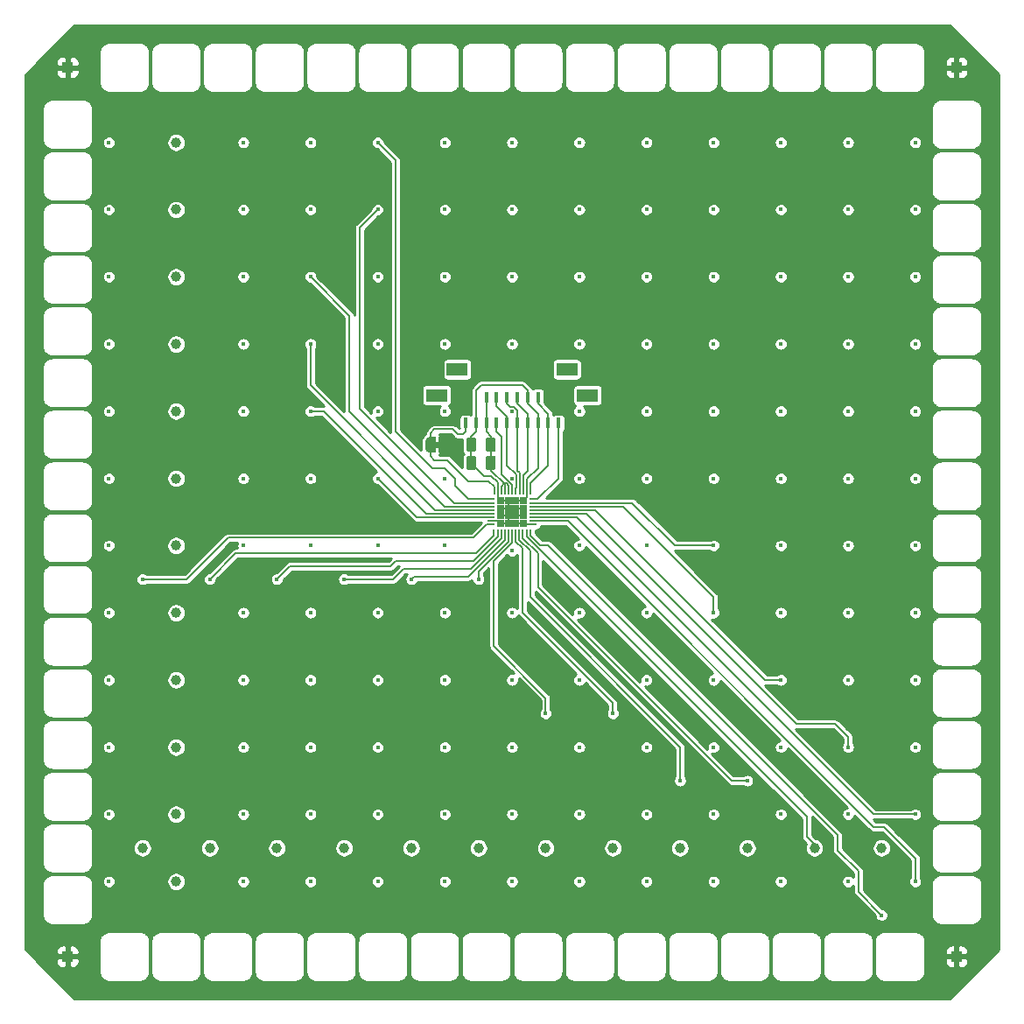
<source format=gbr>
G04 #@! TF.GenerationSoftware,KiCad,Pcbnew,(5.1.6)-1*
G04 #@! TF.CreationDate,2020-12-27T15:17:30+01:00*
G04 #@! TF.ProjectId,XY_TOUCH,58595f54-4f55-4434-982e-6b696361645f,rev?*
G04 #@! TF.SameCoordinates,Original*
G04 #@! TF.FileFunction,Copper,L4,Bot*
G04 #@! TF.FilePolarity,Positive*
%FSLAX46Y46*%
G04 Gerber Fmt 4.6, Leading zero omitted, Abs format (unit mm)*
G04 Created by KiCad (PCBNEW (5.1.6)-1) date 2020-12-27 15:17:30*
%MOMM*%
%LPD*%
G01*
G04 APERTURE LIST*
G04 #@! TA.AperFunction,EtchedComponent*
%ADD10C,0.100000*%
G04 #@! TD*
G04 #@! TA.AperFunction,SMDPad,CuDef*
%ADD11O,0.200000X0.750000*%
G04 #@! TD*
G04 #@! TA.AperFunction,SMDPad,CuDef*
%ADD12O,0.750000X0.200000*%
G04 #@! TD*
G04 #@! TA.AperFunction,SMDPad,CuDef*
%ADD13R,0.725000X0.725000*%
G04 #@! TD*
G04 #@! TA.AperFunction,SMDPad,CuDef*
%ADD14R,0.400000X1.000000*%
G04 #@! TD*
G04 #@! TA.AperFunction,SMDPad,CuDef*
%ADD15R,2.000000X1.300000*%
G04 #@! TD*
G04 #@! TA.AperFunction,SMDPad,CuDef*
%ADD16C,0.100000*%
G04 #@! TD*
G04 #@! TA.AperFunction,SMDPad,CuDef*
%ADD17C,1.000000*%
G04 #@! TD*
G04 #@! TA.AperFunction,ComponentPad*
%ADD18R,1.000000X1.000000*%
G04 #@! TD*
G04 #@! TA.AperFunction,ViaPad*
%ADD19C,0.450000*%
G04 #@! TD*
G04 #@! TA.AperFunction,Conductor*
%ADD20C,0.152400*%
G04 #@! TD*
G04 #@! TA.AperFunction,Conductor*
%ADD21C,0.250000*%
G04 #@! TD*
G04 APERTURE END LIST*
D10*
G36*
X92500000Y-93200000D02*
G01*
X93000000Y-93200000D01*
X93000000Y-93800000D01*
X92500000Y-93800000D01*
X92500000Y-93200000D01*
G37*
D11*
X101750000Y-102025000D03*
X101400000Y-102025000D03*
X101050000Y-102025000D03*
X100700000Y-102025000D03*
X100350000Y-102025000D03*
X100000000Y-102025000D03*
X99650000Y-102025000D03*
X99300000Y-102025000D03*
X98950000Y-102025000D03*
X98600000Y-102025000D03*
X98250000Y-102025000D03*
D12*
X97975000Y-101225000D03*
X97975000Y-100875000D03*
X97975000Y-100525000D03*
X97975000Y-100175000D03*
X97975000Y-99825000D03*
X97975000Y-99475000D03*
X97975000Y-99125000D03*
X97975000Y-98775000D03*
D11*
X98275000Y-97975000D03*
X98625000Y-97975000D03*
X98975000Y-97975000D03*
X99325000Y-97975000D03*
X99675000Y-97975000D03*
X100025000Y-97975000D03*
X100375000Y-97975000D03*
X100725000Y-97975000D03*
X101075000Y-97975000D03*
X101425000Y-97975000D03*
X101775000Y-97975000D03*
D12*
X102025000Y-98775000D03*
X102025000Y-99125000D03*
X102025000Y-99475000D03*
X102025000Y-99825000D03*
X102025000Y-100175000D03*
X102025000Y-100525000D03*
X102025000Y-100875000D03*
X102025000Y-101225000D03*
D13*
X101087500Y-101087500D03*
X100362500Y-101087500D03*
X99637500Y-101087500D03*
X98912500Y-101087500D03*
X101087500Y-100362500D03*
X100362500Y-100362500D03*
X99637500Y-100362500D03*
X98912500Y-100362500D03*
X101087500Y-99637500D03*
X100362500Y-99637500D03*
X99637500Y-99637500D03*
X98912500Y-99637500D03*
X101087500Y-98912500D03*
X100362500Y-98912500D03*
X99637500Y-98912500D03*
X98912500Y-98912500D03*
G04 #@! TA.AperFunction,SMDPad,CuDef*
G36*
G01*
X96550000Y-94793750D02*
X96550000Y-95706250D01*
G75*
G02*
X96306250Y-95950000I-243750J0D01*
G01*
X95818750Y-95950000D01*
G75*
G02*
X95575000Y-95706250I0J243750D01*
G01*
X95575000Y-94793750D01*
G75*
G02*
X95818750Y-94550000I243750J0D01*
G01*
X96306250Y-94550000D01*
G75*
G02*
X96550000Y-94793750I0J-243750D01*
G01*
G37*
G04 #@! TD.AperFunction*
G04 #@! TA.AperFunction,SMDPad,CuDef*
G36*
G01*
X98425000Y-94793750D02*
X98425000Y-95706250D01*
G75*
G02*
X98181250Y-95950000I-243750J0D01*
G01*
X97693750Y-95950000D01*
G75*
G02*
X97450000Y-95706250I0J243750D01*
G01*
X97450000Y-94793750D01*
G75*
G02*
X97693750Y-94550000I243750J0D01*
G01*
X98181250Y-94550000D01*
G75*
G02*
X98425000Y-94793750I0J-243750D01*
G01*
G37*
G04 #@! TD.AperFunction*
G04 #@! TA.AperFunction,SMDPad,CuDef*
G36*
G01*
X96550000Y-93043750D02*
X96550000Y-93956250D01*
G75*
G02*
X96306250Y-94200000I-243750J0D01*
G01*
X95818750Y-94200000D01*
G75*
G02*
X95575000Y-93956250I0J243750D01*
G01*
X95575000Y-93043750D01*
G75*
G02*
X95818750Y-92800000I243750J0D01*
G01*
X96306250Y-92800000D01*
G75*
G02*
X96550000Y-93043750I0J-243750D01*
G01*
G37*
G04 #@! TD.AperFunction*
G04 #@! TA.AperFunction,SMDPad,CuDef*
G36*
G01*
X98425000Y-93043750D02*
X98425000Y-93956250D01*
G75*
G02*
X98181250Y-94200000I-243750J0D01*
G01*
X97693750Y-94200000D01*
G75*
G02*
X97450000Y-93956250I0J243750D01*
G01*
X97450000Y-93043750D01*
G75*
G02*
X97693750Y-92800000I243750J0D01*
G01*
X98181250Y-92800000D01*
G75*
G02*
X98425000Y-93043750I0J-243750D01*
G01*
G37*
G04 #@! TD.AperFunction*
D14*
X104500000Y-91410000D03*
X103500000Y-91410000D03*
X102500000Y-91410000D03*
X101500000Y-91410000D03*
X100500000Y-91410000D03*
X99500000Y-91410000D03*
X98500000Y-91410000D03*
X97500000Y-91410000D03*
X96500000Y-91410000D03*
X95500000Y-91410000D03*
D15*
X107300000Y-88710000D03*
X92700000Y-88710000D03*
D14*
X102500000Y-88910000D03*
X101500000Y-88910000D03*
X100500000Y-88910000D03*
X99500000Y-88910000D03*
X98500000Y-88910000D03*
X97500000Y-88910000D03*
D15*
X105300000Y-86210000D03*
X94700000Y-86210000D03*
G04 #@! TA.AperFunction,SMDPad,CuDef*
D16*
G36*
X92900000Y-92750000D02*
G01*
X93400000Y-92750000D01*
X93400000Y-92750602D01*
X93424534Y-92750602D01*
X93473365Y-92755412D01*
X93521490Y-92764984D01*
X93568445Y-92779228D01*
X93613778Y-92798005D01*
X93657051Y-92821136D01*
X93697850Y-92848396D01*
X93735779Y-92879524D01*
X93770476Y-92914221D01*
X93801604Y-92952150D01*
X93828864Y-92992949D01*
X93851995Y-93036222D01*
X93870772Y-93081555D01*
X93885016Y-93128510D01*
X93894588Y-93176635D01*
X93899398Y-93225466D01*
X93899398Y-93250000D01*
X93900000Y-93250000D01*
X93900000Y-93750000D01*
X93899398Y-93750000D01*
X93899398Y-93774534D01*
X93894588Y-93823365D01*
X93885016Y-93871490D01*
X93870772Y-93918445D01*
X93851995Y-93963778D01*
X93828864Y-94007051D01*
X93801604Y-94047850D01*
X93770476Y-94085779D01*
X93735779Y-94120476D01*
X93697850Y-94151604D01*
X93657051Y-94178864D01*
X93613778Y-94201995D01*
X93568445Y-94220772D01*
X93521490Y-94235016D01*
X93473365Y-94244588D01*
X93424534Y-94249398D01*
X93400000Y-94249398D01*
X93400000Y-94250000D01*
X92900000Y-94250000D01*
X92900000Y-92750000D01*
G37*
G04 #@! TD.AperFunction*
G04 #@! TA.AperFunction,SMDPad,CuDef*
G36*
X92100000Y-94249398D02*
G01*
X92075466Y-94249398D01*
X92026635Y-94244588D01*
X91978510Y-94235016D01*
X91931555Y-94220772D01*
X91886222Y-94201995D01*
X91842949Y-94178864D01*
X91802150Y-94151604D01*
X91764221Y-94120476D01*
X91729524Y-94085779D01*
X91698396Y-94047850D01*
X91671136Y-94007051D01*
X91648005Y-93963778D01*
X91629228Y-93918445D01*
X91614984Y-93871490D01*
X91605412Y-93823365D01*
X91600602Y-93774534D01*
X91600602Y-93750000D01*
X91600000Y-93750000D01*
X91600000Y-93250000D01*
X91600602Y-93250000D01*
X91600602Y-93225466D01*
X91605412Y-93176635D01*
X91614984Y-93128510D01*
X91629228Y-93081555D01*
X91648005Y-93036222D01*
X91671136Y-92992949D01*
X91698396Y-92952150D01*
X91729524Y-92914221D01*
X91764221Y-92879524D01*
X91802150Y-92848396D01*
X91842949Y-92821136D01*
X91886222Y-92798005D01*
X91931555Y-92779228D01*
X91978510Y-92764984D01*
X92026635Y-92755412D01*
X92075466Y-92750602D01*
X92100000Y-92750602D01*
X92100000Y-92750000D01*
X92600000Y-92750000D01*
X92600000Y-94250000D01*
X92100000Y-94250000D01*
X92100000Y-94249398D01*
G37*
G04 #@! TD.AperFunction*
D17*
X67500000Y-135750000D03*
X67500000Y-129250000D03*
X67500000Y-122750000D03*
X67500000Y-116250000D03*
X67500000Y-109750000D03*
X67500000Y-103250000D03*
X67500000Y-96750000D03*
X67500000Y-90250000D03*
X67500000Y-83750000D03*
X67500000Y-77250000D03*
X67500000Y-70750000D03*
X135750000Y-132500000D03*
X129250000Y-132500000D03*
X122750000Y-132500000D03*
X116250000Y-132500000D03*
X109750000Y-132500000D03*
X103250000Y-132500000D03*
X96750000Y-132500000D03*
X90250000Y-132500000D03*
X83750000Y-132500000D03*
X77250000Y-132500000D03*
X70750000Y-132500000D03*
X64250000Y-132500000D03*
X67500000Y-64250000D03*
D18*
X143000000Y-143000000D03*
X143000000Y-57000000D03*
X57000000Y-143000000D03*
X57000000Y-57000000D03*
D19*
X106500000Y-64250000D03*
X139000000Y-64250000D03*
X132500000Y-64250000D03*
X126000000Y-64250000D03*
X119500000Y-64250000D03*
X113000000Y-64250000D03*
X100000000Y-64250000D03*
X93500000Y-64250000D03*
X87000000Y-64250000D03*
X80500000Y-64250000D03*
X74000016Y-64250000D03*
X67500000Y-64250000D03*
X61000000Y-64250000D03*
X100000000Y-70750000D03*
X139000000Y-70750000D03*
X61000000Y-70750000D03*
X67500000Y-70750000D03*
X74000000Y-70750000D03*
X80500000Y-70750000D03*
X87000000Y-70750000D03*
X93500000Y-70750000D03*
X106500000Y-70750000D03*
X113000000Y-70750000D03*
X119500000Y-70750000D03*
X126000000Y-70750000D03*
X132500000Y-70750000D03*
X93500000Y-77250000D03*
X139000000Y-77250000D03*
X132500000Y-77250000D03*
X126000000Y-77250000D03*
X119500000Y-77250000D03*
X113000000Y-77250000D03*
X106500000Y-77250000D03*
X100000000Y-77250000D03*
X87000000Y-77250000D03*
X80500000Y-77250000D03*
X74000000Y-77250000D03*
X67500000Y-77250000D03*
X61000000Y-77250000D03*
X87000000Y-83750000D03*
X139000000Y-83750000D03*
X61000000Y-83750000D03*
X67500000Y-83750000D03*
X74000000Y-83750000D03*
X80500000Y-83750000D03*
X93500000Y-83750000D03*
X100000000Y-83750000D03*
X106500000Y-83750000D03*
X113000000Y-83750000D03*
X119500000Y-83750000D03*
X125999994Y-83750000D03*
X132500000Y-83750000D03*
X87000000Y-90250000D03*
X139000000Y-90250000D03*
X132500000Y-90250000D03*
X126000000Y-90250000D03*
X119500000Y-90250000D03*
X113000000Y-90250000D03*
X106500000Y-90250000D03*
X100000000Y-90250000D03*
X93500000Y-90250000D03*
X80500000Y-90250000D03*
X74000000Y-90250000D03*
X67500000Y-90250000D03*
X61000000Y-90250000D03*
X87000000Y-96750000D03*
X139000000Y-96750000D03*
X61000000Y-96750000D03*
X67500000Y-96750000D03*
X74000000Y-96750000D03*
X80500000Y-96750000D03*
X93500000Y-96750000D03*
X100000000Y-96750000D03*
X106500000Y-96750000D03*
X113000000Y-96750000D03*
X119500000Y-96750000D03*
X126000000Y-96750000D03*
X132500000Y-96750000D03*
X132500000Y-103250000D03*
X139000010Y-103250000D03*
X119500000Y-103250000D03*
X113000000Y-103250000D03*
X106500000Y-103250000D03*
X126000000Y-103250000D03*
X93500000Y-103250000D03*
X87000000Y-103250000D03*
X80500000Y-103250000D03*
X74000000Y-103250000D03*
X67500000Y-103250000D03*
X61000000Y-103250000D03*
X100000000Y-103750000D03*
X132500000Y-109750000D03*
X139000000Y-109750000D03*
X61000000Y-109750000D03*
X67500000Y-109750000D03*
X74000000Y-109750000D03*
X80500000Y-109750000D03*
X87000000Y-109750000D03*
X93500000Y-109750000D03*
X100000000Y-109750000D03*
X106500000Y-109750000D03*
X113000000Y-109750000D03*
X119500000Y-109750000D03*
X126000000Y-109750000D03*
X132500000Y-116250000D03*
X61000000Y-116250000D03*
X67500000Y-116250000D03*
X74000000Y-116250000D03*
X80500000Y-116250000D03*
X87000000Y-116250000D03*
X93500000Y-116250000D03*
X100000000Y-116250000D03*
X106500000Y-116250000D03*
X113000000Y-116250000D03*
X119500000Y-116250000D03*
X126000000Y-116250000D03*
X139000000Y-116250000D03*
X132500000Y-122750000D03*
X61000000Y-122750000D03*
X67500000Y-122750000D03*
X74000000Y-122750000D03*
X80500000Y-122750000D03*
X87000000Y-122750000D03*
X93500000Y-122750000D03*
X100000000Y-122750000D03*
X106500000Y-122750000D03*
X113000000Y-122750000D03*
X119500000Y-122750000D03*
X126000000Y-122750000D03*
X139000000Y-122750000D03*
X139000000Y-129250000D03*
X61000000Y-129250000D03*
X67500000Y-129250000D03*
X73999992Y-129250000D03*
X80500000Y-129250000D03*
X87000000Y-129250000D03*
X93500000Y-129250000D03*
X100000000Y-129250000D03*
X106500000Y-129250000D03*
X113000000Y-129250000D03*
X119500000Y-129250000D03*
X126000000Y-129250000D03*
X132500000Y-129250000D03*
X61000000Y-135750000D03*
X67500000Y-135750000D03*
X74000000Y-135750000D03*
X80500000Y-135750000D03*
X87000000Y-135750000D03*
X93500000Y-135750000D03*
X100000000Y-135750000D03*
X106500000Y-135750000D03*
X113000000Y-135750000D03*
X119500000Y-135750000D03*
X126000000Y-135750000D03*
X132500000Y-135750000D03*
X139000000Y-135750000D03*
X135750000Y-139000008D03*
X135750000Y-132500000D03*
X129250006Y-132500000D03*
X122750000Y-126000000D03*
X122750000Y-132500000D03*
X116250000Y-132500000D03*
X116249994Y-126000000D03*
X109750000Y-119499998D03*
X109750000Y-132500000D03*
X103250000Y-119500004D03*
X103250000Y-132500000D03*
X96750000Y-106500000D03*
X96750000Y-132500000D03*
X90250000Y-106500000D03*
X90250000Y-132500000D03*
X83750000Y-132500000D03*
X83750004Y-106500000D03*
X77250000Y-132500000D03*
X77250000Y-106500000D03*
X70750000Y-132500000D03*
X70750000Y-106500000D03*
X64250000Y-132500000D03*
X64250000Y-106499990D03*
X93500000Y-93500000D03*
D20*
X94500000Y-97500000D02*
X95775000Y-98775000D01*
X92250000Y-95750000D02*
X93500000Y-95750000D01*
X93500000Y-95750000D02*
X94500000Y-96750000D01*
X96525000Y-98775000D02*
X97975000Y-98775000D01*
X95775000Y-98775000D02*
X96525000Y-98775000D01*
X94500000Y-96750000D02*
X94500000Y-97500000D01*
X88750000Y-78750000D02*
X88750000Y-92250000D01*
X88750000Y-92250000D02*
X92250000Y-95750000D01*
X87000000Y-64250000D02*
X88750000Y-66000000D01*
X88750000Y-66000000D02*
X88750000Y-78750000D01*
X85250000Y-90000000D02*
X85250000Y-72500000D01*
X85250000Y-72500000D02*
X87000000Y-70750000D01*
X97975000Y-99125000D02*
X94375000Y-99125000D01*
X94375000Y-99125000D02*
X85250000Y-90000000D01*
X84250000Y-81000000D02*
X80500000Y-77250000D01*
X84250000Y-90250000D02*
X84250000Y-81000000D01*
X97975000Y-99475000D02*
X93475000Y-99475000D01*
X93475000Y-99475000D02*
X84250000Y-90250000D01*
X97975000Y-99825000D02*
X92575000Y-99825000D01*
X80500000Y-87750000D02*
X80500000Y-83750000D01*
X92575000Y-99825000D02*
X80500000Y-87750000D01*
X81750000Y-90250000D02*
X80500000Y-90250000D01*
X97975000Y-100175000D02*
X91675000Y-100175000D01*
X91675000Y-100175000D02*
X81750000Y-90250000D01*
X97975000Y-100525000D02*
X90775000Y-100525000D01*
X90775000Y-100525000D02*
X87000000Y-96750000D01*
X102025000Y-99125000D02*
X111625000Y-99125000D01*
X115750000Y-103250000D02*
X119500000Y-103250000D01*
X111625000Y-99125000D02*
X115750000Y-103250000D01*
X110525000Y-99475000D02*
X110725000Y-99475000D01*
X102025000Y-99475000D02*
X110525000Y-99475000D01*
X119500000Y-108250000D02*
X119500000Y-109750000D01*
X110725000Y-99475000D02*
X119500000Y-108250000D01*
X126000000Y-116250000D02*
X124500000Y-116250000D01*
X108075000Y-99825000D02*
X107575000Y-99825000D01*
X124500000Y-116250000D02*
X108075000Y-99825000D01*
X102025000Y-99825000D02*
X107575000Y-99825000D01*
X132500000Y-121750000D02*
X132500000Y-122750000D01*
X131250000Y-120500000D02*
X132500000Y-121750000D01*
X127500000Y-120500000D02*
X131250000Y-120500000D01*
X102025000Y-100175000D02*
X107175000Y-100175000D01*
X107175000Y-100175000D02*
X127500000Y-120500000D01*
X102025000Y-100525000D02*
X106275000Y-100525000D01*
X106275000Y-100525000D02*
X135000000Y-129250000D01*
X135000000Y-129250000D02*
X139000000Y-129250000D01*
X136000000Y-130500000D02*
X139000000Y-133500000D01*
X139000000Y-133500000D02*
X139000000Y-135750000D01*
X102025000Y-100875000D02*
X105375000Y-100875000D01*
X135000000Y-130500000D02*
X136000000Y-130500000D01*
X105375000Y-100875000D02*
X135000000Y-130500000D01*
X135750000Y-139000000D02*
X135750000Y-139000008D01*
X133500000Y-134750000D02*
X133500000Y-136750000D01*
X131500000Y-132750000D02*
X133500000Y-134750000D01*
X101750000Y-102262500D02*
X102737500Y-103250000D01*
X131500000Y-131250000D02*
X131500000Y-132750000D01*
X133500000Y-136750000D02*
X135750000Y-139000000D01*
X101750000Y-102025000D02*
X101750000Y-102262500D01*
X102737500Y-103250000D02*
X103500000Y-103250000D01*
X103500000Y-103250000D02*
X131500000Y-131250000D01*
X129250006Y-132181802D02*
X129250006Y-132500000D01*
X101400000Y-102400000D02*
X128500006Y-129500006D01*
X101400000Y-102025000D02*
X101400000Y-102400000D01*
X128500000Y-131431796D02*
X129250006Y-132181802D01*
X128500006Y-129500006D02*
X128500000Y-129500012D01*
X128500000Y-129500012D02*
X128500000Y-131431796D01*
X102500000Y-107250000D02*
X121250000Y-126000000D01*
X121250000Y-126000000D02*
X122750000Y-126000000D01*
X102500000Y-104000000D02*
X102500000Y-107250000D01*
X101050000Y-102025000D02*
X101050000Y-102550000D01*
X101050000Y-102550000D02*
X102500000Y-104000000D01*
X100700000Y-102700000D02*
X101750000Y-103750000D01*
X100700000Y-102025000D02*
X100700000Y-102700000D01*
X116249994Y-123750006D02*
X116249994Y-126000000D01*
X101750000Y-103750000D02*
X101750000Y-108250000D01*
X101750000Y-108250000D02*
X116249994Y-122749994D01*
X116249994Y-122749994D02*
X116249994Y-123750006D01*
X109750000Y-118500000D02*
X109750000Y-119499998D01*
X101000000Y-103500000D02*
X101000000Y-109750000D01*
X100350000Y-102025000D02*
X100350000Y-102850000D01*
X101000000Y-109750000D02*
X109750000Y-118500000D01*
X100350000Y-102850000D02*
X101000000Y-103500000D01*
X98250000Y-113000000D02*
X103250000Y-118000000D01*
X98250000Y-104750000D02*
X98250000Y-113000000D01*
X103250000Y-118000000D02*
X103250000Y-119500004D01*
X100000000Y-102025000D02*
X100000000Y-103000000D01*
X100000000Y-103000000D02*
X98250000Y-104750000D01*
X96750000Y-105750000D02*
X96750000Y-106500000D01*
X99650000Y-102025000D02*
X99650000Y-102850000D01*
X99650000Y-102850000D02*
X96750000Y-105750000D01*
X95750000Y-106250000D02*
X90500000Y-106250000D01*
X99300000Y-102025000D02*
X99300000Y-102700000D01*
X90500000Y-106250000D02*
X90250000Y-106500000D01*
X99300000Y-102700000D02*
X95750000Y-106250000D01*
X88500000Y-106500000D02*
X83750004Y-106500000D01*
X96002400Y-105500000D02*
X89500000Y-105500000D01*
X98950000Y-102025000D02*
X98950000Y-102552400D01*
X89500000Y-105500000D02*
X88500000Y-106500000D01*
X98950000Y-102552400D02*
X96002400Y-105500000D01*
X78500000Y-105250000D02*
X77250000Y-106500000D01*
X98600000Y-102400000D02*
X96250000Y-104750000D01*
X88250000Y-105250000D02*
X78500000Y-105250000D01*
X98600000Y-102025000D02*
X98600000Y-102400000D01*
X88750000Y-104750000D02*
X88250000Y-105250000D01*
X96250000Y-104750000D02*
X88750000Y-104750000D01*
X98250000Y-102025000D02*
X98250000Y-102250000D01*
X98250000Y-102250000D02*
X96500000Y-104000000D01*
X96500000Y-104000000D02*
X85250000Y-104000000D01*
X85250000Y-104000000D02*
X73250000Y-104000000D01*
X73250000Y-104000000D02*
X70750000Y-106500000D01*
X72534096Y-102500000D02*
X68534106Y-106499990D01*
X68534106Y-106499990D02*
X64250000Y-106499990D01*
X96250000Y-102500000D02*
X72534096Y-102500000D01*
X97975000Y-101225000D02*
X97525000Y-101225000D01*
X97525000Y-101225000D02*
X96250000Y-102500000D01*
X98700000Y-100875000D02*
X98912500Y-101087500D01*
X97975000Y-100875000D02*
X98700000Y-100875000D01*
X101225000Y-101225000D02*
X101087500Y-101087500D01*
X102025000Y-101225000D02*
X101225000Y-101225000D01*
X101087500Y-101087500D02*
X100362500Y-101087500D01*
X99637500Y-101087500D02*
X100362500Y-101087500D01*
X98912500Y-101087500D02*
X99637500Y-101087500D01*
X101087500Y-100362500D02*
X100362500Y-100362500D01*
X100362500Y-100362500D02*
X99637500Y-100362500D01*
X98912500Y-100362500D02*
X99637500Y-100362500D01*
X98912500Y-99637500D02*
X99637500Y-99637500D01*
X99637500Y-99637500D02*
X100362500Y-99637500D01*
X100362500Y-99637500D02*
X101087500Y-99637500D01*
X101087500Y-98912500D02*
X100362500Y-98912500D01*
X100362500Y-98912500D02*
X99637500Y-98912500D01*
X99637500Y-98912500D02*
X98912500Y-98912500D01*
X99637500Y-99637500D02*
X99637500Y-98912500D01*
X99637500Y-100362500D02*
X99637500Y-99637500D01*
X99637500Y-101087500D02*
X99637500Y-100362500D01*
X101425000Y-98575000D02*
X101087500Y-98912500D01*
X101425000Y-97975000D02*
X101425000Y-98575000D01*
X98625000Y-98625000D02*
X98912500Y-98912500D01*
X98625000Y-97975000D02*
X98625000Y-98625000D01*
X100362500Y-99637500D02*
X100000000Y-100000000D01*
X101500000Y-88910000D02*
X101500000Y-89500000D01*
X102500000Y-90500000D02*
X102500000Y-91410000D01*
X101500000Y-89500000D02*
X102500000Y-90500000D01*
X101425000Y-97975000D02*
X101425000Y-96825000D01*
X102500000Y-95750000D02*
X102500000Y-91410000D01*
X101425000Y-96825000D02*
X102500000Y-95750000D01*
X96500000Y-88250000D02*
X96500000Y-91410000D01*
X97000000Y-87750000D02*
X96500000Y-88250000D01*
X101000000Y-87750000D02*
X97000000Y-87750000D01*
X101500000Y-88910000D02*
X101500000Y-88250000D01*
X101500000Y-88250000D02*
X101000000Y-87750000D01*
X98625000Y-97125000D02*
X98625000Y-97975000D01*
X98000000Y-96500000D02*
X98625000Y-97125000D01*
X96500000Y-92250000D02*
X96000000Y-92750000D01*
X96500000Y-91410000D02*
X96500000Y-92250000D01*
X96000000Y-92750000D02*
X96000000Y-95250000D01*
X96000000Y-95250000D02*
X97250000Y-96500000D01*
X97250000Y-96500000D02*
X98000000Y-96500000D01*
X98975000Y-97975000D02*
X98975000Y-97525000D01*
X98975000Y-97525000D02*
X99250000Y-97250000D01*
X99675000Y-97975000D02*
X99675000Y-97425000D01*
X99500000Y-97250000D02*
X99250000Y-97250000D01*
X99675000Y-97425000D02*
X99500000Y-97250000D01*
X99325000Y-97325000D02*
X99250000Y-97250000D01*
X99325000Y-97975000D02*
X99325000Y-97325000D01*
X97500000Y-88910000D02*
X97500000Y-91410000D01*
X98000000Y-96000000D02*
X99250000Y-97250000D01*
X98000000Y-92705000D02*
X98000000Y-96000000D01*
X97500000Y-91410000D02*
X97500000Y-92205000D01*
X97500000Y-92205000D02*
X98000000Y-92705000D01*
X93350000Y-93500000D02*
X93500000Y-93500000D01*
X92100000Y-93500000D02*
X92100000Y-92400000D01*
X92100000Y-92400000D02*
X92500000Y-92000000D01*
X92500000Y-92000000D02*
X94250000Y-92000000D01*
X94250000Y-92000000D02*
X94750000Y-92500000D01*
X94750000Y-92500000D02*
X95250000Y-92500000D01*
X95500000Y-92250000D02*
X95500000Y-91410000D01*
X95250000Y-92500000D02*
X95500000Y-92250000D01*
X92500000Y-95000000D02*
X92100000Y-94600000D01*
X92100000Y-94600000D02*
X92100000Y-93500000D01*
X98275000Y-97525000D02*
X97750000Y-97000000D01*
X98275000Y-97975000D02*
X98275000Y-97525000D01*
X95750000Y-97000000D02*
X93750000Y-95000000D01*
X97750000Y-97000000D02*
X95750000Y-97000000D01*
X93750000Y-95000000D02*
X92500000Y-95000000D01*
X99000000Y-92750000D02*
X99000000Y-96393039D01*
X98500000Y-91410000D02*
X98500000Y-92250000D01*
X100025000Y-97418039D02*
X100025000Y-97975000D01*
X99000000Y-96393039D02*
X100025000Y-97418039D01*
X98500000Y-92250000D02*
X99000000Y-92750000D01*
X98500000Y-88910000D02*
X98500000Y-89750000D01*
X99500000Y-90750000D02*
X99500000Y-91410000D01*
X98500000Y-89750000D02*
X99500000Y-90750000D01*
X100401201Y-97633180D02*
X100401201Y-96401201D01*
X100375000Y-97975000D02*
X100375000Y-97659381D01*
X100375000Y-97659381D02*
X100401201Y-97633180D01*
X99500000Y-95500000D02*
X99500000Y-91410000D01*
X100401201Y-96401201D02*
X99500000Y-95500000D01*
X99500000Y-88910000D02*
X99500000Y-89500000D01*
X99848799Y-89848799D02*
X100192577Y-89848799D01*
X99500000Y-89500000D02*
X99848799Y-89848799D01*
X100500000Y-90156222D02*
X100500000Y-91410000D01*
X100192577Y-89848799D02*
X100500000Y-90156222D01*
X100725000Y-97975000D02*
X100725000Y-96225000D01*
X100500000Y-96000000D02*
X100500000Y-91410000D01*
X100725000Y-96225000D02*
X100500000Y-96000000D01*
X100500000Y-88910000D02*
X100500000Y-89500000D01*
X101500000Y-90500000D02*
X101500000Y-91410000D01*
X100500000Y-89500000D02*
X101500000Y-90500000D01*
X101075000Y-97975000D02*
X101075000Y-96425000D01*
X101500000Y-96000000D02*
X101500000Y-91410000D01*
X101075000Y-96425000D02*
X101500000Y-96000000D01*
X102500000Y-88910000D02*
X102500000Y-89500000D01*
X103500000Y-90500000D02*
X103500000Y-91410000D01*
X102500000Y-89500000D02*
X103500000Y-90500000D01*
X103500000Y-91410000D02*
X103500000Y-95500000D01*
X101775000Y-97225000D02*
X101775000Y-97975000D01*
X103500000Y-95500000D02*
X101775000Y-97225000D01*
X102025000Y-98775000D02*
X102475000Y-98775000D01*
X104500000Y-96750000D02*
X104500000Y-91410000D01*
X102475000Y-98775000D02*
X104500000Y-96750000D01*
D21*
G36*
X147050000Y-57686396D02*
G01*
X147050001Y-142313603D01*
X142313605Y-147050000D01*
X57686396Y-147050000D01*
X54136396Y-143500000D01*
X55863937Y-143500000D01*
X55876159Y-143624090D01*
X55912354Y-143743411D01*
X55971133Y-143853378D01*
X56050236Y-143949764D01*
X56146622Y-144028867D01*
X56256589Y-144087646D01*
X56375910Y-144123841D01*
X56500000Y-144136063D01*
X56712750Y-144133000D01*
X56871000Y-143974750D01*
X56871000Y-143129000D01*
X57129000Y-143129000D01*
X57129000Y-143974750D01*
X57287250Y-144133000D01*
X57500000Y-144136063D01*
X57624090Y-144123841D01*
X57743411Y-144087646D01*
X57853378Y-144028867D01*
X57949764Y-143949764D01*
X58028867Y-143853378D01*
X58087646Y-143743411D01*
X58123841Y-143624090D01*
X58136063Y-143500000D01*
X58133000Y-143287250D01*
X57974750Y-143129000D01*
X57129000Y-143129000D01*
X56871000Y-143129000D01*
X56025250Y-143129000D01*
X55867000Y-143287250D01*
X55863937Y-143500000D01*
X54136396Y-143500000D01*
X53136396Y-142500000D01*
X55863937Y-142500000D01*
X55867000Y-142712750D01*
X56025250Y-142871000D01*
X56871000Y-142871000D01*
X56871000Y-142025250D01*
X57129000Y-142025250D01*
X57129000Y-142871000D01*
X57974750Y-142871000D01*
X58133000Y-142712750D01*
X58136063Y-142500000D01*
X58123841Y-142375910D01*
X58087646Y-142256589D01*
X58028867Y-142146622D01*
X57949764Y-142050236D01*
X57853378Y-141971133D01*
X57743411Y-141912354D01*
X57624090Y-141876159D01*
X57500000Y-141863937D01*
X57287250Y-141867000D01*
X57129000Y-142025250D01*
X56871000Y-142025250D01*
X56712750Y-141867000D01*
X56500000Y-141863937D01*
X56375910Y-141876159D01*
X56256589Y-141912354D01*
X56146622Y-141971133D01*
X56050236Y-142050236D01*
X55971133Y-142146622D01*
X55912354Y-142256589D01*
X55876159Y-142375910D01*
X55863937Y-142500000D01*
X53136396Y-142500000D01*
X52950000Y-142313605D01*
X52950000Y-141477896D01*
X60050000Y-141477896D01*
X60050001Y-144522105D01*
X60051885Y-144541237D01*
X60051864Y-144544275D01*
X60052477Y-144550528D01*
X60062677Y-144647577D01*
X60070887Y-144687574D01*
X60078521Y-144727592D01*
X60080334Y-144733597D01*
X60080336Y-144733607D01*
X60080340Y-144733616D01*
X60109193Y-144826826D01*
X60125005Y-144864440D01*
X60140278Y-144902243D01*
X60143227Y-144907791D01*
X60189640Y-144993629D01*
X60212471Y-145027477D01*
X60234780Y-145061568D01*
X60238747Y-145066432D01*
X60238751Y-145066438D01*
X60238756Y-145066443D01*
X60300952Y-145141626D01*
X60329894Y-145170367D01*
X60358426Y-145199503D01*
X60363267Y-145203508D01*
X60438888Y-145265184D01*
X60472888Y-145287774D01*
X60506517Y-145310800D01*
X60512044Y-145313789D01*
X60598205Y-145359601D01*
X60635935Y-145375152D01*
X60673397Y-145391208D01*
X60679399Y-145393066D01*
X60772817Y-145421271D01*
X60812828Y-145429194D01*
X60852724Y-145437674D01*
X60858973Y-145438331D01*
X60956090Y-145447853D01*
X60956095Y-145447853D01*
X60977895Y-145450000D01*
X64022105Y-145450000D01*
X64041246Y-145448115D01*
X64044275Y-145448136D01*
X64050528Y-145447523D01*
X64147577Y-145437323D01*
X64187574Y-145429113D01*
X64227592Y-145421479D01*
X64233597Y-145419666D01*
X64233607Y-145419664D01*
X64233616Y-145419660D01*
X64326826Y-145390807D01*
X64364440Y-145374995D01*
X64402243Y-145359722D01*
X64407791Y-145356773D01*
X64493629Y-145310360D01*
X64527477Y-145287529D01*
X64561568Y-145265220D01*
X64566435Y-145261251D01*
X64566438Y-145261249D01*
X64566443Y-145261244D01*
X64641626Y-145199048D01*
X64670367Y-145170106D01*
X64699503Y-145141574D01*
X64703508Y-145136733D01*
X64765184Y-145061112D01*
X64787774Y-145027112D01*
X64810800Y-144993483D01*
X64813789Y-144987956D01*
X64859601Y-144901795D01*
X64875152Y-144864065D01*
X64891208Y-144826603D01*
X64893066Y-144820601D01*
X64921271Y-144727183D01*
X64929194Y-144687172D01*
X64937674Y-144647276D01*
X64938331Y-144641027D01*
X64947853Y-144543910D01*
X64947853Y-144543905D01*
X64950000Y-144522105D01*
X64950000Y-141477896D01*
X65050000Y-141477896D01*
X65050001Y-144522105D01*
X65051885Y-144541237D01*
X65051864Y-144544275D01*
X65052477Y-144550528D01*
X65062677Y-144647577D01*
X65070887Y-144687574D01*
X65078521Y-144727592D01*
X65080334Y-144733597D01*
X65080336Y-144733607D01*
X65080340Y-144733616D01*
X65109193Y-144826826D01*
X65125005Y-144864440D01*
X65140278Y-144902243D01*
X65143227Y-144907791D01*
X65189640Y-144993629D01*
X65212471Y-145027477D01*
X65234780Y-145061568D01*
X65238747Y-145066432D01*
X65238751Y-145066438D01*
X65238756Y-145066443D01*
X65300952Y-145141626D01*
X65329894Y-145170367D01*
X65358426Y-145199503D01*
X65363267Y-145203508D01*
X65438888Y-145265184D01*
X65472888Y-145287774D01*
X65506517Y-145310800D01*
X65512044Y-145313789D01*
X65598205Y-145359601D01*
X65635935Y-145375152D01*
X65673397Y-145391208D01*
X65679399Y-145393066D01*
X65772817Y-145421271D01*
X65812828Y-145429194D01*
X65852724Y-145437674D01*
X65858973Y-145438331D01*
X65956090Y-145447853D01*
X65956095Y-145447853D01*
X65977895Y-145450000D01*
X69022105Y-145450000D01*
X69041246Y-145448115D01*
X69044275Y-145448136D01*
X69050528Y-145447523D01*
X69147577Y-145437323D01*
X69187574Y-145429113D01*
X69227592Y-145421479D01*
X69233597Y-145419666D01*
X69233607Y-145419664D01*
X69233616Y-145419660D01*
X69326826Y-145390807D01*
X69364440Y-145374995D01*
X69402243Y-145359722D01*
X69407791Y-145356773D01*
X69493629Y-145310360D01*
X69527477Y-145287529D01*
X69561568Y-145265220D01*
X69566435Y-145261251D01*
X69566438Y-145261249D01*
X69566443Y-145261244D01*
X69641626Y-145199048D01*
X69670367Y-145170106D01*
X69699503Y-145141574D01*
X69703508Y-145136733D01*
X69765184Y-145061112D01*
X69787774Y-145027112D01*
X69810800Y-144993483D01*
X69813789Y-144987956D01*
X69859601Y-144901795D01*
X69875152Y-144864065D01*
X69891208Y-144826603D01*
X69893066Y-144820601D01*
X69921271Y-144727183D01*
X69929194Y-144687172D01*
X69937674Y-144647276D01*
X69938331Y-144641027D01*
X69947853Y-144543910D01*
X69947853Y-144543905D01*
X69950000Y-144522105D01*
X69950000Y-141477896D01*
X70050000Y-141477896D01*
X70050001Y-144522105D01*
X70051885Y-144541237D01*
X70051864Y-144544275D01*
X70052477Y-144550528D01*
X70062677Y-144647577D01*
X70070887Y-144687574D01*
X70078521Y-144727592D01*
X70080334Y-144733597D01*
X70080336Y-144733607D01*
X70080340Y-144733616D01*
X70109193Y-144826826D01*
X70125005Y-144864440D01*
X70140278Y-144902243D01*
X70143227Y-144907791D01*
X70189640Y-144993629D01*
X70212471Y-145027477D01*
X70234780Y-145061568D01*
X70238747Y-145066432D01*
X70238751Y-145066438D01*
X70238756Y-145066443D01*
X70300952Y-145141626D01*
X70329894Y-145170367D01*
X70358426Y-145199503D01*
X70363267Y-145203508D01*
X70438888Y-145265184D01*
X70472888Y-145287774D01*
X70506517Y-145310800D01*
X70512044Y-145313789D01*
X70598205Y-145359601D01*
X70635935Y-145375152D01*
X70673397Y-145391208D01*
X70679399Y-145393066D01*
X70772817Y-145421271D01*
X70812828Y-145429194D01*
X70852724Y-145437674D01*
X70858973Y-145438331D01*
X70956090Y-145447853D01*
X70956095Y-145447853D01*
X70977895Y-145450000D01*
X74022105Y-145450000D01*
X74041246Y-145448115D01*
X74044275Y-145448136D01*
X74050528Y-145447523D01*
X74147577Y-145437323D01*
X74187574Y-145429113D01*
X74227592Y-145421479D01*
X74233597Y-145419666D01*
X74233607Y-145419664D01*
X74233616Y-145419660D01*
X74326826Y-145390807D01*
X74364440Y-145374995D01*
X74402243Y-145359722D01*
X74407791Y-145356773D01*
X74493629Y-145310360D01*
X74527477Y-145287529D01*
X74561568Y-145265220D01*
X74566435Y-145261251D01*
X74566438Y-145261249D01*
X74566443Y-145261244D01*
X74641626Y-145199048D01*
X74670367Y-145170106D01*
X74699503Y-145141574D01*
X74703508Y-145136733D01*
X74765184Y-145061112D01*
X74787774Y-145027112D01*
X74810800Y-144993483D01*
X74813789Y-144987956D01*
X74859601Y-144901795D01*
X74875152Y-144864065D01*
X74891208Y-144826603D01*
X74893066Y-144820601D01*
X74921271Y-144727183D01*
X74929194Y-144687172D01*
X74937674Y-144647276D01*
X74938331Y-144641027D01*
X74947853Y-144543910D01*
X74947853Y-144543905D01*
X74950000Y-144522105D01*
X74950000Y-141477896D01*
X75050000Y-141477896D01*
X75050001Y-144522105D01*
X75051885Y-144541237D01*
X75051864Y-144544275D01*
X75052477Y-144550528D01*
X75062677Y-144647577D01*
X75070887Y-144687574D01*
X75078521Y-144727592D01*
X75080334Y-144733597D01*
X75080336Y-144733607D01*
X75080340Y-144733616D01*
X75109193Y-144826826D01*
X75125005Y-144864440D01*
X75140278Y-144902243D01*
X75143227Y-144907791D01*
X75189640Y-144993629D01*
X75212471Y-145027477D01*
X75234780Y-145061568D01*
X75238747Y-145066432D01*
X75238751Y-145066438D01*
X75238756Y-145066443D01*
X75300952Y-145141626D01*
X75329894Y-145170367D01*
X75358426Y-145199503D01*
X75363267Y-145203508D01*
X75438888Y-145265184D01*
X75472888Y-145287774D01*
X75506517Y-145310800D01*
X75512044Y-145313789D01*
X75598205Y-145359601D01*
X75635935Y-145375152D01*
X75673397Y-145391208D01*
X75679399Y-145393066D01*
X75772817Y-145421271D01*
X75812828Y-145429194D01*
X75852724Y-145437674D01*
X75858973Y-145438331D01*
X75956090Y-145447853D01*
X75956095Y-145447853D01*
X75977895Y-145450000D01*
X79022105Y-145450000D01*
X79041246Y-145448115D01*
X79044275Y-145448136D01*
X79050528Y-145447523D01*
X79147577Y-145437323D01*
X79187574Y-145429113D01*
X79227592Y-145421479D01*
X79233597Y-145419666D01*
X79233607Y-145419664D01*
X79233616Y-145419660D01*
X79326826Y-145390807D01*
X79364440Y-145374995D01*
X79402243Y-145359722D01*
X79407791Y-145356773D01*
X79493629Y-145310360D01*
X79527477Y-145287529D01*
X79561568Y-145265220D01*
X79566435Y-145261251D01*
X79566438Y-145261249D01*
X79566443Y-145261244D01*
X79641626Y-145199048D01*
X79670367Y-145170106D01*
X79699503Y-145141574D01*
X79703508Y-145136733D01*
X79765184Y-145061112D01*
X79787774Y-145027112D01*
X79810800Y-144993483D01*
X79813789Y-144987956D01*
X79859601Y-144901795D01*
X79875152Y-144864065D01*
X79891208Y-144826603D01*
X79893066Y-144820601D01*
X79921271Y-144727183D01*
X79929194Y-144687172D01*
X79937674Y-144647276D01*
X79938331Y-144641027D01*
X79947853Y-144543910D01*
X79947853Y-144543905D01*
X79950000Y-144522105D01*
X79950000Y-141477896D01*
X80050000Y-141477896D01*
X80050001Y-144522105D01*
X80051885Y-144541237D01*
X80051864Y-144544275D01*
X80052477Y-144550528D01*
X80062677Y-144647577D01*
X80070887Y-144687574D01*
X80078521Y-144727592D01*
X80080334Y-144733597D01*
X80080336Y-144733607D01*
X80080340Y-144733616D01*
X80109193Y-144826826D01*
X80125005Y-144864440D01*
X80140278Y-144902243D01*
X80143227Y-144907791D01*
X80189640Y-144993629D01*
X80212471Y-145027477D01*
X80234780Y-145061568D01*
X80238747Y-145066432D01*
X80238751Y-145066438D01*
X80238756Y-145066443D01*
X80300952Y-145141626D01*
X80329894Y-145170367D01*
X80358426Y-145199503D01*
X80363267Y-145203508D01*
X80438888Y-145265184D01*
X80472888Y-145287774D01*
X80506517Y-145310800D01*
X80512044Y-145313789D01*
X80598205Y-145359601D01*
X80635935Y-145375152D01*
X80673397Y-145391208D01*
X80679399Y-145393066D01*
X80772817Y-145421271D01*
X80812828Y-145429194D01*
X80852724Y-145437674D01*
X80858973Y-145438331D01*
X80956090Y-145447853D01*
X80956095Y-145447853D01*
X80977895Y-145450000D01*
X84022105Y-145450000D01*
X84041246Y-145448115D01*
X84044275Y-145448136D01*
X84050528Y-145447523D01*
X84147577Y-145437323D01*
X84187574Y-145429113D01*
X84227592Y-145421479D01*
X84233597Y-145419666D01*
X84233607Y-145419664D01*
X84233616Y-145419660D01*
X84326826Y-145390807D01*
X84364440Y-145374995D01*
X84402243Y-145359722D01*
X84407791Y-145356773D01*
X84493629Y-145310360D01*
X84527477Y-145287529D01*
X84561568Y-145265220D01*
X84566435Y-145261251D01*
X84566438Y-145261249D01*
X84566443Y-145261244D01*
X84641626Y-145199048D01*
X84670367Y-145170106D01*
X84699503Y-145141574D01*
X84703508Y-145136733D01*
X84765184Y-145061112D01*
X84787774Y-145027112D01*
X84810800Y-144993483D01*
X84813789Y-144987956D01*
X84859601Y-144901795D01*
X84875152Y-144864065D01*
X84891208Y-144826603D01*
X84893066Y-144820601D01*
X84921271Y-144727183D01*
X84929194Y-144687172D01*
X84937674Y-144647276D01*
X84938331Y-144641027D01*
X84947853Y-144543910D01*
X84947853Y-144543905D01*
X84950000Y-144522105D01*
X84950000Y-141477896D01*
X85050000Y-141477896D01*
X85050001Y-144522105D01*
X85051885Y-144541237D01*
X85051864Y-144544275D01*
X85052477Y-144550528D01*
X85062677Y-144647577D01*
X85070887Y-144687574D01*
X85078521Y-144727592D01*
X85080334Y-144733597D01*
X85080336Y-144733607D01*
X85080340Y-144733616D01*
X85109193Y-144826826D01*
X85125005Y-144864440D01*
X85140278Y-144902243D01*
X85143227Y-144907791D01*
X85189640Y-144993629D01*
X85212471Y-145027477D01*
X85234780Y-145061568D01*
X85238747Y-145066432D01*
X85238751Y-145066438D01*
X85238756Y-145066443D01*
X85300952Y-145141626D01*
X85329894Y-145170367D01*
X85358426Y-145199503D01*
X85363267Y-145203508D01*
X85438888Y-145265184D01*
X85472888Y-145287774D01*
X85506517Y-145310800D01*
X85512044Y-145313789D01*
X85598205Y-145359601D01*
X85635935Y-145375152D01*
X85673397Y-145391208D01*
X85679399Y-145393066D01*
X85772817Y-145421271D01*
X85812828Y-145429194D01*
X85852724Y-145437674D01*
X85858973Y-145438331D01*
X85956090Y-145447853D01*
X85956095Y-145447853D01*
X85977895Y-145450000D01*
X89022105Y-145450000D01*
X89041246Y-145448115D01*
X89044275Y-145448136D01*
X89050528Y-145447523D01*
X89147577Y-145437323D01*
X89187574Y-145429113D01*
X89227592Y-145421479D01*
X89233597Y-145419666D01*
X89233607Y-145419664D01*
X89233616Y-145419660D01*
X89326826Y-145390807D01*
X89364440Y-145374995D01*
X89402243Y-145359722D01*
X89407791Y-145356773D01*
X89493629Y-145310360D01*
X89527477Y-145287529D01*
X89561568Y-145265220D01*
X89566435Y-145261251D01*
X89566438Y-145261249D01*
X89566443Y-145261244D01*
X89641626Y-145199048D01*
X89670367Y-145170106D01*
X89699503Y-145141574D01*
X89703508Y-145136733D01*
X89765184Y-145061112D01*
X89787774Y-145027112D01*
X89810800Y-144993483D01*
X89813789Y-144987956D01*
X89859601Y-144901795D01*
X89875152Y-144864065D01*
X89891208Y-144826603D01*
X89893066Y-144820601D01*
X89921271Y-144727183D01*
X89929194Y-144687172D01*
X89937674Y-144647276D01*
X89938331Y-144641027D01*
X89947853Y-144543910D01*
X89947853Y-144543905D01*
X89950000Y-144522105D01*
X89950000Y-141477896D01*
X90050000Y-141477896D01*
X90050001Y-144522105D01*
X90051885Y-144541237D01*
X90051864Y-144544275D01*
X90052477Y-144550528D01*
X90062677Y-144647577D01*
X90070887Y-144687574D01*
X90078521Y-144727592D01*
X90080334Y-144733597D01*
X90080336Y-144733607D01*
X90080340Y-144733616D01*
X90109193Y-144826826D01*
X90125005Y-144864440D01*
X90140278Y-144902243D01*
X90143227Y-144907791D01*
X90189640Y-144993629D01*
X90212471Y-145027477D01*
X90234780Y-145061568D01*
X90238747Y-145066432D01*
X90238751Y-145066438D01*
X90238756Y-145066443D01*
X90300952Y-145141626D01*
X90329894Y-145170367D01*
X90358426Y-145199503D01*
X90363267Y-145203508D01*
X90438888Y-145265184D01*
X90472888Y-145287774D01*
X90506517Y-145310800D01*
X90512044Y-145313789D01*
X90598205Y-145359601D01*
X90635935Y-145375152D01*
X90673397Y-145391208D01*
X90679399Y-145393066D01*
X90772817Y-145421271D01*
X90812828Y-145429194D01*
X90852724Y-145437674D01*
X90858973Y-145438331D01*
X90956090Y-145447853D01*
X90956095Y-145447853D01*
X90977895Y-145450000D01*
X94022105Y-145450000D01*
X94041246Y-145448115D01*
X94044275Y-145448136D01*
X94050528Y-145447523D01*
X94147577Y-145437323D01*
X94187574Y-145429113D01*
X94227592Y-145421479D01*
X94233597Y-145419666D01*
X94233607Y-145419664D01*
X94233616Y-145419660D01*
X94326826Y-145390807D01*
X94364440Y-145374995D01*
X94402243Y-145359722D01*
X94407791Y-145356773D01*
X94493629Y-145310360D01*
X94527477Y-145287529D01*
X94561568Y-145265220D01*
X94566435Y-145261251D01*
X94566438Y-145261249D01*
X94566443Y-145261244D01*
X94641626Y-145199048D01*
X94670367Y-145170106D01*
X94699503Y-145141574D01*
X94703508Y-145136733D01*
X94765184Y-145061112D01*
X94787774Y-145027112D01*
X94810800Y-144993483D01*
X94813789Y-144987956D01*
X94859601Y-144901795D01*
X94875152Y-144864065D01*
X94891208Y-144826603D01*
X94893066Y-144820601D01*
X94921271Y-144727183D01*
X94929194Y-144687172D01*
X94937674Y-144647276D01*
X94938331Y-144641027D01*
X94947853Y-144543910D01*
X94947853Y-144543905D01*
X94950000Y-144522105D01*
X94950000Y-141477896D01*
X95050000Y-141477896D01*
X95050001Y-144522105D01*
X95051885Y-144541237D01*
X95051864Y-144544275D01*
X95052477Y-144550528D01*
X95062677Y-144647577D01*
X95070887Y-144687574D01*
X95078521Y-144727592D01*
X95080334Y-144733597D01*
X95080336Y-144733607D01*
X95080340Y-144733616D01*
X95109193Y-144826826D01*
X95125005Y-144864440D01*
X95140278Y-144902243D01*
X95143227Y-144907791D01*
X95189640Y-144993629D01*
X95212471Y-145027477D01*
X95234780Y-145061568D01*
X95238747Y-145066432D01*
X95238751Y-145066438D01*
X95238756Y-145066443D01*
X95300952Y-145141626D01*
X95329894Y-145170367D01*
X95358426Y-145199503D01*
X95363267Y-145203508D01*
X95438888Y-145265184D01*
X95472888Y-145287774D01*
X95506517Y-145310800D01*
X95512044Y-145313789D01*
X95598205Y-145359601D01*
X95635935Y-145375152D01*
X95673397Y-145391208D01*
X95679399Y-145393066D01*
X95772817Y-145421271D01*
X95812828Y-145429194D01*
X95852724Y-145437674D01*
X95858973Y-145438331D01*
X95956090Y-145447853D01*
X95956095Y-145447853D01*
X95977895Y-145450000D01*
X99022105Y-145450000D01*
X99041246Y-145448115D01*
X99044275Y-145448136D01*
X99050528Y-145447523D01*
X99147577Y-145437323D01*
X99187574Y-145429113D01*
X99227592Y-145421479D01*
X99233597Y-145419666D01*
X99233607Y-145419664D01*
X99233616Y-145419660D01*
X99326826Y-145390807D01*
X99364440Y-145374995D01*
X99402243Y-145359722D01*
X99407791Y-145356773D01*
X99493629Y-145310360D01*
X99527477Y-145287529D01*
X99561568Y-145265220D01*
X99566435Y-145261251D01*
X99566438Y-145261249D01*
X99566443Y-145261244D01*
X99641626Y-145199048D01*
X99670367Y-145170106D01*
X99699503Y-145141574D01*
X99703508Y-145136733D01*
X99765184Y-145061112D01*
X99787774Y-145027112D01*
X99810800Y-144993483D01*
X99813789Y-144987956D01*
X99859601Y-144901795D01*
X99875152Y-144864065D01*
X99891208Y-144826603D01*
X99893066Y-144820601D01*
X99921271Y-144727183D01*
X99929194Y-144687172D01*
X99937674Y-144647276D01*
X99938331Y-144641027D01*
X99947853Y-144543910D01*
X99947853Y-144543905D01*
X99950000Y-144522105D01*
X99950000Y-141477896D01*
X100050000Y-141477896D01*
X100050001Y-144522105D01*
X100051885Y-144541237D01*
X100051864Y-144544275D01*
X100052477Y-144550528D01*
X100062677Y-144647577D01*
X100070887Y-144687574D01*
X100078521Y-144727592D01*
X100080334Y-144733597D01*
X100080336Y-144733607D01*
X100080340Y-144733616D01*
X100109193Y-144826826D01*
X100125005Y-144864440D01*
X100140278Y-144902243D01*
X100143227Y-144907791D01*
X100189640Y-144993629D01*
X100212471Y-145027477D01*
X100234780Y-145061568D01*
X100238747Y-145066432D01*
X100238751Y-145066438D01*
X100238756Y-145066443D01*
X100300952Y-145141626D01*
X100329894Y-145170367D01*
X100358426Y-145199503D01*
X100363267Y-145203508D01*
X100438888Y-145265184D01*
X100472888Y-145287774D01*
X100506517Y-145310800D01*
X100512044Y-145313789D01*
X100598205Y-145359601D01*
X100635935Y-145375152D01*
X100673397Y-145391208D01*
X100679399Y-145393066D01*
X100772817Y-145421271D01*
X100812828Y-145429194D01*
X100852724Y-145437674D01*
X100858973Y-145438331D01*
X100956090Y-145447853D01*
X100956095Y-145447853D01*
X100977895Y-145450000D01*
X104022105Y-145450000D01*
X104041246Y-145448115D01*
X104044275Y-145448136D01*
X104050528Y-145447523D01*
X104147577Y-145437323D01*
X104187574Y-145429113D01*
X104227592Y-145421479D01*
X104233597Y-145419666D01*
X104233607Y-145419664D01*
X104233616Y-145419660D01*
X104326826Y-145390807D01*
X104364440Y-145374995D01*
X104402243Y-145359722D01*
X104407791Y-145356773D01*
X104493629Y-145310360D01*
X104527477Y-145287529D01*
X104561568Y-145265220D01*
X104566435Y-145261251D01*
X104566438Y-145261249D01*
X104566443Y-145261244D01*
X104641626Y-145199048D01*
X104670367Y-145170106D01*
X104699503Y-145141574D01*
X104703508Y-145136733D01*
X104765184Y-145061112D01*
X104787774Y-145027112D01*
X104810800Y-144993483D01*
X104813789Y-144987956D01*
X104859601Y-144901795D01*
X104875152Y-144864065D01*
X104891208Y-144826603D01*
X104893066Y-144820601D01*
X104921271Y-144727183D01*
X104929194Y-144687172D01*
X104937674Y-144647276D01*
X104938331Y-144641027D01*
X104947853Y-144543910D01*
X104947853Y-144543905D01*
X104950000Y-144522105D01*
X104950000Y-141477896D01*
X105050000Y-141477896D01*
X105050001Y-144522105D01*
X105051885Y-144541237D01*
X105051864Y-144544275D01*
X105052477Y-144550528D01*
X105062677Y-144647577D01*
X105070887Y-144687574D01*
X105078521Y-144727592D01*
X105080334Y-144733597D01*
X105080336Y-144733607D01*
X105080340Y-144733616D01*
X105109193Y-144826826D01*
X105125005Y-144864440D01*
X105140278Y-144902243D01*
X105143227Y-144907791D01*
X105189640Y-144993629D01*
X105212471Y-145027477D01*
X105234780Y-145061568D01*
X105238747Y-145066432D01*
X105238751Y-145066438D01*
X105238756Y-145066443D01*
X105300952Y-145141626D01*
X105329894Y-145170367D01*
X105358426Y-145199503D01*
X105363267Y-145203508D01*
X105438888Y-145265184D01*
X105472888Y-145287774D01*
X105506517Y-145310800D01*
X105512044Y-145313789D01*
X105598205Y-145359601D01*
X105635935Y-145375152D01*
X105673397Y-145391208D01*
X105679399Y-145393066D01*
X105772817Y-145421271D01*
X105812828Y-145429194D01*
X105852724Y-145437674D01*
X105858973Y-145438331D01*
X105956090Y-145447853D01*
X105956095Y-145447853D01*
X105977895Y-145450000D01*
X109022105Y-145450000D01*
X109041246Y-145448115D01*
X109044275Y-145448136D01*
X109050528Y-145447523D01*
X109147577Y-145437323D01*
X109187574Y-145429113D01*
X109227592Y-145421479D01*
X109233597Y-145419666D01*
X109233607Y-145419664D01*
X109233616Y-145419660D01*
X109326826Y-145390807D01*
X109364440Y-145374995D01*
X109402243Y-145359722D01*
X109407791Y-145356773D01*
X109493629Y-145310360D01*
X109527477Y-145287529D01*
X109561568Y-145265220D01*
X109566435Y-145261251D01*
X109566438Y-145261249D01*
X109566443Y-145261244D01*
X109641626Y-145199048D01*
X109670367Y-145170106D01*
X109699503Y-145141574D01*
X109703508Y-145136733D01*
X109765184Y-145061112D01*
X109787774Y-145027112D01*
X109810800Y-144993483D01*
X109813789Y-144987956D01*
X109859601Y-144901795D01*
X109875152Y-144864065D01*
X109891208Y-144826603D01*
X109893066Y-144820601D01*
X109921271Y-144727183D01*
X109929194Y-144687172D01*
X109937674Y-144647276D01*
X109938331Y-144641027D01*
X109947853Y-144543910D01*
X109947853Y-144543905D01*
X109950000Y-144522105D01*
X109950000Y-141477896D01*
X110050000Y-141477896D01*
X110050001Y-144522105D01*
X110051885Y-144541237D01*
X110051864Y-144544275D01*
X110052477Y-144550528D01*
X110062677Y-144647577D01*
X110070887Y-144687574D01*
X110078521Y-144727592D01*
X110080334Y-144733597D01*
X110080336Y-144733607D01*
X110080340Y-144733616D01*
X110109193Y-144826826D01*
X110125005Y-144864440D01*
X110140278Y-144902243D01*
X110143227Y-144907791D01*
X110189640Y-144993629D01*
X110212471Y-145027477D01*
X110234780Y-145061568D01*
X110238747Y-145066432D01*
X110238751Y-145066438D01*
X110238756Y-145066443D01*
X110300952Y-145141626D01*
X110329894Y-145170367D01*
X110358426Y-145199503D01*
X110363267Y-145203508D01*
X110438888Y-145265184D01*
X110472888Y-145287774D01*
X110506517Y-145310800D01*
X110512044Y-145313789D01*
X110598205Y-145359601D01*
X110635935Y-145375152D01*
X110673397Y-145391208D01*
X110679399Y-145393066D01*
X110772817Y-145421271D01*
X110812828Y-145429194D01*
X110852724Y-145437674D01*
X110858973Y-145438331D01*
X110956090Y-145447853D01*
X110956095Y-145447853D01*
X110977895Y-145450000D01*
X114022105Y-145450000D01*
X114041246Y-145448115D01*
X114044275Y-145448136D01*
X114050528Y-145447523D01*
X114147577Y-145437323D01*
X114187574Y-145429113D01*
X114227592Y-145421479D01*
X114233597Y-145419666D01*
X114233607Y-145419664D01*
X114233616Y-145419660D01*
X114326826Y-145390807D01*
X114364440Y-145374995D01*
X114402243Y-145359722D01*
X114407791Y-145356773D01*
X114493629Y-145310360D01*
X114527477Y-145287529D01*
X114561568Y-145265220D01*
X114566435Y-145261251D01*
X114566438Y-145261249D01*
X114566443Y-145261244D01*
X114641626Y-145199048D01*
X114670367Y-145170106D01*
X114699503Y-145141574D01*
X114703508Y-145136733D01*
X114765184Y-145061112D01*
X114787774Y-145027112D01*
X114810800Y-144993483D01*
X114813789Y-144987956D01*
X114859601Y-144901795D01*
X114875152Y-144864065D01*
X114891208Y-144826603D01*
X114893066Y-144820601D01*
X114921271Y-144727183D01*
X114929194Y-144687172D01*
X114937674Y-144647276D01*
X114938331Y-144641027D01*
X114947853Y-144543910D01*
X114947853Y-144543905D01*
X114950000Y-144522105D01*
X114950000Y-141477896D01*
X115050000Y-141477896D01*
X115050001Y-144522105D01*
X115051885Y-144541237D01*
X115051864Y-144544275D01*
X115052477Y-144550528D01*
X115062677Y-144647577D01*
X115070887Y-144687574D01*
X115078521Y-144727592D01*
X115080334Y-144733597D01*
X115080336Y-144733607D01*
X115080340Y-144733616D01*
X115109193Y-144826826D01*
X115125005Y-144864440D01*
X115140278Y-144902243D01*
X115143227Y-144907791D01*
X115189640Y-144993629D01*
X115212471Y-145027477D01*
X115234780Y-145061568D01*
X115238747Y-145066432D01*
X115238751Y-145066438D01*
X115238756Y-145066443D01*
X115300952Y-145141626D01*
X115329894Y-145170367D01*
X115358426Y-145199503D01*
X115363267Y-145203508D01*
X115438888Y-145265184D01*
X115472888Y-145287774D01*
X115506517Y-145310800D01*
X115512044Y-145313789D01*
X115598205Y-145359601D01*
X115635935Y-145375152D01*
X115673397Y-145391208D01*
X115679399Y-145393066D01*
X115772817Y-145421271D01*
X115812828Y-145429194D01*
X115852724Y-145437674D01*
X115858973Y-145438331D01*
X115956090Y-145447853D01*
X115956095Y-145447853D01*
X115977895Y-145450000D01*
X119022105Y-145450000D01*
X119041246Y-145448115D01*
X119044275Y-145448136D01*
X119050528Y-145447523D01*
X119147577Y-145437323D01*
X119187574Y-145429113D01*
X119227592Y-145421479D01*
X119233597Y-145419666D01*
X119233607Y-145419664D01*
X119233616Y-145419660D01*
X119326826Y-145390807D01*
X119364440Y-145374995D01*
X119402243Y-145359722D01*
X119407791Y-145356773D01*
X119493629Y-145310360D01*
X119527477Y-145287529D01*
X119561568Y-145265220D01*
X119566435Y-145261251D01*
X119566438Y-145261249D01*
X119566443Y-145261244D01*
X119641626Y-145199048D01*
X119670367Y-145170106D01*
X119699503Y-145141574D01*
X119703508Y-145136733D01*
X119765184Y-145061112D01*
X119787774Y-145027112D01*
X119810800Y-144993483D01*
X119813789Y-144987956D01*
X119859601Y-144901795D01*
X119875152Y-144864065D01*
X119891208Y-144826603D01*
X119893066Y-144820601D01*
X119921271Y-144727183D01*
X119929194Y-144687172D01*
X119937674Y-144647276D01*
X119938331Y-144641027D01*
X119947853Y-144543910D01*
X119947853Y-144543905D01*
X119950000Y-144522105D01*
X119950000Y-141477896D01*
X120050000Y-141477896D01*
X120050001Y-144522105D01*
X120051885Y-144541237D01*
X120051864Y-144544275D01*
X120052477Y-144550528D01*
X120062677Y-144647577D01*
X120070887Y-144687574D01*
X120078521Y-144727592D01*
X120080334Y-144733597D01*
X120080336Y-144733607D01*
X120080340Y-144733616D01*
X120109193Y-144826826D01*
X120125005Y-144864440D01*
X120140278Y-144902243D01*
X120143227Y-144907791D01*
X120189640Y-144993629D01*
X120212471Y-145027477D01*
X120234780Y-145061568D01*
X120238747Y-145066432D01*
X120238751Y-145066438D01*
X120238756Y-145066443D01*
X120300952Y-145141626D01*
X120329894Y-145170367D01*
X120358426Y-145199503D01*
X120363267Y-145203508D01*
X120438888Y-145265184D01*
X120472888Y-145287774D01*
X120506517Y-145310800D01*
X120512044Y-145313789D01*
X120598205Y-145359601D01*
X120635935Y-145375152D01*
X120673397Y-145391208D01*
X120679399Y-145393066D01*
X120772817Y-145421271D01*
X120812828Y-145429194D01*
X120852724Y-145437674D01*
X120858973Y-145438331D01*
X120956090Y-145447853D01*
X120956095Y-145447853D01*
X120977895Y-145450000D01*
X124022105Y-145450000D01*
X124041246Y-145448115D01*
X124044275Y-145448136D01*
X124050528Y-145447523D01*
X124147577Y-145437323D01*
X124187574Y-145429113D01*
X124227592Y-145421479D01*
X124233597Y-145419666D01*
X124233607Y-145419664D01*
X124233616Y-145419660D01*
X124326826Y-145390807D01*
X124364440Y-145374995D01*
X124402243Y-145359722D01*
X124407791Y-145356773D01*
X124493629Y-145310360D01*
X124527477Y-145287529D01*
X124561568Y-145265220D01*
X124566435Y-145261251D01*
X124566438Y-145261249D01*
X124566443Y-145261244D01*
X124641626Y-145199048D01*
X124670367Y-145170106D01*
X124699503Y-145141574D01*
X124703508Y-145136733D01*
X124765184Y-145061112D01*
X124787774Y-145027112D01*
X124810800Y-144993483D01*
X124813789Y-144987956D01*
X124859601Y-144901795D01*
X124875152Y-144864065D01*
X124891208Y-144826603D01*
X124893066Y-144820601D01*
X124921271Y-144727183D01*
X124929194Y-144687172D01*
X124937674Y-144647276D01*
X124938331Y-144641027D01*
X124947853Y-144543910D01*
X124947853Y-144543905D01*
X124950000Y-144522105D01*
X124950000Y-141477896D01*
X125050000Y-141477896D01*
X125050001Y-144522105D01*
X125051885Y-144541237D01*
X125051864Y-144544275D01*
X125052477Y-144550528D01*
X125062677Y-144647577D01*
X125070887Y-144687574D01*
X125078521Y-144727592D01*
X125080334Y-144733597D01*
X125080336Y-144733607D01*
X125080340Y-144733616D01*
X125109193Y-144826826D01*
X125125005Y-144864440D01*
X125140278Y-144902243D01*
X125143227Y-144907791D01*
X125189640Y-144993629D01*
X125212471Y-145027477D01*
X125234780Y-145061568D01*
X125238747Y-145066432D01*
X125238751Y-145066438D01*
X125238756Y-145066443D01*
X125300952Y-145141626D01*
X125329894Y-145170367D01*
X125358426Y-145199503D01*
X125363267Y-145203508D01*
X125438888Y-145265184D01*
X125472888Y-145287774D01*
X125506517Y-145310800D01*
X125512044Y-145313789D01*
X125598205Y-145359601D01*
X125635935Y-145375152D01*
X125673397Y-145391208D01*
X125679399Y-145393066D01*
X125772817Y-145421271D01*
X125812828Y-145429194D01*
X125852724Y-145437674D01*
X125858973Y-145438331D01*
X125956090Y-145447853D01*
X125956095Y-145447853D01*
X125977895Y-145450000D01*
X129022105Y-145450000D01*
X129041246Y-145448115D01*
X129044275Y-145448136D01*
X129050528Y-145447523D01*
X129147577Y-145437323D01*
X129187574Y-145429113D01*
X129227592Y-145421479D01*
X129233597Y-145419666D01*
X129233607Y-145419664D01*
X129233616Y-145419660D01*
X129326826Y-145390807D01*
X129364440Y-145374995D01*
X129402243Y-145359722D01*
X129407791Y-145356773D01*
X129493629Y-145310360D01*
X129527477Y-145287529D01*
X129561568Y-145265220D01*
X129566435Y-145261251D01*
X129566438Y-145261249D01*
X129566443Y-145261244D01*
X129641626Y-145199048D01*
X129670367Y-145170106D01*
X129699503Y-145141574D01*
X129703508Y-145136733D01*
X129765184Y-145061112D01*
X129787774Y-145027112D01*
X129810800Y-144993483D01*
X129813789Y-144987956D01*
X129859601Y-144901795D01*
X129875152Y-144864065D01*
X129891208Y-144826603D01*
X129893066Y-144820601D01*
X129921271Y-144727183D01*
X129929194Y-144687172D01*
X129937674Y-144647276D01*
X129938331Y-144641027D01*
X129947853Y-144543910D01*
X129947853Y-144543905D01*
X129950000Y-144522105D01*
X129950000Y-141477896D01*
X130050000Y-141477896D01*
X130050001Y-144522105D01*
X130051885Y-144541237D01*
X130051864Y-144544275D01*
X130052477Y-144550528D01*
X130062677Y-144647577D01*
X130070887Y-144687574D01*
X130078521Y-144727592D01*
X130080334Y-144733597D01*
X130080336Y-144733607D01*
X130080340Y-144733616D01*
X130109193Y-144826826D01*
X130125005Y-144864440D01*
X130140278Y-144902243D01*
X130143227Y-144907791D01*
X130189640Y-144993629D01*
X130212471Y-145027477D01*
X130234780Y-145061568D01*
X130238747Y-145066432D01*
X130238751Y-145066438D01*
X130238756Y-145066443D01*
X130300952Y-145141626D01*
X130329894Y-145170367D01*
X130358426Y-145199503D01*
X130363267Y-145203508D01*
X130438888Y-145265184D01*
X130472888Y-145287774D01*
X130506517Y-145310800D01*
X130512044Y-145313789D01*
X130598205Y-145359601D01*
X130635935Y-145375152D01*
X130673397Y-145391208D01*
X130679399Y-145393066D01*
X130772817Y-145421271D01*
X130812828Y-145429194D01*
X130852724Y-145437674D01*
X130858973Y-145438331D01*
X130956090Y-145447853D01*
X130956095Y-145447853D01*
X130977895Y-145450000D01*
X134022105Y-145450000D01*
X134041246Y-145448115D01*
X134044275Y-145448136D01*
X134050528Y-145447523D01*
X134147577Y-145437323D01*
X134187574Y-145429113D01*
X134227592Y-145421479D01*
X134233597Y-145419666D01*
X134233607Y-145419664D01*
X134233616Y-145419660D01*
X134326826Y-145390807D01*
X134364440Y-145374995D01*
X134402243Y-145359722D01*
X134407791Y-145356773D01*
X134493629Y-145310360D01*
X134527477Y-145287529D01*
X134561568Y-145265220D01*
X134566435Y-145261251D01*
X134566438Y-145261249D01*
X134566443Y-145261244D01*
X134641626Y-145199048D01*
X134670367Y-145170106D01*
X134699503Y-145141574D01*
X134703508Y-145136733D01*
X134765184Y-145061112D01*
X134787774Y-145027112D01*
X134810800Y-144993483D01*
X134813789Y-144987956D01*
X134859601Y-144901795D01*
X134875152Y-144864065D01*
X134891208Y-144826603D01*
X134893066Y-144820601D01*
X134921271Y-144727183D01*
X134929194Y-144687172D01*
X134937674Y-144647276D01*
X134938331Y-144641027D01*
X134947853Y-144543910D01*
X134947853Y-144543905D01*
X134950000Y-144522105D01*
X134950000Y-141477896D01*
X135050000Y-141477896D01*
X135050001Y-144522105D01*
X135051885Y-144541237D01*
X135051864Y-144544275D01*
X135052477Y-144550528D01*
X135062677Y-144647577D01*
X135070887Y-144687574D01*
X135078521Y-144727592D01*
X135080334Y-144733597D01*
X135080336Y-144733607D01*
X135080340Y-144733616D01*
X135109193Y-144826826D01*
X135125005Y-144864440D01*
X135140278Y-144902243D01*
X135143227Y-144907791D01*
X135189640Y-144993629D01*
X135212471Y-145027477D01*
X135234780Y-145061568D01*
X135238747Y-145066432D01*
X135238751Y-145066438D01*
X135238756Y-145066443D01*
X135300952Y-145141626D01*
X135329894Y-145170367D01*
X135358426Y-145199503D01*
X135363267Y-145203508D01*
X135438888Y-145265184D01*
X135472888Y-145287774D01*
X135506517Y-145310800D01*
X135512044Y-145313789D01*
X135598205Y-145359601D01*
X135635935Y-145375152D01*
X135673397Y-145391208D01*
X135679399Y-145393066D01*
X135772817Y-145421271D01*
X135812828Y-145429194D01*
X135852724Y-145437674D01*
X135858973Y-145438331D01*
X135956090Y-145447853D01*
X135956095Y-145447853D01*
X135977895Y-145450000D01*
X139022105Y-145450000D01*
X139041246Y-145448115D01*
X139044275Y-145448136D01*
X139050528Y-145447523D01*
X139147577Y-145437323D01*
X139187574Y-145429113D01*
X139227592Y-145421479D01*
X139233597Y-145419666D01*
X139233607Y-145419664D01*
X139233616Y-145419660D01*
X139326826Y-145390807D01*
X139364440Y-145374995D01*
X139402243Y-145359722D01*
X139407791Y-145356773D01*
X139493629Y-145310360D01*
X139527477Y-145287529D01*
X139561568Y-145265220D01*
X139566435Y-145261251D01*
X139566438Y-145261249D01*
X139566443Y-145261244D01*
X139641626Y-145199048D01*
X139670367Y-145170106D01*
X139699503Y-145141574D01*
X139703508Y-145136733D01*
X139765184Y-145061112D01*
X139787774Y-145027112D01*
X139810800Y-144993483D01*
X139813789Y-144987956D01*
X139859601Y-144901795D01*
X139875152Y-144864065D01*
X139891208Y-144826603D01*
X139893066Y-144820601D01*
X139921271Y-144727183D01*
X139929194Y-144687172D01*
X139937674Y-144647276D01*
X139938331Y-144641027D01*
X139947853Y-144543910D01*
X139947853Y-144543905D01*
X139950000Y-144522105D01*
X139950000Y-143500000D01*
X141863937Y-143500000D01*
X141876159Y-143624090D01*
X141912354Y-143743411D01*
X141971133Y-143853378D01*
X142050236Y-143949764D01*
X142146622Y-144028867D01*
X142256589Y-144087646D01*
X142375910Y-144123841D01*
X142500000Y-144136063D01*
X142712750Y-144133000D01*
X142871000Y-143974750D01*
X142871000Y-143129000D01*
X143129000Y-143129000D01*
X143129000Y-143974750D01*
X143287250Y-144133000D01*
X143500000Y-144136063D01*
X143624090Y-144123841D01*
X143743411Y-144087646D01*
X143853378Y-144028867D01*
X143949764Y-143949764D01*
X144028867Y-143853378D01*
X144087646Y-143743411D01*
X144123841Y-143624090D01*
X144136063Y-143500000D01*
X144133000Y-143287250D01*
X143974750Y-143129000D01*
X143129000Y-143129000D01*
X142871000Y-143129000D01*
X142025250Y-143129000D01*
X141867000Y-143287250D01*
X141863937Y-143500000D01*
X139950000Y-143500000D01*
X139950000Y-142500000D01*
X141863937Y-142500000D01*
X141867000Y-142712750D01*
X142025250Y-142871000D01*
X142871000Y-142871000D01*
X142871000Y-142025250D01*
X143129000Y-142025250D01*
X143129000Y-142871000D01*
X143974750Y-142871000D01*
X144133000Y-142712750D01*
X144136063Y-142500000D01*
X144123841Y-142375910D01*
X144087646Y-142256589D01*
X144028867Y-142146622D01*
X143949764Y-142050236D01*
X143853378Y-141971133D01*
X143743411Y-141912354D01*
X143624090Y-141876159D01*
X143500000Y-141863937D01*
X143287250Y-141867000D01*
X143129000Y-142025250D01*
X142871000Y-142025250D01*
X142712750Y-141867000D01*
X142500000Y-141863937D01*
X142375910Y-141876159D01*
X142256589Y-141912354D01*
X142146622Y-141971133D01*
X142050236Y-142050236D01*
X141971133Y-142146622D01*
X141912354Y-142256589D01*
X141876159Y-142375910D01*
X141863937Y-142500000D01*
X139950000Y-142500000D01*
X139950000Y-141477895D01*
X139948115Y-141458754D01*
X139948136Y-141455726D01*
X139947523Y-141449472D01*
X139937323Y-141352424D01*
X139929114Y-141312433D01*
X139921479Y-141272408D01*
X139919666Y-141266403D01*
X139919664Y-141266393D01*
X139919660Y-141266384D01*
X139890807Y-141173174D01*
X139875001Y-141135573D01*
X139859722Y-141097756D01*
X139856773Y-141092209D01*
X139810360Y-141006371D01*
X139787529Y-140972523D01*
X139765220Y-140938432D01*
X139761249Y-140933562D01*
X139699047Y-140858374D01*
X139670125Y-140829653D01*
X139641574Y-140800497D01*
X139636733Y-140796492D01*
X139561112Y-140734816D01*
X139527089Y-140712210D01*
X139493483Y-140689200D01*
X139487956Y-140686211D01*
X139401795Y-140640399D01*
X139364065Y-140624848D01*
X139326603Y-140608792D01*
X139320601Y-140606934D01*
X139227183Y-140578729D01*
X139187179Y-140570808D01*
X139147276Y-140562326D01*
X139141037Y-140561671D01*
X139141032Y-140561670D01*
X139141028Y-140561670D01*
X139043910Y-140552147D01*
X139043905Y-140552147D01*
X139022105Y-140550000D01*
X135977895Y-140550000D01*
X135958754Y-140551885D01*
X135955726Y-140551864D01*
X135949472Y-140552477D01*
X135852424Y-140562677D01*
X135812433Y-140570886D01*
X135772408Y-140578521D01*
X135766403Y-140580334D01*
X135766393Y-140580336D01*
X135766384Y-140580340D01*
X135673174Y-140609193D01*
X135635573Y-140624999D01*
X135597756Y-140640278D01*
X135592209Y-140643227D01*
X135506371Y-140689640D01*
X135472523Y-140712471D01*
X135438432Y-140734780D01*
X135433562Y-140738751D01*
X135358374Y-140800953D01*
X135329653Y-140829875D01*
X135300497Y-140858426D01*
X135296492Y-140863267D01*
X135234816Y-140938888D01*
X135212210Y-140972911D01*
X135189200Y-141006517D01*
X135186211Y-141012044D01*
X135140399Y-141098205D01*
X135124848Y-141135935D01*
X135108792Y-141173397D01*
X135106934Y-141179399D01*
X135078729Y-141272817D01*
X135070808Y-141312821D01*
X135062326Y-141352724D01*
X135061670Y-141358972D01*
X135052147Y-141456090D01*
X135052147Y-141456096D01*
X135050000Y-141477896D01*
X134950000Y-141477896D01*
X134950000Y-141477895D01*
X134948115Y-141458754D01*
X134948136Y-141455726D01*
X134947523Y-141449472D01*
X134937323Y-141352424D01*
X134929114Y-141312433D01*
X134921479Y-141272408D01*
X134919666Y-141266403D01*
X134919664Y-141266393D01*
X134919660Y-141266384D01*
X134890807Y-141173174D01*
X134875001Y-141135573D01*
X134859722Y-141097756D01*
X134856773Y-141092209D01*
X134810360Y-141006371D01*
X134787529Y-140972523D01*
X134765220Y-140938432D01*
X134761249Y-140933562D01*
X134699047Y-140858374D01*
X134670125Y-140829653D01*
X134641574Y-140800497D01*
X134636733Y-140796492D01*
X134561112Y-140734816D01*
X134527089Y-140712210D01*
X134493483Y-140689200D01*
X134487956Y-140686211D01*
X134401795Y-140640399D01*
X134364065Y-140624848D01*
X134326603Y-140608792D01*
X134320601Y-140606934D01*
X134227183Y-140578729D01*
X134187179Y-140570808D01*
X134147276Y-140562326D01*
X134141037Y-140561671D01*
X134141032Y-140561670D01*
X134141028Y-140561670D01*
X134043910Y-140552147D01*
X134043905Y-140552147D01*
X134022105Y-140550000D01*
X130977895Y-140550000D01*
X130958754Y-140551885D01*
X130955726Y-140551864D01*
X130949472Y-140552477D01*
X130852424Y-140562677D01*
X130812433Y-140570886D01*
X130772408Y-140578521D01*
X130766403Y-140580334D01*
X130766393Y-140580336D01*
X130766384Y-140580340D01*
X130673174Y-140609193D01*
X130635573Y-140624999D01*
X130597756Y-140640278D01*
X130592209Y-140643227D01*
X130506371Y-140689640D01*
X130472523Y-140712471D01*
X130438432Y-140734780D01*
X130433562Y-140738751D01*
X130358374Y-140800953D01*
X130329653Y-140829875D01*
X130300497Y-140858426D01*
X130296492Y-140863267D01*
X130234816Y-140938888D01*
X130212210Y-140972911D01*
X130189200Y-141006517D01*
X130186211Y-141012044D01*
X130140399Y-141098205D01*
X130124848Y-141135935D01*
X130108792Y-141173397D01*
X130106934Y-141179399D01*
X130078729Y-141272817D01*
X130070808Y-141312821D01*
X130062326Y-141352724D01*
X130061670Y-141358972D01*
X130052147Y-141456090D01*
X130052147Y-141456096D01*
X130050000Y-141477896D01*
X129950000Y-141477896D01*
X129950000Y-141477895D01*
X129948115Y-141458754D01*
X129948136Y-141455726D01*
X129947523Y-141449472D01*
X129937323Y-141352424D01*
X129929114Y-141312433D01*
X129921479Y-141272408D01*
X129919666Y-141266403D01*
X129919664Y-141266393D01*
X129919660Y-141266384D01*
X129890807Y-141173174D01*
X129875001Y-141135573D01*
X129859722Y-141097756D01*
X129856773Y-141092209D01*
X129810360Y-141006371D01*
X129787529Y-140972523D01*
X129765220Y-140938432D01*
X129761249Y-140933562D01*
X129699047Y-140858374D01*
X129670125Y-140829653D01*
X129641574Y-140800497D01*
X129636733Y-140796492D01*
X129561112Y-140734816D01*
X129527089Y-140712210D01*
X129493483Y-140689200D01*
X129487956Y-140686211D01*
X129401795Y-140640399D01*
X129364065Y-140624848D01*
X129326603Y-140608792D01*
X129320601Y-140606934D01*
X129227183Y-140578729D01*
X129187179Y-140570808D01*
X129147276Y-140562326D01*
X129141037Y-140561671D01*
X129141032Y-140561670D01*
X129141028Y-140561670D01*
X129043910Y-140552147D01*
X129043905Y-140552147D01*
X129022105Y-140550000D01*
X125977895Y-140550000D01*
X125958754Y-140551885D01*
X125955726Y-140551864D01*
X125949472Y-140552477D01*
X125852424Y-140562677D01*
X125812433Y-140570886D01*
X125772408Y-140578521D01*
X125766403Y-140580334D01*
X125766393Y-140580336D01*
X125766384Y-140580340D01*
X125673174Y-140609193D01*
X125635573Y-140624999D01*
X125597756Y-140640278D01*
X125592209Y-140643227D01*
X125506371Y-140689640D01*
X125472523Y-140712471D01*
X125438432Y-140734780D01*
X125433562Y-140738751D01*
X125358374Y-140800953D01*
X125329653Y-140829875D01*
X125300497Y-140858426D01*
X125296492Y-140863267D01*
X125234816Y-140938888D01*
X125212210Y-140972911D01*
X125189200Y-141006517D01*
X125186211Y-141012044D01*
X125140399Y-141098205D01*
X125124848Y-141135935D01*
X125108792Y-141173397D01*
X125106934Y-141179399D01*
X125078729Y-141272817D01*
X125070808Y-141312821D01*
X125062326Y-141352724D01*
X125061670Y-141358972D01*
X125052147Y-141456090D01*
X125052147Y-141456096D01*
X125050000Y-141477896D01*
X124950000Y-141477896D01*
X124950000Y-141477895D01*
X124948115Y-141458754D01*
X124948136Y-141455726D01*
X124947523Y-141449472D01*
X124937323Y-141352424D01*
X124929114Y-141312433D01*
X124921479Y-141272408D01*
X124919666Y-141266403D01*
X124919664Y-141266393D01*
X124919660Y-141266384D01*
X124890807Y-141173174D01*
X124875001Y-141135573D01*
X124859722Y-141097756D01*
X124856773Y-141092209D01*
X124810360Y-141006371D01*
X124787529Y-140972523D01*
X124765220Y-140938432D01*
X124761249Y-140933562D01*
X124699047Y-140858374D01*
X124670125Y-140829653D01*
X124641574Y-140800497D01*
X124636733Y-140796492D01*
X124561112Y-140734816D01*
X124527089Y-140712210D01*
X124493483Y-140689200D01*
X124487956Y-140686211D01*
X124401795Y-140640399D01*
X124364065Y-140624848D01*
X124326603Y-140608792D01*
X124320601Y-140606934D01*
X124227183Y-140578729D01*
X124187179Y-140570808D01*
X124147276Y-140562326D01*
X124141037Y-140561671D01*
X124141032Y-140561670D01*
X124141028Y-140561670D01*
X124043910Y-140552147D01*
X124043905Y-140552147D01*
X124022105Y-140550000D01*
X120977895Y-140550000D01*
X120958754Y-140551885D01*
X120955726Y-140551864D01*
X120949472Y-140552477D01*
X120852424Y-140562677D01*
X120812433Y-140570886D01*
X120772408Y-140578521D01*
X120766403Y-140580334D01*
X120766393Y-140580336D01*
X120766384Y-140580340D01*
X120673174Y-140609193D01*
X120635573Y-140624999D01*
X120597756Y-140640278D01*
X120592209Y-140643227D01*
X120506371Y-140689640D01*
X120472523Y-140712471D01*
X120438432Y-140734780D01*
X120433562Y-140738751D01*
X120358374Y-140800953D01*
X120329653Y-140829875D01*
X120300497Y-140858426D01*
X120296492Y-140863267D01*
X120234816Y-140938888D01*
X120212210Y-140972911D01*
X120189200Y-141006517D01*
X120186211Y-141012044D01*
X120140399Y-141098205D01*
X120124848Y-141135935D01*
X120108792Y-141173397D01*
X120106934Y-141179399D01*
X120078729Y-141272817D01*
X120070808Y-141312821D01*
X120062326Y-141352724D01*
X120061670Y-141358972D01*
X120052147Y-141456090D01*
X120052147Y-141456096D01*
X120050000Y-141477896D01*
X119950000Y-141477896D01*
X119950000Y-141477895D01*
X119948115Y-141458754D01*
X119948136Y-141455726D01*
X119947523Y-141449472D01*
X119937323Y-141352424D01*
X119929114Y-141312433D01*
X119921479Y-141272408D01*
X119919666Y-141266403D01*
X119919664Y-141266393D01*
X119919660Y-141266384D01*
X119890807Y-141173174D01*
X119875001Y-141135573D01*
X119859722Y-141097756D01*
X119856773Y-141092209D01*
X119810360Y-141006371D01*
X119787529Y-140972523D01*
X119765220Y-140938432D01*
X119761249Y-140933562D01*
X119699047Y-140858374D01*
X119670125Y-140829653D01*
X119641574Y-140800497D01*
X119636733Y-140796492D01*
X119561112Y-140734816D01*
X119527089Y-140712210D01*
X119493483Y-140689200D01*
X119487956Y-140686211D01*
X119401795Y-140640399D01*
X119364065Y-140624848D01*
X119326603Y-140608792D01*
X119320601Y-140606934D01*
X119227183Y-140578729D01*
X119187179Y-140570808D01*
X119147276Y-140562326D01*
X119141037Y-140561671D01*
X119141032Y-140561670D01*
X119141028Y-140561670D01*
X119043910Y-140552147D01*
X119043905Y-140552147D01*
X119022105Y-140550000D01*
X115977895Y-140550000D01*
X115958754Y-140551885D01*
X115955726Y-140551864D01*
X115949472Y-140552477D01*
X115852424Y-140562677D01*
X115812433Y-140570886D01*
X115772408Y-140578521D01*
X115766403Y-140580334D01*
X115766393Y-140580336D01*
X115766384Y-140580340D01*
X115673174Y-140609193D01*
X115635573Y-140624999D01*
X115597756Y-140640278D01*
X115592209Y-140643227D01*
X115506371Y-140689640D01*
X115472523Y-140712471D01*
X115438432Y-140734780D01*
X115433562Y-140738751D01*
X115358374Y-140800953D01*
X115329653Y-140829875D01*
X115300497Y-140858426D01*
X115296492Y-140863267D01*
X115234816Y-140938888D01*
X115212210Y-140972911D01*
X115189200Y-141006517D01*
X115186211Y-141012044D01*
X115140399Y-141098205D01*
X115124848Y-141135935D01*
X115108792Y-141173397D01*
X115106934Y-141179399D01*
X115078729Y-141272817D01*
X115070808Y-141312821D01*
X115062326Y-141352724D01*
X115061670Y-141358972D01*
X115052147Y-141456090D01*
X115052147Y-141456096D01*
X115050000Y-141477896D01*
X114950000Y-141477896D01*
X114950000Y-141477895D01*
X114948115Y-141458754D01*
X114948136Y-141455726D01*
X114947523Y-141449472D01*
X114937323Y-141352424D01*
X114929114Y-141312433D01*
X114921479Y-141272408D01*
X114919666Y-141266403D01*
X114919664Y-141266393D01*
X114919660Y-141266384D01*
X114890807Y-141173174D01*
X114875001Y-141135573D01*
X114859722Y-141097756D01*
X114856773Y-141092209D01*
X114810360Y-141006371D01*
X114787529Y-140972523D01*
X114765220Y-140938432D01*
X114761249Y-140933562D01*
X114699047Y-140858374D01*
X114670125Y-140829653D01*
X114641574Y-140800497D01*
X114636733Y-140796492D01*
X114561112Y-140734816D01*
X114527089Y-140712210D01*
X114493483Y-140689200D01*
X114487956Y-140686211D01*
X114401795Y-140640399D01*
X114364065Y-140624848D01*
X114326603Y-140608792D01*
X114320601Y-140606934D01*
X114227183Y-140578729D01*
X114187179Y-140570808D01*
X114147276Y-140562326D01*
X114141037Y-140561671D01*
X114141032Y-140561670D01*
X114141028Y-140561670D01*
X114043910Y-140552147D01*
X114043905Y-140552147D01*
X114022105Y-140550000D01*
X110977895Y-140550000D01*
X110958754Y-140551885D01*
X110955726Y-140551864D01*
X110949472Y-140552477D01*
X110852424Y-140562677D01*
X110812433Y-140570886D01*
X110772408Y-140578521D01*
X110766403Y-140580334D01*
X110766393Y-140580336D01*
X110766384Y-140580340D01*
X110673174Y-140609193D01*
X110635573Y-140624999D01*
X110597756Y-140640278D01*
X110592209Y-140643227D01*
X110506371Y-140689640D01*
X110472523Y-140712471D01*
X110438432Y-140734780D01*
X110433562Y-140738751D01*
X110358374Y-140800953D01*
X110329653Y-140829875D01*
X110300497Y-140858426D01*
X110296492Y-140863267D01*
X110234816Y-140938888D01*
X110212210Y-140972911D01*
X110189200Y-141006517D01*
X110186211Y-141012044D01*
X110140399Y-141098205D01*
X110124848Y-141135935D01*
X110108792Y-141173397D01*
X110106934Y-141179399D01*
X110078729Y-141272817D01*
X110070808Y-141312821D01*
X110062326Y-141352724D01*
X110061670Y-141358972D01*
X110052147Y-141456090D01*
X110052147Y-141456096D01*
X110050000Y-141477896D01*
X109950000Y-141477896D01*
X109950000Y-141477895D01*
X109948115Y-141458754D01*
X109948136Y-141455726D01*
X109947523Y-141449472D01*
X109937323Y-141352424D01*
X109929114Y-141312433D01*
X109921479Y-141272408D01*
X109919666Y-141266403D01*
X109919664Y-141266393D01*
X109919660Y-141266384D01*
X109890807Y-141173174D01*
X109875001Y-141135573D01*
X109859722Y-141097756D01*
X109856773Y-141092209D01*
X109810360Y-141006371D01*
X109787529Y-140972523D01*
X109765220Y-140938432D01*
X109761249Y-140933562D01*
X109699047Y-140858374D01*
X109670125Y-140829653D01*
X109641574Y-140800497D01*
X109636733Y-140796492D01*
X109561112Y-140734816D01*
X109527089Y-140712210D01*
X109493483Y-140689200D01*
X109487956Y-140686211D01*
X109401795Y-140640399D01*
X109364065Y-140624848D01*
X109326603Y-140608792D01*
X109320601Y-140606934D01*
X109227183Y-140578729D01*
X109187179Y-140570808D01*
X109147276Y-140562326D01*
X109141037Y-140561671D01*
X109141032Y-140561670D01*
X109141028Y-140561670D01*
X109043910Y-140552147D01*
X109043905Y-140552147D01*
X109022105Y-140550000D01*
X105977895Y-140550000D01*
X105958754Y-140551885D01*
X105955726Y-140551864D01*
X105949472Y-140552477D01*
X105852424Y-140562677D01*
X105812433Y-140570886D01*
X105772408Y-140578521D01*
X105766403Y-140580334D01*
X105766393Y-140580336D01*
X105766384Y-140580340D01*
X105673174Y-140609193D01*
X105635573Y-140624999D01*
X105597756Y-140640278D01*
X105592209Y-140643227D01*
X105506371Y-140689640D01*
X105472523Y-140712471D01*
X105438432Y-140734780D01*
X105433562Y-140738751D01*
X105358374Y-140800953D01*
X105329653Y-140829875D01*
X105300497Y-140858426D01*
X105296492Y-140863267D01*
X105234816Y-140938888D01*
X105212210Y-140972911D01*
X105189200Y-141006517D01*
X105186211Y-141012044D01*
X105140399Y-141098205D01*
X105124848Y-141135935D01*
X105108792Y-141173397D01*
X105106934Y-141179399D01*
X105078729Y-141272817D01*
X105070808Y-141312821D01*
X105062326Y-141352724D01*
X105061670Y-141358972D01*
X105052147Y-141456090D01*
X105052147Y-141456096D01*
X105050000Y-141477896D01*
X104950000Y-141477896D01*
X104950000Y-141477895D01*
X104948115Y-141458754D01*
X104948136Y-141455726D01*
X104947523Y-141449472D01*
X104937323Y-141352424D01*
X104929114Y-141312433D01*
X104921479Y-141272408D01*
X104919666Y-141266403D01*
X104919664Y-141266393D01*
X104919660Y-141266384D01*
X104890807Y-141173174D01*
X104875001Y-141135573D01*
X104859722Y-141097756D01*
X104856773Y-141092209D01*
X104810360Y-141006371D01*
X104787529Y-140972523D01*
X104765220Y-140938432D01*
X104761249Y-140933562D01*
X104699047Y-140858374D01*
X104670125Y-140829653D01*
X104641574Y-140800497D01*
X104636733Y-140796492D01*
X104561112Y-140734816D01*
X104527089Y-140712210D01*
X104493483Y-140689200D01*
X104487956Y-140686211D01*
X104401795Y-140640399D01*
X104364065Y-140624848D01*
X104326603Y-140608792D01*
X104320601Y-140606934D01*
X104227183Y-140578729D01*
X104187179Y-140570808D01*
X104147276Y-140562326D01*
X104141037Y-140561671D01*
X104141032Y-140561670D01*
X104141028Y-140561670D01*
X104043910Y-140552147D01*
X104043905Y-140552147D01*
X104022105Y-140550000D01*
X100977895Y-140550000D01*
X100958754Y-140551885D01*
X100955726Y-140551864D01*
X100949472Y-140552477D01*
X100852424Y-140562677D01*
X100812433Y-140570886D01*
X100772408Y-140578521D01*
X100766403Y-140580334D01*
X100766393Y-140580336D01*
X100766384Y-140580340D01*
X100673174Y-140609193D01*
X100635573Y-140624999D01*
X100597756Y-140640278D01*
X100592209Y-140643227D01*
X100506371Y-140689640D01*
X100472523Y-140712471D01*
X100438432Y-140734780D01*
X100433562Y-140738751D01*
X100358374Y-140800953D01*
X100329653Y-140829875D01*
X100300497Y-140858426D01*
X100296492Y-140863267D01*
X100234816Y-140938888D01*
X100212210Y-140972911D01*
X100189200Y-141006517D01*
X100186211Y-141012044D01*
X100140399Y-141098205D01*
X100124848Y-141135935D01*
X100108792Y-141173397D01*
X100106934Y-141179399D01*
X100078729Y-141272817D01*
X100070808Y-141312821D01*
X100062326Y-141352724D01*
X100061670Y-141358972D01*
X100052147Y-141456090D01*
X100052147Y-141456096D01*
X100050000Y-141477896D01*
X99950000Y-141477896D01*
X99950000Y-141477895D01*
X99948115Y-141458754D01*
X99948136Y-141455726D01*
X99947523Y-141449472D01*
X99937323Y-141352424D01*
X99929114Y-141312433D01*
X99921479Y-141272408D01*
X99919666Y-141266403D01*
X99919664Y-141266393D01*
X99919660Y-141266384D01*
X99890807Y-141173174D01*
X99875001Y-141135573D01*
X99859722Y-141097756D01*
X99856773Y-141092209D01*
X99810360Y-141006371D01*
X99787529Y-140972523D01*
X99765220Y-140938432D01*
X99761249Y-140933562D01*
X99699047Y-140858374D01*
X99670125Y-140829653D01*
X99641574Y-140800497D01*
X99636733Y-140796492D01*
X99561112Y-140734816D01*
X99527089Y-140712210D01*
X99493483Y-140689200D01*
X99487956Y-140686211D01*
X99401795Y-140640399D01*
X99364065Y-140624848D01*
X99326603Y-140608792D01*
X99320601Y-140606934D01*
X99227183Y-140578729D01*
X99187179Y-140570808D01*
X99147276Y-140562326D01*
X99141037Y-140561671D01*
X99141032Y-140561670D01*
X99141028Y-140561670D01*
X99043910Y-140552147D01*
X99043905Y-140552147D01*
X99022105Y-140550000D01*
X95977895Y-140550000D01*
X95958754Y-140551885D01*
X95955726Y-140551864D01*
X95949472Y-140552477D01*
X95852424Y-140562677D01*
X95812433Y-140570886D01*
X95772408Y-140578521D01*
X95766403Y-140580334D01*
X95766393Y-140580336D01*
X95766384Y-140580340D01*
X95673174Y-140609193D01*
X95635573Y-140624999D01*
X95597756Y-140640278D01*
X95592209Y-140643227D01*
X95506371Y-140689640D01*
X95472523Y-140712471D01*
X95438432Y-140734780D01*
X95433562Y-140738751D01*
X95358374Y-140800953D01*
X95329653Y-140829875D01*
X95300497Y-140858426D01*
X95296492Y-140863267D01*
X95234816Y-140938888D01*
X95212210Y-140972911D01*
X95189200Y-141006517D01*
X95186211Y-141012044D01*
X95140399Y-141098205D01*
X95124848Y-141135935D01*
X95108792Y-141173397D01*
X95106934Y-141179399D01*
X95078729Y-141272817D01*
X95070808Y-141312821D01*
X95062326Y-141352724D01*
X95061670Y-141358972D01*
X95052147Y-141456090D01*
X95052147Y-141456096D01*
X95050000Y-141477896D01*
X94950000Y-141477896D01*
X94950000Y-141477895D01*
X94948115Y-141458754D01*
X94948136Y-141455726D01*
X94947523Y-141449472D01*
X94937323Y-141352424D01*
X94929114Y-141312433D01*
X94921479Y-141272408D01*
X94919666Y-141266403D01*
X94919664Y-141266393D01*
X94919660Y-141266384D01*
X94890807Y-141173174D01*
X94875001Y-141135573D01*
X94859722Y-141097756D01*
X94856773Y-141092209D01*
X94810360Y-141006371D01*
X94787529Y-140972523D01*
X94765220Y-140938432D01*
X94761249Y-140933562D01*
X94699047Y-140858374D01*
X94670125Y-140829653D01*
X94641574Y-140800497D01*
X94636733Y-140796492D01*
X94561112Y-140734816D01*
X94527089Y-140712210D01*
X94493483Y-140689200D01*
X94487956Y-140686211D01*
X94401795Y-140640399D01*
X94364065Y-140624848D01*
X94326603Y-140608792D01*
X94320601Y-140606934D01*
X94227183Y-140578729D01*
X94187179Y-140570808D01*
X94147276Y-140562326D01*
X94141037Y-140561671D01*
X94141032Y-140561670D01*
X94141028Y-140561670D01*
X94043910Y-140552147D01*
X94043905Y-140552147D01*
X94022105Y-140550000D01*
X90977895Y-140550000D01*
X90958754Y-140551885D01*
X90955726Y-140551864D01*
X90949472Y-140552477D01*
X90852424Y-140562677D01*
X90812433Y-140570886D01*
X90772408Y-140578521D01*
X90766403Y-140580334D01*
X90766393Y-140580336D01*
X90766384Y-140580340D01*
X90673174Y-140609193D01*
X90635573Y-140624999D01*
X90597756Y-140640278D01*
X90592209Y-140643227D01*
X90506371Y-140689640D01*
X90472523Y-140712471D01*
X90438432Y-140734780D01*
X90433562Y-140738751D01*
X90358374Y-140800953D01*
X90329653Y-140829875D01*
X90300497Y-140858426D01*
X90296492Y-140863267D01*
X90234816Y-140938888D01*
X90212210Y-140972911D01*
X90189200Y-141006517D01*
X90186211Y-141012044D01*
X90140399Y-141098205D01*
X90124848Y-141135935D01*
X90108792Y-141173397D01*
X90106934Y-141179399D01*
X90078729Y-141272817D01*
X90070808Y-141312821D01*
X90062326Y-141352724D01*
X90061670Y-141358972D01*
X90052147Y-141456090D01*
X90052147Y-141456096D01*
X90050000Y-141477896D01*
X89950000Y-141477896D01*
X89950000Y-141477895D01*
X89948115Y-141458754D01*
X89948136Y-141455726D01*
X89947523Y-141449472D01*
X89937323Y-141352424D01*
X89929114Y-141312433D01*
X89921479Y-141272408D01*
X89919666Y-141266403D01*
X89919664Y-141266393D01*
X89919660Y-141266384D01*
X89890807Y-141173174D01*
X89875001Y-141135573D01*
X89859722Y-141097756D01*
X89856773Y-141092209D01*
X89810360Y-141006371D01*
X89787529Y-140972523D01*
X89765220Y-140938432D01*
X89761249Y-140933562D01*
X89699047Y-140858374D01*
X89670125Y-140829653D01*
X89641574Y-140800497D01*
X89636733Y-140796492D01*
X89561112Y-140734816D01*
X89527089Y-140712210D01*
X89493483Y-140689200D01*
X89487956Y-140686211D01*
X89401795Y-140640399D01*
X89364065Y-140624848D01*
X89326603Y-140608792D01*
X89320601Y-140606934D01*
X89227183Y-140578729D01*
X89187179Y-140570808D01*
X89147276Y-140562326D01*
X89141037Y-140561671D01*
X89141032Y-140561670D01*
X89141028Y-140561670D01*
X89043910Y-140552147D01*
X89043905Y-140552147D01*
X89022105Y-140550000D01*
X85977895Y-140550000D01*
X85958754Y-140551885D01*
X85955726Y-140551864D01*
X85949472Y-140552477D01*
X85852424Y-140562677D01*
X85812433Y-140570886D01*
X85772408Y-140578521D01*
X85766403Y-140580334D01*
X85766393Y-140580336D01*
X85766384Y-140580340D01*
X85673174Y-140609193D01*
X85635573Y-140624999D01*
X85597756Y-140640278D01*
X85592209Y-140643227D01*
X85506371Y-140689640D01*
X85472523Y-140712471D01*
X85438432Y-140734780D01*
X85433562Y-140738751D01*
X85358374Y-140800953D01*
X85329653Y-140829875D01*
X85300497Y-140858426D01*
X85296492Y-140863267D01*
X85234816Y-140938888D01*
X85212210Y-140972911D01*
X85189200Y-141006517D01*
X85186211Y-141012044D01*
X85140399Y-141098205D01*
X85124848Y-141135935D01*
X85108792Y-141173397D01*
X85106934Y-141179399D01*
X85078729Y-141272817D01*
X85070808Y-141312821D01*
X85062326Y-141352724D01*
X85061670Y-141358972D01*
X85052147Y-141456090D01*
X85052147Y-141456096D01*
X85050000Y-141477896D01*
X84950000Y-141477896D01*
X84950000Y-141477895D01*
X84948115Y-141458754D01*
X84948136Y-141455726D01*
X84947523Y-141449472D01*
X84937323Y-141352424D01*
X84929114Y-141312433D01*
X84921479Y-141272408D01*
X84919666Y-141266403D01*
X84919664Y-141266393D01*
X84919660Y-141266384D01*
X84890807Y-141173174D01*
X84875001Y-141135573D01*
X84859722Y-141097756D01*
X84856773Y-141092209D01*
X84810360Y-141006371D01*
X84787529Y-140972523D01*
X84765220Y-140938432D01*
X84761249Y-140933562D01*
X84699047Y-140858374D01*
X84670125Y-140829653D01*
X84641574Y-140800497D01*
X84636733Y-140796492D01*
X84561112Y-140734816D01*
X84527089Y-140712210D01*
X84493483Y-140689200D01*
X84487956Y-140686211D01*
X84401795Y-140640399D01*
X84364065Y-140624848D01*
X84326603Y-140608792D01*
X84320601Y-140606934D01*
X84227183Y-140578729D01*
X84187179Y-140570808D01*
X84147276Y-140562326D01*
X84141037Y-140561671D01*
X84141032Y-140561670D01*
X84141028Y-140561670D01*
X84043910Y-140552147D01*
X84043905Y-140552147D01*
X84022105Y-140550000D01*
X80977895Y-140550000D01*
X80958754Y-140551885D01*
X80955726Y-140551864D01*
X80949472Y-140552477D01*
X80852424Y-140562677D01*
X80812433Y-140570886D01*
X80772408Y-140578521D01*
X80766403Y-140580334D01*
X80766393Y-140580336D01*
X80766384Y-140580340D01*
X80673174Y-140609193D01*
X80635573Y-140624999D01*
X80597756Y-140640278D01*
X80592209Y-140643227D01*
X80506371Y-140689640D01*
X80472523Y-140712471D01*
X80438432Y-140734780D01*
X80433562Y-140738751D01*
X80358374Y-140800953D01*
X80329653Y-140829875D01*
X80300497Y-140858426D01*
X80296492Y-140863267D01*
X80234816Y-140938888D01*
X80212210Y-140972911D01*
X80189200Y-141006517D01*
X80186211Y-141012044D01*
X80140399Y-141098205D01*
X80124848Y-141135935D01*
X80108792Y-141173397D01*
X80106934Y-141179399D01*
X80078729Y-141272817D01*
X80070808Y-141312821D01*
X80062326Y-141352724D01*
X80061670Y-141358972D01*
X80052147Y-141456090D01*
X80052147Y-141456096D01*
X80050000Y-141477896D01*
X79950000Y-141477896D01*
X79950000Y-141477895D01*
X79948115Y-141458754D01*
X79948136Y-141455726D01*
X79947523Y-141449472D01*
X79937323Y-141352424D01*
X79929114Y-141312433D01*
X79921479Y-141272408D01*
X79919666Y-141266403D01*
X79919664Y-141266393D01*
X79919660Y-141266384D01*
X79890807Y-141173174D01*
X79875001Y-141135573D01*
X79859722Y-141097756D01*
X79856773Y-141092209D01*
X79810360Y-141006371D01*
X79787529Y-140972523D01*
X79765220Y-140938432D01*
X79761249Y-140933562D01*
X79699047Y-140858374D01*
X79670125Y-140829653D01*
X79641574Y-140800497D01*
X79636733Y-140796492D01*
X79561112Y-140734816D01*
X79527089Y-140712210D01*
X79493483Y-140689200D01*
X79487956Y-140686211D01*
X79401795Y-140640399D01*
X79364065Y-140624848D01*
X79326603Y-140608792D01*
X79320601Y-140606934D01*
X79227183Y-140578729D01*
X79187179Y-140570808D01*
X79147276Y-140562326D01*
X79141037Y-140561671D01*
X79141032Y-140561670D01*
X79141028Y-140561670D01*
X79043910Y-140552147D01*
X79043905Y-140552147D01*
X79022105Y-140550000D01*
X75977895Y-140550000D01*
X75958754Y-140551885D01*
X75955726Y-140551864D01*
X75949472Y-140552477D01*
X75852424Y-140562677D01*
X75812433Y-140570886D01*
X75772408Y-140578521D01*
X75766403Y-140580334D01*
X75766393Y-140580336D01*
X75766384Y-140580340D01*
X75673174Y-140609193D01*
X75635573Y-140624999D01*
X75597756Y-140640278D01*
X75592209Y-140643227D01*
X75506371Y-140689640D01*
X75472523Y-140712471D01*
X75438432Y-140734780D01*
X75433562Y-140738751D01*
X75358374Y-140800953D01*
X75329653Y-140829875D01*
X75300497Y-140858426D01*
X75296492Y-140863267D01*
X75234816Y-140938888D01*
X75212210Y-140972911D01*
X75189200Y-141006517D01*
X75186211Y-141012044D01*
X75140399Y-141098205D01*
X75124848Y-141135935D01*
X75108792Y-141173397D01*
X75106934Y-141179399D01*
X75078729Y-141272817D01*
X75070808Y-141312821D01*
X75062326Y-141352724D01*
X75061670Y-141358972D01*
X75052147Y-141456090D01*
X75052147Y-141456096D01*
X75050000Y-141477896D01*
X74950000Y-141477896D01*
X74950000Y-141477895D01*
X74948115Y-141458754D01*
X74948136Y-141455726D01*
X74947523Y-141449472D01*
X74937323Y-141352424D01*
X74929114Y-141312433D01*
X74921479Y-141272408D01*
X74919666Y-141266403D01*
X74919664Y-141266393D01*
X74919660Y-141266384D01*
X74890807Y-141173174D01*
X74875001Y-141135573D01*
X74859722Y-141097756D01*
X74856773Y-141092209D01*
X74810360Y-141006371D01*
X74787529Y-140972523D01*
X74765220Y-140938432D01*
X74761249Y-140933562D01*
X74699047Y-140858374D01*
X74670125Y-140829653D01*
X74641574Y-140800497D01*
X74636733Y-140796492D01*
X74561112Y-140734816D01*
X74527089Y-140712210D01*
X74493483Y-140689200D01*
X74487956Y-140686211D01*
X74401795Y-140640399D01*
X74364065Y-140624848D01*
X74326603Y-140608792D01*
X74320601Y-140606934D01*
X74227183Y-140578729D01*
X74187179Y-140570808D01*
X74147276Y-140562326D01*
X74141037Y-140561671D01*
X74141032Y-140561670D01*
X74141028Y-140561670D01*
X74043910Y-140552147D01*
X74043905Y-140552147D01*
X74022105Y-140550000D01*
X70977895Y-140550000D01*
X70958754Y-140551885D01*
X70955726Y-140551864D01*
X70949472Y-140552477D01*
X70852424Y-140562677D01*
X70812433Y-140570886D01*
X70772408Y-140578521D01*
X70766403Y-140580334D01*
X70766393Y-140580336D01*
X70766384Y-140580340D01*
X70673174Y-140609193D01*
X70635573Y-140624999D01*
X70597756Y-140640278D01*
X70592209Y-140643227D01*
X70506371Y-140689640D01*
X70472523Y-140712471D01*
X70438432Y-140734780D01*
X70433562Y-140738751D01*
X70358374Y-140800953D01*
X70329653Y-140829875D01*
X70300497Y-140858426D01*
X70296492Y-140863267D01*
X70234816Y-140938888D01*
X70212210Y-140972911D01*
X70189200Y-141006517D01*
X70186211Y-141012044D01*
X70140399Y-141098205D01*
X70124848Y-141135935D01*
X70108792Y-141173397D01*
X70106934Y-141179399D01*
X70078729Y-141272817D01*
X70070808Y-141312821D01*
X70062326Y-141352724D01*
X70061670Y-141358972D01*
X70052147Y-141456090D01*
X70052147Y-141456096D01*
X70050000Y-141477896D01*
X69950000Y-141477896D01*
X69950000Y-141477895D01*
X69948115Y-141458754D01*
X69948136Y-141455726D01*
X69947523Y-141449472D01*
X69937323Y-141352424D01*
X69929114Y-141312433D01*
X69921479Y-141272408D01*
X69919666Y-141266403D01*
X69919664Y-141266393D01*
X69919660Y-141266384D01*
X69890807Y-141173174D01*
X69875001Y-141135573D01*
X69859722Y-141097756D01*
X69856773Y-141092209D01*
X69810360Y-141006371D01*
X69787529Y-140972523D01*
X69765220Y-140938432D01*
X69761249Y-140933562D01*
X69699047Y-140858374D01*
X69670125Y-140829653D01*
X69641574Y-140800497D01*
X69636733Y-140796492D01*
X69561112Y-140734816D01*
X69527089Y-140712210D01*
X69493483Y-140689200D01*
X69487956Y-140686211D01*
X69401795Y-140640399D01*
X69364065Y-140624848D01*
X69326603Y-140608792D01*
X69320601Y-140606934D01*
X69227183Y-140578729D01*
X69187179Y-140570808D01*
X69147276Y-140562326D01*
X69141037Y-140561671D01*
X69141032Y-140561670D01*
X69141028Y-140561670D01*
X69043910Y-140552147D01*
X69043905Y-140552147D01*
X69022105Y-140550000D01*
X65977895Y-140550000D01*
X65958754Y-140551885D01*
X65955726Y-140551864D01*
X65949472Y-140552477D01*
X65852424Y-140562677D01*
X65812433Y-140570886D01*
X65772408Y-140578521D01*
X65766403Y-140580334D01*
X65766393Y-140580336D01*
X65766384Y-140580340D01*
X65673174Y-140609193D01*
X65635573Y-140624999D01*
X65597756Y-140640278D01*
X65592209Y-140643227D01*
X65506371Y-140689640D01*
X65472523Y-140712471D01*
X65438432Y-140734780D01*
X65433562Y-140738751D01*
X65358374Y-140800953D01*
X65329653Y-140829875D01*
X65300497Y-140858426D01*
X65296492Y-140863267D01*
X65234816Y-140938888D01*
X65212210Y-140972911D01*
X65189200Y-141006517D01*
X65186211Y-141012044D01*
X65140399Y-141098205D01*
X65124848Y-141135935D01*
X65108792Y-141173397D01*
X65106934Y-141179399D01*
X65078729Y-141272817D01*
X65070808Y-141312821D01*
X65062326Y-141352724D01*
X65061670Y-141358972D01*
X65052147Y-141456090D01*
X65052147Y-141456096D01*
X65050000Y-141477896D01*
X64950000Y-141477896D01*
X64950000Y-141477895D01*
X64948115Y-141458754D01*
X64948136Y-141455726D01*
X64947523Y-141449472D01*
X64937323Y-141352424D01*
X64929114Y-141312433D01*
X64921479Y-141272408D01*
X64919666Y-141266403D01*
X64919664Y-141266393D01*
X64919660Y-141266384D01*
X64890807Y-141173174D01*
X64875001Y-141135573D01*
X64859722Y-141097756D01*
X64856773Y-141092209D01*
X64810360Y-141006371D01*
X64787529Y-140972523D01*
X64765220Y-140938432D01*
X64761249Y-140933562D01*
X64699047Y-140858374D01*
X64670125Y-140829653D01*
X64641574Y-140800497D01*
X64636733Y-140796492D01*
X64561112Y-140734816D01*
X64527089Y-140712210D01*
X64493483Y-140689200D01*
X64487956Y-140686211D01*
X64401795Y-140640399D01*
X64364065Y-140624848D01*
X64326603Y-140608792D01*
X64320601Y-140606934D01*
X64227183Y-140578729D01*
X64187179Y-140570808D01*
X64147276Y-140562326D01*
X64141037Y-140561671D01*
X64141032Y-140561670D01*
X64141028Y-140561670D01*
X64043910Y-140552147D01*
X64043905Y-140552147D01*
X64022105Y-140550000D01*
X60977895Y-140550000D01*
X60958754Y-140551885D01*
X60955726Y-140551864D01*
X60949472Y-140552477D01*
X60852424Y-140562677D01*
X60812433Y-140570886D01*
X60772408Y-140578521D01*
X60766403Y-140580334D01*
X60766393Y-140580336D01*
X60766384Y-140580340D01*
X60673174Y-140609193D01*
X60635573Y-140624999D01*
X60597756Y-140640278D01*
X60592209Y-140643227D01*
X60506371Y-140689640D01*
X60472523Y-140712471D01*
X60438432Y-140734780D01*
X60433562Y-140738751D01*
X60358374Y-140800953D01*
X60329653Y-140829875D01*
X60300497Y-140858426D01*
X60296492Y-140863267D01*
X60234816Y-140938888D01*
X60212210Y-140972911D01*
X60189200Y-141006517D01*
X60186211Y-141012044D01*
X60140399Y-141098205D01*
X60124848Y-141135935D01*
X60108792Y-141173397D01*
X60106934Y-141179399D01*
X60078729Y-141272817D01*
X60070808Y-141312821D01*
X60062326Y-141352724D01*
X60061670Y-141358972D01*
X60052147Y-141456090D01*
X60052147Y-141456096D01*
X60050000Y-141477896D01*
X52950000Y-141477896D01*
X52950000Y-135977896D01*
X54550000Y-135977896D01*
X54550001Y-139022105D01*
X54551885Y-139041237D01*
X54551864Y-139044275D01*
X54552477Y-139050528D01*
X54562677Y-139147577D01*
X54570887Y-139187574D01*
X54578521Y-139227592D01*
X54580334Y-139233597D01*
X54580336Y-139233607D01*
X54580340Y-139233616D01*
X54609193Y-139326826D01*
X54625005Y-139364440D01*
X54640278Y-139402243D01*
X54643227Y-139407791D01*
X54689640Y-139493629D01*
X54712471Y-139527477D01*
X54734780Y-139561568D01*
X54738747Y-139566432D01*
X54738751Y-139566438D01*
X54738756Y-139566443D01*
X54800952Y-139641626D01*
X54829894Y-139670367D01*
X54858426Y-139699503D01*
X54863267Y-139703508D01*
X54938888Y-139765184D01*
X54972888Y-139787774D01*
X55006517Y-139810800D01*
X55012044Y-139813789D01*
X55098205Y-139859601D01*
X55135935Y-139875152D01*
X55173397Y-139891208D01*
X55179399Y-139893066D01*
X55272817Y-139921271D01*
X55312828Y-139929194D01*
X55352724Y-139937674D01*
X55358973Y-139938331D01*
X55456090Y-139947853D01*
X55456095Y-139947853D01*
X55477895Y-139950000D01*
X58522105Y-139950000D01*
X58541246Y-139948115D01*
X58544275Y-139948136D01*
X58550528Y-139947523D01*
X58647577Y-139937323D01*
X58687574Y-139929113D01*
X58727592Y-139921479D01*
X58733597Y-139919666D01*
X58733607Y-139919664D01*
X58733616Y-139919660D01*
X58826826Y-139890807D01*
X58864440Y-139874995D01*
X58902243Y-139859722D01*
X58907791Y-139856773D01*
X58993629Y-139810360D01*
X59027477Y-139787529D01*
X59061568Y-139765220D01*
X59066435Y-139761251D01*
X59066438Y-139761249D01*
X59066443Y-139761244D01*
X59141626Y-139699048D01*
X59170367Y-139670106D01*
X59199503Y-139641574D01*
X59203508Y-139636733D01*
X59265184Y-139561112D01*
X59287774Y-139527112D01*
X59310800Y-139493483D01*
X59313789Y-139487956D01*
X59359601Y-139401795D01*
X59375152Y-139364065D01*
X59391208Y-139326603D01*
X59393066Y-139320601D01*
X59421271Y-139227183D01*
X59429194Y-139187172D01*
X59437674Y-139147276D01*
X59438331Y-139141027D01*
X59447853Y-139043910D01*
X59447853Y-139043905D01*
X59450000Y-139022105D01*
X59450000Y-135977895D01*
X59448115Y-135958754D01*
X59448136Y-135955726D01*
X59447523Y-135949472D01*
X59437323Y-135852424D01*
X59429114Y-135812433D01*
X59421479Y-135772408D01*
X59419666Y-135766403D01*
X59419664Y-135766393D01*
X59419660Y-135766384D01*
X59394772Y-135685981D01*
X60350000Y-135685981D01*
X60350000Y-135814019D01*
X60374979Y-135939598D01*
X60423978Y-136057890D01*
X60495112Y-136164351D01*
X60585649Y-136254888D01*
X60692110Y-136326022D01*
X60810402Y-136375021D01*
X60935981Y-136400000D01*
X61064019Y-136400000D01*
X61189598Y-136375021D01*
X61307890Y-136326022D01*
X61414351Y-136254888D01*
X61504888Y-136164351D01*
X61576022Y-136057890D01*
X61625021Y-135939598D01*
X61650000Y-135814019D01*
X61650000Y-135685981D01*
X61644613Y-135658895D01*
X66575000Y-135658895D01*
X66575000Y-135841105D01*
X66610547Y-136019813D01*
X66680275Y-136188152D01*
X66781505Y-136339653D01*
X66910347Y-136468495D01*
X67061848Y-136569725D01*
X67230187Y-136639453D01*
X67408895Y-136675000D01*
X67591105Y-136675000D01*
X67769813Y-136639453D01*
X67938152Y-136569725D01*
X68089653Y-136468495D01*
X68218495Y-136339653D01*
X68319725Y-136188152D01*
X68389453Y-136019813D01*
X68425000Y-135841105D01*
X68425000Y-135685981D01*
X73350000Y-135685981D01*
X73350000Y-135814019D01*
X73374979Y-135939598D01*
X73423978Y-136057890D01*
X73495112Y-136164351D01*
X73585649Y-136254888D01*
X73692110Y-136326022D01*
X73810402Y-136375021D01*
X73935981Y-136400000D01*
X74064019Y-136400000D01*
X74189598Y-136375021D01*
X74307890Y-136326022D01*
X74414351Y-136254888D01*
X74504888Y-136164351D01*
X74576022Y-136057890D01*
X74625021Y-135939598D01*
X74650000Y-135814019D01*
X74650000Y-135685981D01*
X79850000Y-135685981D01*
X79850000Y-135814019D01*
X79874979Y-135939598D01*
X79923978Y-136057890D01*
X79995112Y-136164351D01*
X80085649Y-136254888D01*
X80192110Y-136326022D01*
X80310402Y-136375021D01*
X80435981Y-136400000D01*
X80564019Y-136400000D01*
X80689598Y-136375021D01*
X80807890Y-136326022D01*
X80914351Y-136254888D01*
X81004888Y-136164351D01*
X81076022Y-136057890D01*
X81125021Y-135939598D01*
X81150000Y-135814019D01*
X81150000Y-135685981D01*
X86350000Y-135685981D01*
X86350000Y-135814019D01*
X86374979Y-135939598D01*
X86423978Y-136057890D01*
X86495112Y-136164351D01*
X86585649Y-136254888D01*
X86692110Y-136326022D01*
X86810402Y-136375021D01*
X86935981Y-136400000D01*
X87064019Y-136400000D01*
X87189598Y-136375021D01*
X87307890Y-136326022D01*
X87414351Y-136254888D01*
X87504888Y-136164351D01*
X87576022Y-136057890D01*
X87625021Y-135939598D01*
X87650000Y-135814019D01*
X87650000Y-135685981D01*
X92850000Y-135685981D01*
X92850000Y-135814019D01*
X92874979Y-135939598D01*
X92923978Y-136057890D01*
X92995112Y-136164351D01*
X93085649Y-136254888D01*
X93192110Y-136326022D01*
X93310402Y-136375021D01*
X93435981Y-136400000D01*
X93564019Y-136400000D01*
X93689598Y-136375021D01*
X93807890Y-136326022D01*
X93914351Y-136254888D01*
X94004888Y-136164351D01*
X94076022Y-136057890D01*
X94125021Y-135939598D01*
X94150000Y-135814019D01*
X94150000Y-135685981D01*
X99350000Y-135685981D01*
X99350000Y-135814019D01*
X99374979Y-135939598D01*
X99423978Y-136057890D01*
X99495112Y-136164351D01*
X99585649Y-136254888D01*
X99692110Y-136326022D01*
X99810402Y-136375021D01*
X99935981Y-136400000D01*
X100064019Y-136400000D01*
X100189598Y-136375021D01*
X100307890Y-136326022D01*
X100414351Y-136254888D01*
X100504888Y-136164351D01*
X100576022Y-136057890D01*
X100625021Y-135939598D01*
X100650000Y-135814019D01*
X100650000Y-135685981D01*
X105850000Y-135685981D01*
X105850000Y-135814019D01*
X105874979Y-135939598D01*
X105923978Y-136057890D01*
X105995112Y-136164351D01*
X106085649Y-136254888D01*
X106192110Y-136326022D01*
X106310402Y-136375021D01*
X106435981Y-136400000D01*
X106564019Y-136400000D01*
X106689598Y-136375021D01*
X106807890Y-136326022D01*
X106914351Y-136254888D01*
X107004888Y-136164351D01*
X107076022Y-136057890D01*
X107125021Y-135939598D01*
X107150000Y-135814019D01*
X107150000Y-135685981D01*
X112350000Y-135685981D01*
X112350000Y-135814019D01*
X112374979Y-135939598D01*
X112423978Y-136057890D01*
X112495112Y-136164351D01*
X112585649Y-136254888D01*
X112692110Y-136326022D01*
X112810402Y-136375021D01*
X112935981Y-136400000D01*
X113064019Y-136400000D01*
X113189598Y-136375021D01*
X113307890Y-136326022D01*
X113414351Y-136254888D01*
X113504888Y-136164351D01*
X113576022Y-136057890D01*
X113625021Y-135939598D01*
X113650000Y-135814019D01*
X113650000Y-135685981D01*
X118850000Y-135685981D01*
X118850000Y-135814019D01*
X118874979Y-135939598D01*
X118923978Y-136057890D01*
X118995112Y-136164351D01*
X119085649Y-136254888D01*
X119192110Y-136326022D01*
X119310402Y-136375021D01*
X119435981Y-136400000D01*
X119564019Y-136400000D01*
X119689598Y-136375021D01*
X119807890Y-136326022D01*
X119914351Y-136254888D01*
X120004888Y-136164351D01*
X120076022Y-136057890D01*
X120125021Y-135939598D01*
X120150000Y-135814019D01*
X120150000Y-135685981D01*
X125350000Y-135685981D01*
X125350000Y-135814019D01*
X125374979Y-135939598D01*
X125423978Y-136057890D01*
X125495112Y-136164351D01*
X125585649Y-136254888D01*
X125692110Y-136326022D01*
X125810402Y-136375021D01*
X125935981Y-136400000D01*
X126064019Y-136400000D01*
X126189598Y-136375021D01*
X126307890Y-136326022D01*
X126414351Y-136254888D01*
X126504888Y-136164351D01*
X126576022Y-136057890D01*
X126625021Y-135939598D01*
X126650000Y-135814019D01*
X126650000Y-135685981D01*
X126625021Y-135560402D01*
X126576022Y-135442110D01*
X126504888Y-135335649D01*
X126414351Y-135245112D01*
X126307890Y-135173978D01*
X126189598Y-135124979D01*
X126064019Y-135100000D01*
X125935981Y-135100000D01*
X125810402Y-135124979D01*
X125692110Y-135173978D01*
X125585649Y-135245112D01*
X125495112Y-135335649D01*
X125423978Y-135442110D01*
X125374979Y-135560402D01*
X125350000Y-135685981D01*
X120150000Y-135685981D01*
X120125021Y-135560402D01*
X120076022Y-135442110D01*
X120004888Y-135335649D01*
X119914351Y-135245112D01*
X119807890Y-135173978D01*
X119689598Y-135124979D01*
X119564019Y-135100000D01*
X119435981Y-135100000D01*
X119310402Y-135124979D01*
X119192110Y-135173978D01*
X119085649Y-135245112D01*
X118995112Y-135335649D01*
X118923978Y-135442110D01*
X118874979Y-135560402D01*
X118850000Y-135685981D01*
X113650000Y-135685981D01*
X113625021Y-135560402D01*
X113576022Y-135442110D01*
X113504888Y-135335649D01*
X113414351Y-135245112D01*
X113307890Y-135173978D01*
X113189598Y-135124979D01*
X113064019Y-135100000D01*
X112935981Y-135100000D01*
X112810402Y-135124979D01*
X112692110Y-135173978D01*
X112585649Y-135245112D01*
X112495112Y-135335649D01*
X112423978Y-135442110D01*
X112374979Y-135560402D01*
X112350000Y-135685981D01*
X107150000Y-135685981D01*
X107125021Y-135560402D01*
X107076022Y-135442110D01*
X107004888Y-135335649D01*
X106914351Y-135245112D01*
X106807890Y-135173978D01*
X106689598Y-135124979D01*
X106564019Y-135100000D01*
X106435981Y-135100000D01*
X106310402Y-135124979D01*
X106192110Y-135173978D01*
X106085649Y-135245112D01*
X105995112Y-135335649D01*
X105923978Y-135442110D01*
X105874979Y-135560402D01*
X105850000Y-135685981D01*
X100650000Y-135685981D01*
X100625021Y-135560402D01*
X100576022Y-135442110D01*
X100504888Y-135335649D01*
X100414351Y-135245112D01*
X100307890Y-135173978D01*
X100189598Y-135124979D01*
X100064019Y-135100000D01*
X99935981Y-135100000D01*
X99810402Y-135124979D01*
X99692110Y-135173978D01*
X99585649Y-135245112D01*
X99495112Y-135335649D01*
X99423978Y-135442110D01*
X99374979Y-135560402D01*
X99350000Y-135685981D01*
X94150000Y-135685981D01*
X94125021Y-135560402D01*
X94076022Y-135442110D01*
X94004888Y-135335649D01*
X93914351Y-135245112D01*
X93807890Y-135173978D01*
X93689598Y-135124979D01*
X93564019Y-135100000D01*
X93435981Y-135100000D01*
X93310402Y-135124979D01*
X93192110Y-135173978D01*
X93085649Y-135245112D01*
X92995112Y-135335649D01*
X92923978Y-135442110D01*
X92874979Y-135560402D01*
X92850000Y-135685981D01*
X87650000Y-135685981D01*
X87625021Y-135560402D01*
X87576022Y-135442110D01*
X87504888Y-135335649D01*
X87414351Y-135245112D01*
X87307890Y-135173978D01*
X87189598Y-135124979D01*
X87064019Y-135100000D01*
X86935981Y-135100000D01*
X86810402Y-135124979D01*
X86692110Y-135173978D01*
X86585649Y-135245112D01*
X86495112Y-135335649D01*
X86423978Y-135442110D01*
X86374979Y-135560402D01*
X86350000Y-135685981D01*
X81150000Y-135685981D01*
X81125021Y-135560402D01*
X81076022Y-135442110D01*
X81004888Y-135335649D01*
X80914351Y-135245112D01*
X80807890Y-135173978D01*
X80689598Y-135124979D01*
X80564019Y-135100000D01*
X80435981Y-135100000D01*
X80310402Y-135124979D01*
X80192110Y-135173978D01*
X80085649Y-135245112D01*
X79995112Y-135335649D01*
X79923978Y-135442110D01*
X79874979Y-135560402D01*
X79850000Y-135685981D01*
X74650000Y-135685981D01*
X74625021Y-135560402D01*
X74576022Y-135442110D01*
X74504888Y-135335649D01*
X74414351Y-135245112D01*
X74307890Y-135173978D01*
X74189598Y-135124979D01*
X74064019Y-135100000D01*
X73935981Y-135100000D01*
X73810402Y-135124979D01*
X73692110Y-135173978D01*
X73585649Y-135245112D01*
X73495112Y-135335649D01*
X73423978Y-135442110D01*
X73374979Y-135560402D01*
X73350000Y-135685981D01*
X68425000Y-135685981D01*
X68425000Y-135658895D01*
X68389453Y-135480187D01*
X68319725Y-135311848D01*
X68218495Y-135160347D01*
X68089653Y-135031505D01*
X67938152Y-134930275D01*
X67769813Y-134860547D01*
X67591105Y-134825000D01*
X67408895Y-134825000D01*
X67230187Y-134860547D01*
X67061848Y-134930275D01*
X66910347Y-135031505D01*
X66781505Y-135160347D01*
X66680275Y-135311848D01*
X66610547Y-135480187D01*
X66575000Y-135658895D01*
X61644613Y-135658895D01*
X61625021Y-135560402D01*
X61576022Y-135442110D01*
X61504888Y-135335649D01*
X61414351Y-135245112D01*
X61307890Y-135173978D01*
X61189598Y-135124979D01*
X61064019Y-135100000D01*
X60935981Y-135100000D01*
X60810402Y-135124979D01*
X60692110Y-135173978D01*
X60585649Y-135245112D01*
X60495112Y-135335649D01*
X60423978Y-135442110D01*
X60374979Y-135560402D01*
X60350000Y-135685981D01*
X59394772Y-135685981D01*
X59390807Y-135673174D01*
X59375001Y-135635573D01*
X59359722Y-135597756D01*
X59356773Y-135592209D01*
X59310360Y-135506371D01*
X59287529Y-135472523D01*
X59265220Y-135438432D01*
X59261249Y-135433562D01*
X59199047Y-135358374D01*
X59170125Y-135329653D01*
X59141574Y-135300497D01*
X59136733Y-135296492D01*
X59061112Y-135234816D01*
X59027089Y-135212210D01*
X58993483Y-135189200D01*
X58987956Y-135186211D01*
X58901795Y-135140399D01*
X58864065Y-135124848D01*
X58826603Y-135108792D01*
X58820601Y-135106934D01*
X58727183Y-135078729D01*
X58687179Y-135070808D01*
X58647276Y-135062326D01*
X58641037Y-135061671D01*
X58641032Y-135061670D01*
X58641028Y-135061670D01*
X58543910Y-135052147D01*
X58543905Y-135052147D01*
X58522105Y-135050000D01*
X55477895Y-135050000D01*
X55458754Y-135051885D01*
X55455726Y-135051864D01*
X55449472Y-135052477D01*
X55352424Y-135062677D01*
X55312433Y-135070886D01*
X55272408Y-135078521D01*
X55266403Y-135080334D01*
X55266393Y-135080336D01*
X55266384Y-135080340D01*
X55173174Y-135109193D01*
X55135573Y-135124999D01*
X55097756Y-135140278D01*
X55092209Y-135143227D01*
X55006371Y-135189640D01*
X54972523Y-135212471D01*
X54938432Y-135234780D01*
X54933562Y-135238751D01*
X54858374Y-135300953D01*
X54829653Y-135329875D01*
X54800497Y-135358426D01*
X54796492Y-135363267D01*
X54734816Y-135438888D01*
X54712210Y-135472911D01*
X54689200Y-135506517D01*
X54686211Y-135512044D01*
X54640399Y-135598205D01*
X54624848Y-135635935D01*
X54608792Y-135673397D01*
X54606934Y-135679399D01*
X54578729Y-135772817D01*
X54570808Y-135812821D01*
X54562326Y-135852724D01*
X54561670Y-135858972D01*
X54552147Y-135956090D01*
X54552147Y-135956096D01*
X54550000Y-135977896D01*
X52950000Y-135977896D01*
X52950000Y-130977896D01*
X54550000Y-130977896D01*
X54550001Y-134022105D01*
X54551885Y-134041237D01*
X54551864Y-134044275D01*
X54552477Y-134050528D01*
X54562677Y-134147577D01*
X54570887Y-134187574D01*
X54578521Y-134227592D01*
X54580334Y-134233597D01*
X54580336Y-134233607D01*
X54580340Y-134233616D01*
X54609193Y-134326826D01*
X54625005Y-134364440D01*
X54640278Y-134402243D01*
X54643227Y-134407791D01*
X54689640Y-134493629D01*
X54712471Y-134527477D01*
X54734780Y-134561568D01*
X54738747Y-134566432D01*
X54738751Y-134566438D01*
X54738756Y-134566443D01*
X54800952Y-134641626D01*
X54829894Y-134670367D01*
X54858426Y-134699503D01*
X54863267Y-134703508D01*
X54938888Y-134765184D01*
X54972888Y-134787774D01*
X55006517Y-134810800D01*
X55012044Y-134813789D01*
X55098205Y-134859601D01*
X55135935Y-134875152D01*
X55173397Y-134891208D01*
X55179399Y-134893066D01*
X55272817Y-134921271D01*
X55312828Y-134929194D01*
X55352724Y-134937674D01*
X55358973Y-134938331D01*
X55456090Y-134947853D01*
X55456095Y-134947853D01*
X55477895Y-134950000D01*
X58522105Y-134950000D01*
X58541246Y-134948115D01*
X58544275Y-134948136D01*
X58550528Y-134947523D01*
X58647577Y-134937323D01*
X58687574Y-134929113D01*
X58727592Y-134921479D01*
X58733597Y-134919666D01*
X58733607Y-134919664D01*
X58733616Y-134919660D01*
X58826826Y-134890807D01*
X58864440Y-134874995D01*
X58902243Y-134859722D01*
X58907791Y-134856773D01*
X58993629Y-134810360D01*
X59027477Y-134787529D01*
X59061568Y-134765220D01*
X59066435Y-134761251D01*
X59066438Y-134761249D01*
X59066443Y-134761244D01*
X59141626Y-134699048D01*
X59170367Y-134670106D01*
X59199503Y-134641574D01*
X59203508Y-134636733D01*
X59265184Y-134561112D01*
X59287774Y-134527112D01*
X59310800Y-134493483D01*
X59313789Y-134487956D01*
X59359601Y-134401795D01*
X59375152Y-134364065D01*
X59391208Y-134326603D01*
X59393066Y-134320601D01*
X59421271Y-134227183D01*
X59429194Y-134187172D01*
X59437674Y-134147276D01*
X59438331Y-134141027D01*
X59447853Y-134043910D01*
X59447853Y-134043905D01*
X59450000Y-134022105D01*
X59450000Y-132408895D01*
X63325000Y-132408895D01*
X63325000Y-132591105D01*
X63360547Y-132769813D01*
X63430275Y-132938152D01*
X63531505Y-133089653D01*
X63660347Y-133218495D01*
X63811848Y-133319725D01*
X63980187Y-133389453D01*
X64158895Y-133425000D01*
X64341105Y-133425000D01*
X64519813Y-133389453D01*
X64688152Y-133319725D01*
X64839653Y-133218495D01*
X64968495Y-133089653D01*
X65069725Y-132938152D01*
X65139453Y-132769813D01*
X65175000Y-132591105D01*
X65175000Y-132408895D01*
X69825000Y-132408895D01*
X69825000Y-132591105D01*
X69860547Y-132769813D01*
X69930275Y-132938152D01*
X70031505Y-133089653D01*
X70160347Y-133218495D01*
X70311848Y-133319725D01*
X70480187Y-133389453D01*
X70658895Y-133425000D01*
X70841105Y-133425000D01*
X71019813Y-133389453D01*
X71188152Y-133319725D01*
X71339653Y-133218495D01*
X71468495Y-133089653D01*
X71569725Y-132938152D01*
X71639453Y-132769813D01*
X71675000Y-132591105D01*
X71675000Y-132408895D01*
X76325000Y-132408895D01*
X76325000Y-132591105D01*
X76360547Y-132769813D01*
X76430275Y-132938152D01*
X76531505Y-133089653D01*
X76660347Y-133218495D01*
X76811848Y-133319725D01*
X76980187Y-133389453D01*
X77158895Y-133425000D01*
X77341105Y-133425000D01*
X77519813Y-133389453D01*
X77688152Y-133319725D01*
X77839653Y-133218495D01*
X77968495Y-133089653D01*
X78069725Y-132938152D01*
X78139453Y-132769813D01*
X78175000Y-132591105D01*
X78175000Y-132408895D01*
X82825000Y-132408895D01*
X82825000Y-132591105D01*
X82860547Y-132769813D01*
X82930275Y-132938152D01*
X83031505Y-133089653D01*
X83160347Y-133218495D01*
X83311848Y-133319725D01*
X83480187Y-133389453D01*
X83658895Y-133425000D01*
X83841105Y-133425000D01*
X84019813Y-133389453D01*
X84188152Y-133319725D01*
X84339653Y-133218495D01*
X84468495Y-133089653D01*
X84569725Y-132938152D01*
X84639453Y-132769813D01*
X84675000Y-132591105D01*
X84675000Y-132408895D01*
X89325000Y-132408895D01*
X89325000Y-132591105D01*
X89360547Y-132769813D01*
X89430275Y-132938152D01*
X89531505Y-133089653D01*
X89660347Y-133218495D01*
X89811848Y-133319725D01*
X89980187Y-133389453D01*
X90158895Y-133425000D01*
X90341105Y-133425000D01*
X90519813Y-133389453D01*
X90688152Y-133319725D01*
X90839653Y-133218495D01*
X90968495Y-133089653D01*
X91069725Y-132938152D01*
X91139453Y-132769813D01*
X91175000Y-132591105D01*
X91175000Y-132408895D01*
X95825000Y-132408895D01*
X95825000Y-132591105D01*
X95860547Y-132769813D01*
X95930275Y-132938152D01*
X96031505Y-133089653D01*
X96160347Y-133218495D01*
X96311848Y-133319725D01*
X96480187Y-133389453D01*
X96658895Y-133425000D01*
X96841105Y-133425000D01*
X97019813Y-133389453D01*
X97188152Y-133319725D01*
X97339653Y-133218495D01*
X97468495Y-133089653D01*
X97569725Y-132938152D01*
X97639453Y-132769813D01*
X97675000Y-132591105D01*
X97675000Y-132408895D01*
X102325000Y-132408895D01*
X102325000Y-132591105D01*
X102360547Y-132769813D01*
X102430275Y-132938152D01*
X102531505Y-133089653D01*
X102660347Y-133218495D01*
X102811848Y-133319725D01*
X102980187Y-133389453D01*
X103158895Y-133425000D01*
X103341105Y-133425000D01*
X103519813Y-133389453D01*
X103688152Y-133319725D01*
X103839653Y-133218495D01*
X103968495Y-133089653D01*
X104069725Y-132938152D01*
X104139453Y-132769813D01*
X104175000Y-132591105D01*
X104175000Y-132408895D01*
X108825000Y-132408895D01*
X108825000Y-132591105D01*
X108860547Y-132769813D01*
X108930275Y-132938152D01*
X109031505Y-133089653D01*
X109160347Y-133218495D01*
X109311848Y-133319725D01*
X109480187Y-133389453D01*
X109658895Y-133425000D01*
X109841105Y-133425000D01*
X110019813Y-133389453D01*
X110188152Y-133319725D01*
X110339653Y-133218495D01*
X110468495Y-133089653D01*
X110569725Y-132938152D01*
X110639453Y-132769813D01*
X110675000Y-132591105D01*
X110675000Y-132408895D01*
X115325000Y-132408895D01*
X115325000Y-132591105D01*
X115360547Y-132769813D01*
X115430275Y-132938152D01*
X115531505Y-133089653D01*
X115660347Y-133218495D01*
X115811848Y-133319725D01*
X115980187Y-133389453D01*
X116158895Y-133425000D01*
X116341105Y-133425000D01*
X116519813Y-133389453D01*
X116688152Y-133319725D01*
X116839653Y-133218495D01*
X116968495Y-133089653D01*
X117069725Y-132938152D01*
X117139453Y-132769813D01*
X117175000Y-132591105D01*
X117175000Y-132408895D01*
X121825000Y-132408895D01*
X121825000Y-132591105D01*
X121860547Y-132769813D01*
X121930275Y-132938152D01*
X122031505Y-133089653D01*
X122160347Y-133218495D01*
X122311848Y-133319725D01*
X122480187Y-133389453D01*
X122658895Y-133425000D01*
X122841105Y-133425000D01*
X123019813Y-133389453D01*
X123188152Y-133319725D01*
X123339653Y-133218495D01*
X123468495Y-133089653D01*
X123569725Y-132938152D01*
X123639453Y-132769813D01*
X123675000Y-132591105D01*
X123675000Y-132408895D01*
X123639453Y-132230187D01*
X123569725Y-132061848D01*
X123468495Y-131910347D01*
X123339653Y-131781505D01*
X123188152Y-131680275D01*
X123019813Y-131610547D01*
X122841105Y-131575000D01*
X122658895Y-131575000D01*
X122480187Y-131610547D01*
X122311848Y-131680275D01*
X122160347Y-131781505D01*
X122031505Y-131910347D01*
X121930275Y-132061848D01*
X121860547Y-132230187D01*
X121825000Y-132408895D01*
X117175000Y-132408895D01*
X117139453Y-132230187D01*
X117069725Y-132061848D01*
X116968495Y-131910347D01*
X116839653Y-131781505D01*
X116688152Y-131680275D01*
X116519813Y-131610547D01*
X116341105Y-131575000D01*
X116158895Y-131575000D01*
X115980187Y-131610547D01*
X115811848Y-131680275D01*
X115660347Y-131781505D01*
X115531505Y-131910347D01*
X115430275Y-132061848D01*
X115360547Y-132230187D01*
X115325000Y-132408895D01*
X110675000Y-132408895D01*
X110639453Y-132230187D01*
X110569725Y-132061848D01*
X110468495Y-131910347D01*
X110339653Y-131781505D01*
X110188152Y-131680275D01*
X110019813Y-131610547D01*
X109841105Y-131575000D01*
X109658895Y-131575000D01*
X109480187Y-131610547D01*
X109311848Y-131680275D01*
X109160347Y-131781505D01*
X109031505Y-131910347D01*
X108930275Y-132061848D01*
X108860547Y-132230187D01*
X108825000Y-132408895D01*
X104175000Y-132408895D01*
X104139453Y-132230187D01*
X104069725Y-132061848D01*
X103968495Y-131910347D01*
X103839653Y-131781505D01*
X103688152Y-131680275D01*
X103519813Y-131610547D01*
X103341105Y-131575000D01*
X103158895Y-131575000D01*
X102980187Y-131610547D01*
X102811848Y-131680275D01*
X102660347Y-131781505D01*
X102531505Y-131910347D01*
X102430275Y-132061848D01*
X102360547Y-132230187D01*
X102325000Y-132408895D01*
X97675000Y-132408895D01*
X97639453Y-132230187D01*
X97569725Y-132061848D01*
X97468495Y-131910347D01*
X97339653Y-131781505D01*
X97188152Y-131680275D01*
X97019813Y-131610547D01*
X96841105Y-131575000D01*
X96658895Y-131575000D01*
X96480187Y-131610547D01*
X96311848Y-131680275D01*
X96160347Y-131781505D01*
X96031505Y-131910347D01*
X95930275Y-132061848D01*
X95860547Y-132230187D01*
X95825000Y-132408895D01*
X91175000Y-132408895D01*
X91139453Y-132230187D01*
X91069725Y-132061848D01*
X90968495Y-131910347D01*
X90839653Y-131781505D01*
X90688152Y-131680275D01*
X90519813Y-131610547D01*
X90341105Y-131575000D01*
X90158895Y-131575000D01*
X89980187Y-131610547D01*
X89811848Y-131680275D01*
X89660347Y-131781505D01*
X89531505Y-131910347D01*
X89430275Y-132061848D01*
X89360547Y-132230187D01*
X89325000Y-132408895D01*
X84675000Y-132408895D01*
X84639453Y-132230187D01*
X84569725Y-132061848D01*
X84468495Y-131910347D01*
X84339653Y-131781505D01*
X84188152Y-131680275D01*
X84019813Y-131610547D01*
X83841105Y-131575000D01*
X83658895Y-131575000D01*
X83480187Y-131610547D01*
X83311848Y-131680275D01*
X83160347Y-131781505D01*
X83031505Y-131910347D01*
X82930275Y-132061848D01*
X82860547Y-132230187D01*
X82825000Y-132408895D01*
X78175000Y-132408895D01*
X78139453Y-132230187D01*
X78069725Y-132061848D01*
X77968495Y-131910347D01*
X77839653Y-131781505D01*
X77688152Y-131680275D01*
X77519813Y-131610547D01*
X77341105Y-131575000D01*
X77158895Y-131575000D01*
X76980187Y-131610547D01*
X76811848Y-131680275D01*
X76660347Y-131781505D01*
X76531505Y-131910347D01*
X76430275Y-132061848D01*
X76360547Y-132230187D01*
X76325000Y-132408895D01*
X71675000Y-132408895D01*
X71639453Y-132230187D01*
X71569725Y-132061848D01*
X71468495Y-131910347D01*
X71339653Y-131781505D01*
X71188152Y-131680275D01*
X71019813Y-131610547D01*
X70841105Y-131575000D01*
X70658895Y-131575000D01*
X70480187Y-131610547D01*
X70311848Y-131680275D01*
X70160347Y-131781505D01*
X70031505Y-131910347D01*
X69930275Y-132061848D01*
X69860547Y-132230187D01*
X69825000Y-132408895D01*
X65175000Y-132408895D01*
X65139453Y-132230187D01*
X65069725Y-132061848D01*
X64968495Y-131910347D01*
X64839653Y-131781505D01*
X64688152Y-131680275D01*
X64519813Y-131610547D01*
X64341105Y-131575000D01*
X64158895Y-131575000D01*
X63980187Y-131610547D01*
X63811848Y-131680275D01*
X63660347Y-131781505D01*
X63531505Y-131910347D01*
X63430275Y-132061848D01*
X63360547Y-132230187D01*
X63325000Y-132408895D01*
X59450000Y-132408895D01*
X59450000Y-130977895D01*
X59448115Y-130958754D01*
X59448136Y-130955726D01*
X59447523Y-130949472D01*
X59437323Y-130852424D01*
X59429114Y-130812433D01*
X59421479Y-130772408D01*
X59419666Y-130766403D01*
X59419664Y-130766393D01*
X59419660Y-130766384D01*
X59390807Y-130673174D01*
X59375001Y-130635573D01*
X59359722Y-130597756D01*
X59356773Y-130592209D01*
X59310360Y-130506371D01*
X59287529Y-130472523D01*
X59265220Y-130438432D01*
X59261249Y-130433562D01*
X59199047Y-130358374D01*
X59170125Y-130329653D01*
X59141574Y-130300497D01*
X59136733Y-130296492D01*
X59061112Y-130234816D01*
X59027089Y-130212210D01*
X58993483Y-130189200D01*
X58987956Y-130186211D01*
X58901795Y-130140399D01*
X58864065Y-130124848D01*
X58826603Y-130108792D01*
X58820601Y-130106934D01*
X58727183Y-130078729D01*
X58687179Y-130070808D01*
X58647276Y-130062326D01*
X58641037Y-130061671D01*
X58641032Y-130061670D01*
X58641028Y-130061670D01*
X58543910Y-130052147D01*
X58543905Y-130052147D01*
X58522105Y-130050000D01*
X55477895Y-130050000D01*
X55458754Y-130051885D01*
X55455726Y-130051864D01*
X55449472Y-130052477D01*
X55352424Y-130062677D01*
X55312433Y-130070886D01*
X55272408Y-130078521D01*
X55266403Y-130080334D01*
X55266393Y-130080336D01*
X55266384Y-130080340D01*
X55173174Y-130109193D01*
X55135573Y-130124999D01*
X55097756Y-130140278D01*
X55092209Y-130143227D01*
X55006371Y-130189640D01*
X54972523Y-130212471D01*
X54938432Y-130234780D01*
X54933562Y-130238751D01*
X54858374Y-130300953D01*
X54829653Y-130329875D01*
X54800497Y-130358426D01*
X54796492Y-130363267D01*
X54734816Y-130438888D01*
X54712210Y-130472911D01*
X54689200Y-130506517D01*
X54686211Y-130512044D01*
X54640399Y-130598205D01*
X54624848Y-130635935D01*
X54608792Y-130673397D01*
X54606934Y-130679399D01*
X54578729Y-130772817D01*
X54570808Y-130812821D01*
X54562326Y-130852724D01*
X54561670Y-130858972D01*
X54552147Y-130956090D01*
X54552147Y-130956096D01*
X54550000Y-130977896D01*
X52950000Y-130977896D01*
X52950000Y-125977896D01*
X54550000Y-125977896D01*
X54550001Y-129022105D01*
X54551885Y-129041237D01*
X54551864Y-129044275D01*
X54552477Y-129050528D01*
X54562677Y-129147577D01*
X54570887Y-129187574D01*
X54578521Y-129227592D01*
X54580334Y-129233597D01*
X54580336Y-129233607D01*
X54580340Y-129233616D01*
X54609193Y-129326826D01*
X54625005Y-129364440D01*
X54640278Y-129402243D01*
X54643227Y-129407791D01*
X54689640Y-129493629D01*
X54712471Y-129527477D01*
X54734780Y-129561568D01*
X54738747Y-129566432D01*
X54738751Y-129566438D01*
X54738756Y-129566443D01*
X54800952Y-129641626D01*
X54829894Y-129670367D01*
X54858426Y-129699503D01*
X54863267Y-129703508D01*
X54938888Y-129765184D01*
X54972888Y-129787774D01*
X55006517Y-129810800D01*
X55012044Y-129813789D01*
X55098205Y-129859601D01*
X55135935Y-129875152D01*
X55173397Y-129891208D01*
X55179399Y-129893066D01*
X55272817Y-129921271D01*
X55312828Y-129929194D01*
X55352724Y-129937674D01*
X55358973Y-129938331D01*
X55456090Y-129947853D01*
X55456095Y-129947853D01*
X55477895Y-129950000D01*
X58522105Y-129950000D01*
X58541246Y-129948115D01*
X58544275Y-129948136D01*
X58550528Y-129947523D01*
X58647577Y-129937323D01*
X58687574Y-129929113D01*
X58727592Y-129921479D01*
X58733597Y-129919666D01*
X58733607Y-129919664D01*
X58733616Y-129919660D01*
X58826826Y-129890807D01*
X58864440Y-129874995D01*
X58902243Y-129859722D01*
X58907791Y-129856773D01*
X58993629Y-129810360D01*
X59027477Y-129787529D01*
X59061568Y-129765220D01*
X59066435Y-129761251D01*
X59066438Y-129761249D01*
X59066443Y-129761244D01*
X59141626Y-129699048D01*
X59170367Y-129670106D01*
X59199503Y-129641574D01*
X59203508Y-129636733D01*
X59265184Y-129561112D01*
X59287774Y-129527112D01*
X59310800Y-129493483D01*
X59313789Y-129487956D01*
X59359601Y-129401795D01*
X59375152Y-129364065D01*
X59391208Y-129326603D01*
X59393066Y-129320601D01*
X59421271Y-129227183D01*
X59429194Y-129187172D01*
X59429447Y-129185981D01*
X60350000Y-129185981D01*
X60350000Y-129314019D01*
X60374979Y-129439598D01*
X60423978Y-129557890D01*
X60495112Y-129664351D01*
X60585649Y-129754888D01*
X60692110Y-129826022D01*
X60810402Y-129875021D01*
X60935981Y-129900000D01*
X61064019Y-129900000D01*
X61189598Y-129875021D01*
X61307890Y-129826022D01*
X61414351Y-129754888D01*
X61504888Y-129664351D01*
X61576022Y-129557890D01*
X61625021Y-129439598D01*
X61650000Y-129314019D01*
X61650000Y-129185981D01*
X61644613Y-129158895D01*
X66575000Y-129158895D01*
X66575000Y-129341105D01*
X66610547Y-129519813D01*
X66680275Y-129688152D01*
X66781505Y-129839653D01*
X66910347Y-129968495D01*
X67061848Y-130069725D01*
X67230187Y-130139453D01*
X67408895Y-130175000D01*
X67591105Y-130175000D01*
X67769813Y-130139453D01*
X67938152Y-130069725D01*
X68089653Y-129968495D01*
X68218495Y-129839653D01*
X68319725Y-129688152D01*
X68389453Y-129519813D01*
X68425000Y-129341105D01*
X68425000Y-129185981D01*
X73349992Y-129185981D01*
X73349992Y-129314019D01*
X73374971Y-129439598D01*
X73423970Y-129557890D01*
X73495104Y-129664351D01*
X73585641Y-129754888D01*
X73692102Y-129826022D01*
X73810394Y-129875021D01*
X73935973Y-129900000D01*
X74064011Y-129900000D01*
X74189590Y-129875021D01*
X74307882Y-129826022D01*
X74414343Y-129754888D01*
X74504880Y-129664351D01*
X74576014Y-129557890D01*
X74625013Y-129439598D01*
X74649992Y-129314019D01*
X74649992Y-129185981D01*
X79850000Y-129185981D01*
X79850000Y-129314019D01*
X79874979Y-129439598D01*
X79923978Y-129557890D01*
X79995112Y-129664351D01*
X80085649Y-129754888D01*
X80192110Y-129826022D01*
X80310402Y-129875021D01*
X80435981Y-129900000D01*
X80564019Y-129900000D01*
X80689598Y-129875021D01*
X80807890Y-129826022D01*
X80914351Y-129754888D01*
X81004888Y-129664351D01*
X81076022Y-129557890D01*
X81125021Y-129439598D01*
X81150000Y-129314019D01*
X81150000Y-129185981D01*
X86350000Y-129185981D01*
X86350000Y-129314019D01*
X86374979Y-129439598D01*
X86423978Y-129557890D01*
X86495112Y-129664351D01*
X86585649Y-129754888D01*
X86692110Y-129826022D01*
X86810402Y-129875021D01*
X86935981Y-129900000D01*
X87064019Y-129900000D01*
X87189598Y-129875021D01*
X87307890Y-129826022D01*
X87414351Y-129754888D01*
X87504888Y-129664351D01*
X87576022Y-129557890D01*
X87625021Y-129439598D01*
X87650000Y-129314019D01*
X87650000Y-129185981D01*
X92850000Y-129185981D01*
X92850000Y-129314019D01*
X92874979Y-129439598D01*
X92923978Y-129557890D01*
X92995112Y-129664351D01*
X93085649Y-129754888D01*
X93192110Y-129826022D01*
X93310402Y-129875021D01*
X93435981Y-129900000D01*
X93564019Y-129900000D01*
X93689598Y-129875021D01*
X93807890Y-129826022D01*
X93914351Y-129754888D01*
X94004888Y-129664351D01*
X94076022Y-129557890D01*
X94125021Y-129439598D01*
X94150000Y-129314019D01*
X94150000Y-129185981D01*
X99350000Y-129185981D01*
X99350000Y-129314019D01*
X99374979Y-129439598D01*
X99423978Y-129557890D01*
X99495112Y-129664351D01*
X99585649Y-129754888D01*
X99692110Y-129826022D01*
X99810402Y-129875021D01*
X99935981Y-129900000D01*
X100064019Y-129900000D01*
X100189598Y-129875021D01*
X100307890Y-129826022D01*
X100414351Y-129754888D01*
X100504888Y-129664351D01*
X100576022Y-129557890D01*
X100625021Y-129439598D01*
X100650000Y-129314019D01*
X100650000Y-129185981D01*
X105850000Y-129185981D01*
X105850000Y-129314019D01*
X105874979Y-129439598D01*
X105923978Y-129557890D01*
X105995112Y-129664351D01*
X106085649Y-129754888D01*
X106192110Y-129826022D01*
X106310402Y-129875021D01*
X106435981Y-129900000D01*
X106564019Y-129900000D01*
X106689598Y-129875021D01*
X106807890Y-129826022D01*
X106914351Y-129754888D01*
X107004888Y-129664351D01*
X107076022Y-129557890D01*
X107125021Y-129439598D01*
X107150000Y-129314019D01*
X107150000Y-129185981D01*
X112350000Y-129185981D01*
X112350000Y-129314019D01*
X112374979Y-129439598D01*
X112423978Y-129557890D01*
X112495112Y-129664351D01*
X112585649Y-129754888D01*
X112692110Y-129826022D01*
X112810402Y-129875021D01*
X112935981Y-129900000D01*
X113064019Y-129900000D01*
X113189598Y-129875021D01*
X113307890Y-129826022D01*
X113414351Y-129754888D01*
X113504888Y-129664351D01*
X113576022Y-129557890D01*
X113625021Y-129439598D01*
X113650000Y-129314019D01*
X113650000Y-129185981D01*
X118850000Y-129185981D01*
X118850000Y-129314019D01*
X118874979Y-129439598D01*
X118923978Y-129557890D01*
X118995112Y-129664351D01*
X119085649Y-129754888D01*
X119192110Y-129826022D01*
X119310402Y-129875021D01*
X119435981Y-129900000D01*
X119564019Y-129900000D01*
X119689598Y-129875021D01*
X119807890Y-129826022D01*
X119914351Y-129754888D01*
X120004888Y-129664351D01*
X120076022Y-129557890D01*
X120125021Y-129439598D01*
X120150000Y-129314019D01*
X120150000Y-129185981D01*
X125350000Y-129185981D01*
X125350000Y-129314019D01*
X125374979Y-129439598D01*
X125423978Y-129557890D01*
X125495112Y-129664351D01*
X125585649Y-129754888D01*
X125692110Y-129826022D01*
X125810402Y-129875021D01*
X125935981Y-129900000D01*
X126064019Y-129900000D01*
X126189598Y-129875021D01*
X126307890Y-129826022D01*
X126414351Y-129754888D01*
X126504888Y-129664351D01*
X126576022Y-129557890D01*
X126625021Y-129439598D01*
X126650000Y-129314019D01*
X126650000Y-129185981D01*
X126625021Y-129060402D01*
X126576022Y-128942110D01*
X126504888Y-128835649D01*
X126414351Y-128745112D01*
X126307890Y-128673978D01*
X126189598Y-128624979D01*
X126064019Y-128600000D01*
X125935981Y-128600000D01*
X125810402Y-128624979D01*
X125692110Y-128673978D01*
X125585649Y-128745112D01*
X125495112Y-128835649D01*
X125423978Y-128942110D01*
X125374979Y-129060402D01*
X125350000Y-129185981D01*
X120150000Y-129185981D01*
X120125021Y-129060402D01*
X120076022Y-128942110D01*
X120004888Y-128835649D01*
X119914351Y-128745112D01*
X119807890Y-128673978D01*
X119689598Y-128624979D01*
X119564019Y-128600000D01*
X119435981Y-128600000D01*
X119310402Y-128624979D01*
X119192110Y-128673978D01*
X119085649Y-128745112D01*
X118995112Y-128835649D01*
X118923978Y-128942110D01*
X118874979Y-129060402D01*
X118850000Y-129185981D01*
X113650000Y-129185981D01*
X113625021Y-129060402D01*
X113576022Y-128942110D01*
X113504888Y-128835649D01*
X113414351Y-128745112D01*
X113307890Y-128673978D01*
X113189598Y-128624979D01*
X113064019Y-128600000D01*
X112935981Y-128600000D01*
X112810402Y-128624979D01*
X112692110Y-128673978D01*
X112585649Y-128745112D01*
X112495112Y-128835649D01*
X112423978Y-128942110D01*
X112374979Y-129060402D01*
X112350000Y-129185981D01*
X107150000Y-129185981D01*
X107125021Y-129060402D01*
X107076022Y-128942110D01*
X107004888Y-128835649D01*
X106914351Y-128745112D01*
X106807890Y-128673978D01*
X106689598Y-128624979D01*
X106564019Y-128600000D01*
X106435981Y-128600000D01*
X106310402Y-128624979D01*
X106192110Y-128673978D01*
X106085649Y-128745112D01*
X105995112Y-128835649D01*
X105923978Y-128942110D01*
X105874979Y-129060402D01*
X105850000Y-129185981D01*
X100650000Y-129185981D01*
X100625021Y-129060402D01*
X100576022Y-128942110D01*
X100504888Y-128835649D01*
X100414351Y-128745112D01*
X100307890Y-128673978D01*
X100189598Y-128624979D01*
X100064019Y-128600000D01*
X99935981Y-128600000D01*
X99810402Y-128624979D01*
X99692110Y-128673978D01*
X99585649Y-128745112D01*
X99495112Y-128835649D01*
X99423978Y-128942110D01*
X99374979Y-129060402D01*
X99350000Y-129185981D01*
X94150000Y-129185981D01*
X94125021Y-129060402D01*
X94076022Y-128942110D01*
X94004888Y-128835649D01*
X93914351Y-128745112D01*
X93807890Y-128673978D01*
X93689598Y-128624979D01*
X93564019Y-128600000D01*
X93435981Y-128600000D01*
X93310402Y-128624979D01*
X93192110Y-128673978D01*
X93085649Y-128745112D01*
X92995112Y-128835649D01*
X92923978Y-128942110D01*
X92874979Y-129060402D01*
X92850000Y-129185981D01*
X87650000Y-129185981D01*
X87625021Y-129060402D01*
X87576022Y-128942110D01*
X87504888Y-128835649D01*
X87414351Y-128745112D01*
X87307890Y-128673978D01*
X87189598Y-128624979D01*
X87064019Y-128600000D01*
X86935981Y-128600000D01*
X86810402Y-128624979D01*
X86692110Y-128673978D01*
X86585649Y-128745112D01*
X86495112Y-128835649D01*
X86423978Y-128942110D01*
X86374979Y-129060402D01*
X86350000Y-129185981D01*
X81150000Y-129185981D01*
X81125021Y-129060402D01*
X81076022Y-128942110D01*
X81004888Y-128835649D01*
X80914351Y-128745112D01*
X80807890Y-128673978D01*
X80689598Y-128624979D01*
X80564019Y-128600000D01*
X80435981Y-128600000D01*
X80310402Y-128624979D01*
X80192110Y-128673978D01*
X80085649Y-128745112D01*
X79995112Y-128835649D01*
X79923978Y-128942110D01*
X79874979Y-129060402D01*
X79850000Y-129185981D01*
X74649992Y-129185981D01*
X74625013Y-129060402D01*
X74576014Y-128942110D01*
X74504880Y-128835649D01*
X74414343Y-128745112D01*
X74307882Y-128673978D01*
X74189590Y-128624979D01*
X74064011Y-128600000D01*
X73935973Y-128600000D01*
X73810394Y-128624979D01*
X73692102Y-128673978D01*
X73585641Y-128745112D01*
X73495104Y-128835649D01*
X73423970Y-128942110D01*
X73374971Y-129060402D01*
X73349992Y-129185981D01*
X68425000Y-129185981D01*
X68425000Y-129158895D01*
X68389453Y-128980187D01*
X68319725Y-128811848D01*
X68218495Y-128660347D01*
X68089653Y-128531505D01*
X67938152Y-128430275D01*
X67769813Y-128360547D01*
X67591105Y-128325000D01*
X67408895Y-128325000D01*
X67230187Y-128360547D01*
X67061848Y-128430275D01*
X66910347Y-128531505D01*
X66781505Y-128660347D01*
X66680275Y-128811848D01*
X66610547Y-128980187D01*
X66575000Y-129158895D01*
X61644613Y-129158895D01*
X61625021Y-129060402D01*
X61576022Y-128942110D01*
X61504888Y-128835649D01*
X61414351Y-128745112D01*
X61307890Y-128673978D01*
X61189598Y-128624979D01*
X61064019Y-128600000D01*
X60935981Y-128600000D01*
X60810402Y-128624979D01*
X60692110Y-128673978D01*
X60585649Y-128745112D01*
X60495112Y-128835649D01*
X60423978Y-128942110D01*
X60374979Y-129060402D01*
X60350000Y-129185981D01*
X59429447Y-129185981D01*
X59437674Y-129147276D01*
X59438331Y-129141027D01*
X59447853Y-129043910D01*
X59447853Y-129043905D01*
X59450000Y-129022105D01*
X59450000Y-125977895D01*
X59448115Y-125958754D01*
X59448136Y-125955726D01*
X59447523Y-125949472D01*
X59437323Y-125852424D01*
X59429114Y-125812433D01*
X59421479Y-125772408D01*
X59419666Y-125766403D01*
X59419664Y-125766393D01*
X59419660Y-125766384D01*
X59390807Y-125673174D01*
X59375001Y-125635573D01*
X59359722Y-125597756D01*
X59356773Y-125592209D01*
X59310360Y-125506371D01*
X59287529Y-125472523D01*
X59265220Y-125438432D01*
X59261249Y-125433562D01*
X59199047Y-125358374D01*
X59170125Y-125329653D01*
X59141574Y-125300497D01*
X59136733Y-125296492D01*
X59061112Y-125234816D01*
X59027089Y-125212210D01*
X58993483Y-125189200D01*
X58987956Y-125186211D01*
X58901795Y-125140399D01*
X58864065Y-125124848D01*
X58826603Y-125108792D01*
X58820601Y-125106934D01*
X58727183Y-125078729D01*
X58687179Y-125070808D01*
X58647276Y-125062326D01*
X58641037Y-125061671D01*
X58641032Y-125061670D01*
X58641028Y-125061670D01*
X58543910Y-125052147D01*
X58543905Y-125052147D01*
X58522105Y-125050000D01*
X55477895Y-125050000D01*
X55458754Y-125051885D01*
X55455726Y-125051864D01*
X55449472Y-125052477D01*
X55352424Y-125062677D01*
X55312433Y-125070886D01*
X55272408Y-125078521D01*
X55266403Y-125080334D01*
X55266393Y-125080336D01*
X55266384Y-125080340D01*
X55173174Y-125109193D01*
X55135573Y-125124999D01*
X55097756Y-125140278D01*
X55092209Y-125143227D01*
X55006371Y-125189640D01*
X54972523Y-125212471D01*
X54938432Y-125234780D01*
X54933562Y-125238751D01*
X54858374Y-125300953D01*
X54829653Y-125329875D01*
X54800497Y-125358426D01*
X54796492Y-125363267D01*
X54734816Y-125438888D01*
X54712210Y-125472911D01*
X54689200Y-125506517D01*
X54686211Y-125512044D01*
X54640399Y-125598205D01*
X54624848Y-125635935D01*
X54608792Y-125673397D01*
X54606934Y-125679399D01*
X54578729Y-125772817D01*
X54570808Y-125812821D01*
X54562326Y-125852724D01*
X54561670Y-125858972D01*
X54552147Y-125956090D01*
X54552147Y-125956096D01*
X54550000Y-125977896D01*
X52950000Y-125977896D01*
X52950000Y-120977896D01*
X54550000Y-120977896D01*
X54550001Y-124022105D01*
X54551885Y-124041237D01*
X54551864Y-124044275D01*
X54552477Y-124050528D01*
X54562677Y-124147577D01*
X54570887Y-124187574D01*
X54578521Y-124227592D01*
X54580334Y-124233597D01*
X54580336Y-124233607D01*
X54580340Y-124233616D01*
X54609193Y-124326826D01*
X54625005Y-124364440D01*
X54640278Y-124402243D01*
X54643227Y-124407791D01*
X54689640Y-124493629D01*
X54712471Y-124527477D01*
X54734780Y-124561568D01*
X54738747Y-124566432D01*
X54738751Y-124566438D01*
X54738756Y-124566443D01*
X54800952Y-124641626D01*
X54829894Y-124670367D01*
X54858426Y-124699503D01*
X54863267Y-124703508D01*
X54938888Y-124765184D01*
X54972888Y-124787774D01*
X55006517Y-124810800D01*
X55012044Y-124813789D01*
X55098205Y-124859601D01*
X55135935Y-124875152D01*
X55173397Y-124891208D01*
X55179399Y-124893066D01*
X55272817Y-124921271D01*
X55312828Y-124929194D01*
X55352724Y-124937674D01*
X55358973Y-124938331D01*
X55456090Y-124947853D01*
X55456095Y-124947853D01*
X55477895Y-124950000D01*
X58522105Y-124950000D01*
X58541246Y-124948115D01*
X58544275Y-124948136D01*
X58550528Y-124947523D01*
X58647577Y-124937323D01*
X58687574Y-124929113D01*
X58727592Y-124921479D01*
X58733597Y-124919666D01*
X58733607Y-124919664D01*
X58733616Y-124919660D01*
X58826826Y-124890807D01*
X58864440Y-124874995D01*
X58902243Y-124859722D01*
X58907791Y-124856773D01*
X58993629Y-124810360D01*
X59027477Y-124787529D01*
X59061568Y-124765220D01*
X59066435Y-124761251D01*
X59066438Y-124761249D01*
X59066443Y-124761244D01*
X59141626Y-124699048D01*
X59170367Y-124670106D01*
X59199503Y-124641574D01*
X59203508Y-124636733D01*
X59265184Y-124561112D01*
X59287774Y-124527112D01*
X59310800Y-124493483D01*
X59313789Y-124487956D01*
X59359601Y-124401795D01*
X59375152Y-124364065D01*
X59391208Y-124326603D01*
X59393066Y-124320601D01*
X59421271Y-124227183D01*
X59429194Y-124187172D01*
X59437674Y-124147276D01*
X59438331Y-124141027D01*
X59447853Y-124043910D01*
X59447853Y-124043905D01*
X59450000Y-124022105D01*
X59450000Y-122685981D01*
X60350000Y-122685981D01*
X60350000Y-122814019D01*
X60374979Y-122939598D01*
X60423978Y-123057890D01*
X60495112Y-123164351D01*
X60585649Y-123254888D01*
X60692110Y-123326022D01*
X60810402Y-123375021D01*
X60935981Y-123400000D01*
X61064019Y-123400000D01*
X61189598Y-123375021D01*
X61307890Y-123326022D01*
X61414351Y-123254888D01*
X61504888Y-123164351D01*
X61576022Y-123057890D01*
X61625021Y-122939598D01*
X61650000Y-122814019D01*
X61650000Y-122685981D01*
X61644613Y-122658895D01*
X66575000Y-122658895D01*
X66575000Y-122841105D01*
X66610547Y-123019813D01*
X66680275Y-123188152D01*
X66781505Y-123339653D01*
X66910347Y-123468495D01*
X67061848Y-123569725D01*
X67230187Y-123639453D01*
X67408895Y-123675000D01*
X67591105Y-123675000D01*
X67769813Y-123639453D01*
X67938152Y-123569725D01*
X68089653Y-123468495D01*
X68218495Y-123339653D01*
X68319725Y-123188152D01*
X68389453Y-123019813D01*
X68425000Y-122841105D01*
X68425000Y-122685981D01*
X73350000Y-122685981D01*
X73350000Y-122814019D01*
X73374979Y-122939598D01*
X73423978Y-123057890D01*
X73495112Y-123164351D01*
X73585649Y-123254888D01*
X73692110Y-123326022D01*
X73810402Y-123375021D01*
X73935981Y-123400000D01*
X74064019Y-123400000D01*
X74189598Y-123375021D01*
X74307890Y-123326022D01*
X74414351Y-123254888D01*
X74504888Y-123164351D01*
X74576022Y-123057890D01*
X74625021Y-122939598D01*
X74650000Y-122814019D01*
X74650000Y-122685981D01*
X79850000Y-122685981D01*
X79850000Y-122814019D01*
X79874979Y-122939598D01*
X79923978Y-123057890D01*
X79995112Y-123164351D01*
X80085649Y-123254888D01*
X80192110Y-123326022D01*
X80310402Y-123375021D01*
X80435981Y-123400000D01*
X80564019Y-123400000D01*
X80689598Y-123375021D01*
X80807890Y-123326022D01*
X80914351Y-123254888D01*
X81004888Y-123164351D01*
X81076022Y-123057890D01*
X81125021Y-122939598D01*
X81150000Y-122814019D01*
X81150000Y-122685981D01*
X86350000Y-122685981D01*
X86350000Y-122814019D01*
X86374979Y-122939598D01*
X86423978Y-123057890D01*
X86495112Y-123164351D01*
X86585649Y-123254888D01*
X86692110Y-123326022D01*
X86810402Y-123375021D01*
X86935981Y-123400000D01*
X87064019Y-123400000D01*
X87189598Y-123375021D01*
X87307890Y-123326022D01*
X87414351Y-123254888D01*
X87504888Y-123164351D01*
X87576022Y-123057890D01*
X87625021Y-122939598D01*
X87650000Y-122814019D01*
X87650000Y-122685981D01*
X92850000Y-122685981D01*
X92850000Y-122814019D01*
X92874979Y-122939598D01*
X92923978Y-123057890D01*
X92995112Y-123164351D01*
X93085649Y-123254888D01*
X93192110Y-123326022D01*
X93310402Y-123375021D01*
X93435981Y-123400000D01*
X93564019Y-123400000D01*
X93689598Y-123375021D01*
X93807890Y-123326022D01*
X93914351Y-123254888D01*
X94004888Y-123164351D01*
X94076022Y-123057890D01*
X94125021Y-122939598D01*
X94150000Y-122814019D01*
X94150000Y-122685981D01*
X99350000Y-122685981D01*
X99350000Y-122814019D01*
X99374979Y-122939598D01*
X99423978Y-123057890D01*
X99495112Y-123164351D01*
X99585649Y-123254888D01*
X99692110Y-123326022D01*
X99810402Y-123375021D01*
X99935981Y-123400000D01*
X100064019Y-123400000D01*
X100189598Y-123375021D01*
X100307890Y-123326022D01*
X100414351Y-123254888D01*
X100504888Y-123164351D01*
X100576022Y-123057890D01*
X100625021Y-122939598D01*
X100650000Y-122814019D01*
X100650000Y-122685981D01*
X105850000Y-122685981D01*
X105850000Y-122814019D01*
X105874979Y-122939598D01*
X105923978Y-123057890D01*
X105995112Y-123164351D01*
X106085649Y-123254888D01*
X106192110Y-123326022D01*
X106310402Y-123375021D01*
X106435981Y-123400000D01*
X106564019Y-123400000D01*
X106689598Y-123375021D01*
X106807890Y-123326022D01*
X106914351Y-123254888D01*
X107004888Y-123164351D01*
X107076022Y-123057890D01*
X107125021Y-122939598D01*
X107150000Y-122814019D01*
X107150000Y-122685981D01*
X112350000Y-122685981D01*
X112350000Y-122814019D01*
X112374979Y-122939598D01*
X112423978Y-123057890D01*
X112495112Y-123164351D01*
X112585649Y-123254888D01*
X112692110Y-123326022D01*
X112810402Y-123375021D01*
X112935981Y-123400000D01*
X113064019Y-123400000D01*
X113189598Y-123375021D01*
X113307890Y-123326022D01*
X113414351Y-123254888D01*
X113504888Y-123164351D01*
X113576022Y-123057890D01*
X113625021Y-122939598D01*
X113650000Y-122814019D01*
X113650000Y-122685981D01*
X113625021Y-122560402D01*
X113576022Y-122442110D01*
X113504888Y-122335649D01*
X113414351Y-122245112D01*
X113307890Y-122173978D01*
X113189598Y-122124979D01*
X113064019Y-122100000D01*
X112935981Y-122100000D01*
X112810402Y-122124979D01*
X112692110Y-122173978D01*
X112585649Y-122245112D01*
X112495112Y-122335649D01*
X112423978Y-122442110D01*
X112374979Y-122560402D01*
X112350000Y-122685981D01*
X107150000Y-122685981D01*
X107125021Y-122560402D01*
X107076022Y-122442110D01*
X107004888Y-122335649D01*
X106914351Y-122245112D01*
X106807890Y-122173978D01*
X106689598Y-122124979D01*
X106564019Y-122100000D01*
X106435981Y-122100000D01*
X106310402Y-122124979D01*
X106192110Y-122173978D01*
X106085649Y-122245112D01*
X105995112Y-122335649D01*
X105923978Y-122442110D01*
X105874979Y-122560402D01*
X105850000Y-122685981D01*
X100650000Y-122685981D01*
X100625021Y-122560402D01*
X100576022Y-122442110D01*
X100504888Y-122335649D01*
X100414351Y-122245112D01*
X100307890Y-122173978D01*
X100189598Y-122124979D01*
X100064019Y-122100000D01*
X99935981Y-122100000D01*
X99810402Y-122124979D01*
X99692110Y-122173978D01*
X99585649Y-122245112D01*
X99495112Y-122335649D01*
X99423978Y-122442110D01*
X99374979Y-122560402D01*
X99350000Y-122685981D01*
X94150000Y-122685981D01*
X94125021Y-122560402D01*
X94076022Y-122442110D01*
X94004888Y-122335649D01*
X93914351Y-122245112D01*
X93807890Y-122173978D01*
X93689598Y-122124979D01*
X93564019Y-122100000D01*
X93435981Y-122100000D01*
X93310402Y-122124979D01*
X93192110Y-122173978D01*
X93085649Y-122245112D01*
X92995112Y-122335649D01*
X92923978Y-122442110D01*
X92874979Y-122560402D01*
X92850000Y-122685981D01*
X87650000Y-122685981D01*
X87625021Y-122560402D01*
X87576022Y-122442110D01*
X87504888Y-122335649D01*
X87414351Y-122245112D01*
X87307890Y-122173978D01*
X87189598Y-122124979D01*
X87064019Y-122100000D01*
X86935981Y-122100000D01*
X86810402Y-122124979D01*
X86692110Y-122173978D01*
X86585649Y-122245112D01*
X86495112Y-122335649D01*
X86423978Y-122442110D01*
X86374979Y-122560402D01*
X86350000Y-122685981D01*
X81150000Y-122685981D01*
X81125021Y-122560402D01*
X81076022Y-122442110D01*
X81004888Y-122335649D01*
X80914351Y-122245112D01*
X80807890Y-122173978D01*
X80689598Y-122124979D01*
X80564019Y-122100000D01*
X80435981Y-122100000D01*
X80310402Y-122124979D01*
X80192110Y-122173978D01*
X80085649Y-122245112D01*
X79995112Y-122335649D01*
X79923978Y-122442110D01*
X79874979Y-122560402D01*
X79850000Y-122685981D01*
X74650000Y-122685981D01*
X74625021Y-122560402D01*
X74576022Y-122442110D01*
X74504888Y-122335649D01*
X74414351Y-122245112D01*
X74307890Y-122173978D01*
X74189598Y-122124979D01*
X74064019Y-122100000D01*
X73935981Y-122100000D01*
X73810402Y-122124979D01*
X73692110Y-122173978D01*
X73585649Y-122245112D01*
X73495112Y-122335649D01*
X73423978Y-122442110D01*
X73374979Y-122560402D01*
X73350000Y-122685981D01*
X68425000Y-122685981D01*
X68425000Y-122658895D01*
X68389453Y-122480187D01*
X68319725Y-122311848D01*
X68218495Y-122160347D01*
X68089653Y-122031505D01*
X67938152Y-121930275D01*
X67769813Y-121860547D01*
X67591105Y-121825000D01*
X67408895Y-121825000D01*
X67230187Y-121860547D01*
X67061848Y-121930275D01*
X66910347Y-122031505D01*
X66781505Y-122160347D01*
X66680275Y-122311848D01*
X66610547Y-122480187D01*
X66575000Y-122658895D01*
X61644613Y-122658895D01*
X61625021Y-122560402D01*
X61576022Y-122442110D01*
X61504888Y-122335649D01*
X61414351Y-122245112D01*
X61307890Y-122173978D01*
X61189598Y-122124979D01*
X61064019Y-122100000D01*
X60935981Y-122100000D01*
X60810402Y-122124979D01*
X60692110Y-122173978D01*
X60585649Y-122245112D01*
X60495112Y-122335649D01*
X60423978Y-122442110D01*
X60374979Y-122560402D01*
X60350000Y-122685981D01*
X59450000Y-122685981D01*
X59450000Y-120977895D01*
X59448115Y-120958754D01*
X59448136Y-120955726D01*
X59447523Y-120949472D01*
X59437323Y-120852424D01*
X59429114Y-120812433D01*
X59421479Y-120772408D01*
X59419666Y-120766403D01*
X59419664Y-120766393D01*
X59419660Y-120766384D01*
X59390807Y-120673174D01*
X59375001Y-120635573D01*
X59359722Y-120597756D01*
X59356773Y-120592209D01*
X59310360Y-120506371D01*
X59287529Y-120472523D01*
X59265220Y-120438432D01*
X59261249Y-120433562D01*
X59199047Y-120358374D01*
X59170125Y-120329653D01*
X59141574Y-120300497D01*
X59136733Y-120296492D01*
X59061112Y-120234816D01*
X59027089Y-120212210D01*
X58993483Y-120189200D01*
X58987956Y-120186211D01*
X58901795Y-120140399D01*
X58864065Y-120124848D01*
X58826603Y-120108792D01*
X58820601Y-120106934D01*
X58727183Y-120078729D01*
X58687179Y-120070808D01*
X58647276Y-120062326D01*
X58641037Y-120061671D01*
X58641032Y-120061670D01*
X58641028Y-120061670D01*
X58543910Y-120052147D01*
X58543905Y-120052147D01*
X58522105Y-120050000D01*
X55477895Y-120050000D01*
X55458754Y-120051885D01*
X55455726Y-120051864D01*
X55449472Y-120052477D01*
X55352424Y-120062677D01*
X55312433Y-120070886D01*
X55272408Y-120078521D01*
X55266403Y-120080334D01*
X55266393Y-120080336D01*
X55266384Y-120080340D01*
X55173174Y-120109193D01*
X55135573Y-120124999D01*
X55097756Y-120140278D01*
X55092209Y-120143227D01*
X55006371Y-120189640D01*
X54972523Y-120212471D01*
X54938432Y-120234780D01*
X54933562Y-120238751D01*
X54858374Y-120300953D01*
X54829653Y-120329875D01*
X54800497Y-120358426D01*
X54796492Y-120363267D01*
X54734816Y-120438888D01*
X54712210Y-120472911D01*
X54689200Y-120506517D01*
X54686211Y-120512044D01*
X54640399Y-120598205D01*
X54624848Y-120635935D01*
X54608792Y-120673397D01*
X54606934Y-120679399D01*
X54578729Y-120772817D01*
X54570808Y-120812821D01*
X54562326Y-120852724D01*
X54561670Y-120858972D01*
X54552147Y-120956090D01*
X54552147Y-120956096D01*
X54550000Y-120977896D01*
X52950000Y-120977896D01*
X52950000Y-115977896D01*
X54550000Y-115977896D01*
X54550001Y-119022105D01*
X54551885Y-119041237D01*
X54551864Y-119044275D01*
X54552477Y-119050528D01*
X54562677Y-119147577D01*
X54570887Y-119187574D01*
X54578521Y-119227592D01*
X54580334Y-119233597D01*
X54580336Y-119233607D01*
X54580340Y-119233616D01*
X54609193Y-119326826D01*
X54625005Y-119364440D01*
X54640278Y-119402243D01*
X54643227Y-119407791D01*
X54689640Y-119493629D01*
X54712471Y-119527477D01*
X54734780Y-119561568D01*
X54738747Y-119566432D01*
X54738751Y-119566438D01*
X54738756Y-119566443D01*
X54800952Y-119641626D01*
X54829894Y-119670367D01*
X54858426Y-119699503D01*
X54863267Y-119703508D01*
X54938888Y-119765184D01*
X54972888Y-119787774D01*
X55006517Y-119810800D01*
X55012044Y-119813789D01*
X55098205Y-119859601D01*
X55135935Y-119875152D01*
X55173397Y-119891208D01*
X55179399Y-119893066D01*
X55272817Y-119921271D01*
X55312828Y-119929194D01*
X55352724Y-119937674D01*
X55358973Y-119938331D01*
X55456090Y-119947853D01*
X55456095Y-119947853D01*
X55477895Y-119950000D01*
X58522105Y-119950000D01*
X58541246Y-119948115D01*
X58544275Y-119948136D01*
X58550528Y-119947523D01*
X58647577Y-119937323D01*
X58687574Y-119929113D01*
X58727592Y-119921479D01*
X58733597Y-119919666D01*
X58733607Y-119919664D01*
X58733616Y-119919660D01*
X58826826Y-119890807D01*
X58864440Y-119874995D01*
X58902243Y-119859722D01*
X58907791Y-119856773D01*
X58993629Y-119810360D01*
X59027477Y-119787529D01*
X59061568Y-119765220D01*
X59066435Y-119761251D01*
X59066438Y-119761249D01*
X59066443Y-119761244D01*
X59141626Y-119699048D01*
X59170367Y-119670106D01*
X59199503Y-119641574D01*
X59203508Y-119636733D01*
X59265184Y-119561112D01*
X59287774Y-119527112D01*
X59310800Y-119493483D01*
X59313789Y-119487956D01*
X59359601Y-119401795D01*
X59375152Y-119364065D01*
X59391208Y-119326603D01*
X59393066Y-119320601D01*
X59421271Y-119227183D01*
X59429194Y-119187172D01*
X59437674Y-119147276D01*
X59438331Y-119141027D01*
X59447853Y-119043910D01*
X59447853Y-119043905D01*
X59450000Y-119022105D01*
X59450000Y-116185981D01*
X60350000Y-116185981D01*
X60350000Y-116314019D01*
X60374979Y-116439598D01*
X60423978Y-116557890D01*
X60495112Y-116664351D01*
X60585649Y-116754888D01*
X60692110Y-116826022D01*
X60810402Y-116875021D01*
X60935981Y-116900000D01*
X61064019Y-116900000D01*
X61189598Y-116875021D01*
X61307890Y-116826022D01*
X61414351Y-116754888D01*
X61504888Y-116664351D01*
X61576022Y-116557890D01*
X61625021Y-116439598D01*
X61650000Y-116314019D01*
X61650000Y-116185981D01*
X61644613Y-116158895D01*
X66575000Y-116158895D01*
X66575000Y-116341105D01*
X66610547Y-116519813D01*
X66680275Y-116688152D01*
X66781505Y-116839653D01*
X66910347Y-116968495D01*
X67061848Y-117069725D01*
X67230187Y-117139453D01*
X67408895Y-117175000D01*
X67591105Y-117175000D01*
X67769813Y-117139453D01*
X67938152Y-117069725D01*
X68089653Y-116968495D01*
X68218495Y-116839653D01*
X68319725Y-116688152D01*
X68389453Y-116519813D01*
X68425000Y-116341105D01*
X68425000Y-116185981D01*
X73350000Y-116185981D01*
X73350000Y-116314019D01*
X73374979Y-116439598D01*
X73423978Y-116557890D01*
X73495112Y-116664351D01*
X73585649Y-116754888D01*
X73692110Y-116826022D01*
X73810402Y-116875021D01*
X73935981Y-116900000D01*
X74064019Y-116900000D01*
X74189598Y-116875021D01*
X74307890Y-116826022D01*
X74414351Y-116754888D01*
X74504888Y-116664351D01*
X74576022Y-116557890D01*
X74625021Y-116439598D01*
X74650000Y-116314019D01*
X74650000Y-116185981D01*
X79850000Y-116185981D01*
X79850000Y-116314019D01*
X79874979Y-116439598D01*
X79923978Y-116557890D01*
X79995112Y-116664351D01*
X80085649Y-116754888D01*
X80192110Y-116826022D01*
X80310402Y-116875021D01*
X80435981Y-116900000D01*
X80564019Y-116900000D01*
X80689598Y-116875021D01*
X80807890Y-116826022D01*
X80914351Y-116754888D01*
X81004888Y-116664351D01*
X81076022Y-116557890D01*
X81125021Y-116439598D01*
X81150000Y-116314019D01*
X81150000Y-116185981D01*
X86350000Y-116185981D01*
X86350000Y-116314019D01*
X86374979Y-116439598D01*
X86423978Y-116557890D01*
X86495112Y-116664351D01*
X86585649Y-116754888D01*
X86692110Y-116826022D01*
X86810402Y-116875021D01*
X86935981Y-116900000D01*
X87064019Y-116900000D01*
X87189598Y-116875021D01*
X87307890Y-116826022D01*
X87414351Y-116754888D01*
X87504888Y-116664351D01*
X87576022Y-116557890D01*
X87625021Y-116439598D01*
X87650000Y-116314019D01*
X87650000Y-116185981D01*
X92850000Y-116185981D01*
X92850000Y-116314019D01*
X92874979Y-116439598D01*
X92923978Y-116557890D01*
X92995112Y-116664351D01*
X93085649Y-116754888D01*
X93192110Y-116826022D01*
X93310402Y-116875021D01*
X93435981Y-116900000D01*
X93564019Y-116900000D01*
X93689598Y-116875021D01*
X93807890Y-116826022D01*
X93914351Y-116754888D01*
X94004888Y-116664351D01*
X94076022Y-116557890D01*
X94125021Y-116439598D01*
X94150000Y-116314019D01*
X94150000Y-116185981D01*
X94125021Y-116060402D01*
X94076022Y-115942110D01*
X94004888Y-115835649D01*
X93914351Y-115745112D01*
X93807890Y-115673978D01*
X93689598Y-115624979D01*
X93564019Y-115600000D01*
X93435981Y-115600000D01*
X93310402Y-115624979D01*
X93192110Y-115673978D01*
X93085649Y-115745112D01*
X92995112Y-115835649D01*
X92923978Y-115942110D01*
X92874979Y-116060402D01*
X92850000Y-116185981D01*
X87650000Y-116185981D01*
X87625021Y-116060402D01*
X87576022Y-115942110D01*
X87504888Y-115835649D01*
X87414351Y-115745112D01*
X87307890Y-115673978D01*
X87189598Y-115624979D01*
X87064019Y-115600000D01*
X86935981Y-115600000D01*
X86810402Y-115624979D01*
X86692110Y-115673978D01*
X86585649Y-115745112D01*
X86495112Y-115835649D01*
X86423978Y-115942110D01*
X86374979Y-116060402D01*
X86350000Y-116185981D01*
X81150000Y-116185981D01*
X81125021Y-116060402D01*
X81076022Y-115942110D01*
X81004888Y-115835649D01*
X80914351Y-115745112D01*
X80807890Y-115673978D01*
X80689598Y-115624979D01*
X80564019Y-115600000D01*
X80435981Y-115600000D01*
X80310402Y-115624979D01*
X80192110Y-115673978D01*
X80085649Y-115745112D01*
X79995112Y-115835649D01*
X79923978Y-115942110D01*
X79874979Y-116060402D01*
X79850000Y-116185981D01*
X74650000Y-116185981D01*
X74625021Y-116060402D01*
X74576022Y-115942110D01*
X74504888Y-115835649D01*
X74414351Y-115745112D01*
X74307890Y-115673978D01*
X74189598Y-115624979D01*
X74064019Y-115600000D01*
X73935981Y-115600000D01*
X73810402Y-115624979D01*
X73692110Y-115673978D01*
X73585649Y-115745112D01*
X73495112Y-115835649D01*
X73423978Y-115942110D01*
X73374979Y-116060402D01*
X73350000Y-116185981D01*
X68425000Y-116185981D01*
X68425000Y-116158895D01*
X68389453Y-115980187D01*
X68319725Y-115811848D01*
X68218495Y-115660347D01*
X68089653Y-115531505D01*
X67938152Y-115430275D01*
X67769813Y-115360547D01*
X67591105Y-115325000D01*
X67408895Y-115325000D01*
X67230187Y-115360547D01*
X67061848Y-115430275D01*
X66910347Y-115531505D01*
X66781505Y-115660347D01*
X66680275Y-115811848D01*
X66610547Y-115980187D01*
X66575000Y-116158895D01*
X61644613Y-116158895D01*
X61625021Y-116060402D01*
X61576022Y-115942110D01*
X61504888Y-115835649D01*
X61414351Y-115745112D01*
X61307890Y-115673978D01*
X61189598Y-115624979D01*
X61064019Y-115600000D01*
X60935981Y-115600000D01*
X60810402Y-115624979D01*
X60692110Y-115673978D01*
X60585649Y-115745112D01*
X60495112Y-115835649D01*
X60423978Y-115942110D01*
X60374979Y-116060402D01*
X60350000Y-116185981D01*
X59450000Y-116185981D01*
X59450000Y-115977895D01*
X59448115Y-115958754D01*
X59448136Y-115955726D01*
X59447523Y-115949472D01*
X59437323Y-115852424D01*
X59429114Y-115812433D01*
X59421479Y-115772408D01*
X59419666Y-115766403D01*
X59419664Y-115766393D01*
X59419660Y-115766384D01*
X59390807Y-115673174D01*
X59375001Y-115635573D01*
X59359722Y-115597756D01*
X59356773Y-115592209D01*
X59310360Y-115506371D01*
X59287529Y-115472523D01*
X59265220Y-115438432D01*
X59261249Y-115433562D01*
X59199047Y-115358374D01*
X59170125Y-115329653D01*
X59141574Y-115300497D01*
X59136733Y-115296492D01*
X59061112Y-115234816D01*
X59027089Y-115212210D01*
X58993483Y-115189200D01*
X58987956Y-115186211D01*
X58901795Y-115140399D01*
X58864065Y-115124848D01*
X58826603Y-115108792D01*
X58820601Y-115106934D01*
X58727183Y-115078729D01*
X58687179Y-115070808D01*
X58647276Y-115062326D01*
X58641037Y-115061671D01*
X58641032Y-115061670D01*
X58641028Y-115061670D01*
X58543910Y-115052147D01*
X58543905Y-115052147D01*
X58522105Y-115050000D01*
X55477895Y-115050000D01*
X55458754Y-115051885D01*
X55455726Y-115051864D01*
X55449472Y-115052477D01*
X55352424Y-115062677D01*
X55312433Y-115070886D01*
X55272408Y-115078521D01*
X55266403Y-115080334D01*
X55266393Y-115080336D01*
X55266384Y-115080340D01*
X55173174Y-115109193D01*
X55135573Y-115124999D01*
X55097756Y-115140278D01*
X55092209Y-115143227D01*
X55006371Y-115189640D01*
X54972523Y-115212471D01*
X54938432Y-115234780D01*
X54933562Y-115238751D01*
X54858374Y-115300953D01*
X54829653Y-115329875D01*
X54800497Y-115358426D01*
X54796492Y-115363267D01*
X54734816Y-115438888D01*
X54712210Y-115472911D01*
X54689200Y-115506517D01*
X54686211Y-115512044D01*
X54640399Y-115598205D01*
X54624848Y-115635935D01*
X54608792Y-115673397D01*
X54606934Y-115679399D01*
X54578729Y-115772817D01*
X54570808Y-115812821D01*
X54562326Y-115852724D01*
X54561670Y-115858972D01*
X54552147Y-115956090D01*
X54552147Y-115956096D01*
X54550000Y-115977896D01*
X52950000Y-115977896D01*
X52950000Y-110977896D01*
X54550000Y-110977896D01*
X54550001Y-114022105D01*
X54551885Y-114041237D01*
X54551864Y-114044275D01*
X54552477Y-114050528D01*
X54562677Y-114147577D01*
X54570887Y-114187574D01*
X54578521Y-114227592D01*
X54580334Y-114233597D01*
X54580336Y-114233607D01*
X54580340Y-114233616D01*
X54609193Y-114326826D01*
X54625005Y-114364440D01*
X54640278Y-114402243D01*
X54643227Y-114407791D01*
X54689640Y-114493629D01*
X54712471Y-114527477D01*
X54734780Y-114561568D01*
X54738747Y-114566432D01*
X54738751Y-114566438D01*
X54738756Y-114566443D01*
X54800952Y-114641626D01*
X54829894Y-114670367D01*
X54858426Y-114699503D01*
X54863267Y-114703508D01*
X54938888Y-114765184D01*
X54972888Y-114787774D01*
X55006517Y-114810800D01*
X55012044Y-114813789D01*
X55098205Y-114859601D01*
X55135935Y-114875152D01*
X55173397Y-114891208D01*
X55179399Y-114893066D01*
X55272817Y-114921271D01*
X55312828Y-114929194D01*
X55352724Y-114937674D01*
X55358973Y-114938331D01*
X55456090Y-114947853D01*
X55456095Y-114947853D01*
X55477895Y-114950000D01*
X58522105Y-114950000D01*
X58541246Y-114948115D01*
X58544275Y-114948136D01*
X58550528Y-114947523D01*
X58647577Y-114937323D01*
X58687574Y-114929113D01*
X58727592Y-114921479D01*
X58733597Y-114919666D01*
X58733607Y-114919664D01*
X58733616Y-114919660D01*
X58826826Y-114890807D01*
X58864440Y-114874995D01*
X58902243Y-114859722D01*
X58907791Y-114856773D01*
X58993629Y-114810360D01*
X59027477Y-114787529D01*
X59061568Y-114765220D01*
X59066435Y-114761251D01*
X59066438Y-114761249D01*
X59066443Y-114761244D01*
X59141626Y-114699048D01*
X59170367Y-114670106D01*
X59199503Y-114641574D01*
X59203508Y-114636733D01*
X59265184Y-114561112D01*
X59287774Y-114527112D01*
X59310800Y-114493483D01*
X59313789Y-114487956D01*
X59359601Y-114401795D01*
X59375152Y-114364065D01*
X59391208Y-114326603D01*
X59393066Y-114320601D01*
X59421271Y-114227183D01*
X59429194Y-114187172D01*
X59437674Y-114147276D01*
X59438331Y-114141027D01*
X59447853Y-114043910D01*
X59447853Y-114043905D01*
X59450000Y-114022105D01*
X59450000Y-110977895D01*
X59448115Y-110958754D01*
X59448136Y-110955726D01*
X59447523Y-110949472D01*
X59437323Y-110852424D01*
X59429114Y-110812433D01*
X59421479Y-110772408D01*
X59419666Y-110766403D01*
X59419664Y-110766393D01*
X59419660Y-110766384D01*
X59390807Y-110673174D01*
X59375001Y-110635573D01*
X59359722Y-110597756D01*
X59356773Y-110592209D01*
X59310360Y-110506371D01*
X59287529Y-110472523D01*
X59265220Y-110438432D01*
X59261249Y-110433562D01*
X59199047Y-110358374D01*
X59170125Y-110329653D01*
X59141574Y-110300497D01*
X59136733Y-110296492D01*
X59061112Y-110234816D01*
X59027089Y-110212210D01*
X58993483Y-110189200D01*
X58987956Y-110186211D01*
X58901795Y-110140399D01*
X58864065Y-110124848D01*
X58826603Y-110108792D01*
X58820601Y-110106934D01*
X58727183Y-110078729D01*
X58687179Y-110070808D01*
X58647276Y-110062326D01*
X58641037Y-110061671D01*
X58641032Y-110061670D01*
X58641028Y-110061670D01*
X58543910Y-110052147D01*
X58543905Y-110052147D01*
X58522105Y-110050000D01*
X55477895Y-110050000D01*
X55458754Y-110051885D01*
X55455726Y-110051864D01*
X55449472Y-110052477D01*
X55352424Y-110062677D01*
X55312433Y-110070886D01*
X55272408Y-110078521D01*
X55266403Y-110080334D01*
X55266393Y-110080336D01*
X55266384Y-110080340D01*
X55173174Y-110109193D01*
X55135573Y-110124999D01*
X55097756Y-110140278D01*
X55092209Y-110143227D01*
X55006371Y-110189640D01*
X54972523Y-110212471D01*
X54938432Y-110234780D01*
X54933562Y-110238751D01*
X54858374Y-110300953D01*
X54829653Y-110329875D01*
X54800497Y-110358426D01*
X54796492Y-110363267D01*
X54734816Y-110438888D01*
X54712210Y-110472911D01*
X54689200Y-110506517D01*
X54686211Y-110512044D01*
X54640399Y-110598205D01*
X54624848Y-110635935D01*
X54608792Y-110673397D01*
X54606934Y-110679399D01*
X54578729Y-110772817D01*
X54570808Y-110812821D01*
X54562326Y-110852724D01*
X54561670Y-110858972D01*
X54552147Y-110956090D01*
X54552147Y-110956096D01*
X54550000Y-110977896D01*
X52950000Y-110977896D01*
X52950000Y-105977896D01*
X54550000Y-105977896D01*
X54550001Y-109022105D01*
X54551885Y-109041237D01*
X54551864Y-109044275D01*
X54552477Y-109050528D01*
X54562677Y-109147577D01*
X54570887Y-109187574D01*
X54578521Y-109227592D01*
X54580334Y-109233597D01*
X54580336Y-109233607D01*
X54580340Y-109233616D01*
X54609193Y-109326826D01*
X54625005Y-109364440D01*
X54640278Y-109402243D01*
X54643227Y-109407791D01*
X54689640Y-109493629D01*
X54712471Y-109527477D01*
X54734780Y-109561568D01*
X54738747Y-109566432D01*
X54738751Y-109566438D01*
X54738756Y-109566443D01*
X54800952Y-109641626D01*
X54829894Y-109670367D01*
X54858426Y-109699503D01*
X54863267Y-109703508D01*
X54938888Y-109765184D01*
X54972888Y-109787774D01*
X55006517Y-109810800D01*
X55012044Y-109813789D01*
X55098205Y-109859601D01*
X55135935Y-109875152D01*
X55173397Y-109891208D01*
X55179399Y-109893066D01*
X55272817Y-109921271D01*
X55312828Y-109929194D01*
X55352724Y-109937674D01*
X55358973Y-109938331D01*
X55456090Y-109947853D01*
X55456095Y-109947853D01*
X55477895Y-109950000D01*
X58522105Y-109950000D01*
X58541246Y-109948115D01*
X58544275Y-109948136D01*
X58550528Y-109947523D01*
X58647577Y-109937323D01*
X58687574Y-109929113D01*
X58727592Y-109921479D01*
X58733597Y-109919666D01*
X58733607Y-109919664D01*
X58733616Y-109919660D01*
X58826826Y-109890807D01*
X58864440Y-109874995D01*
X58902243Y-109859722D01*
X58907791Y-109856773D01*
X58993629Y-109810360D01*
X59027477Y-109787529D01*
X59061568Y-109765220D01*
X59066435Y-109761251D01*
X59066438Y-109761249D01*
X59066443Y-109761244D01*
X59141626Y-109699048D01*
X59154602Y-109685981D01*
X60350000Y-109685981D01*
X60350000Y-109814019D01*
X60374979Y-109939598D01*
X60423978Y-110057890D01*
X60495112Y-110164351D01*
X60585649Y-110254888D01*
X60692110Y-110326022D01*
X60810402Y-110375021D01*
X60935981Y-110400000D01*
X61064019Y-110400000D01*
X61189598Y-110375021D01*
X61307890Y-110326022D01*
X61414351Y-110254888D01*
X61504888Y-110164351D01*
X61576022Y-110057890D01*
X61625021Y-109939598D01*
X61650000Y-109814019D01*
X61650000Y-109685981D01*
X61644613Y-109658895D01*
X66575000Y-109658895D01*
X66575000Y-109841105D01*
X66610547Y-110019813D01*
X66680275Y-110188152D01*
X66781505Y-110339653D01*
X66910347Y-110468495D01*
X67061848Y-110569725D01*
X67230187Y-110639453D01*
X67408895Y-110675000D01*
X67591105Y-110675000D01*
X67769813Y-110639453D01*
X67938152Y-110569725D01*
X68089653Y-110468495D01*
X68218495Y-110339653D01*
X68319725Y-110188152D01*
X68389453Y-110019813D01*
X68425000Y-109841105D01*
X68425000Y-109685981D01*
X73350000Y-109685981D01*
X73350000Y-109814019D01*
X73374979Y-109939598D01*
X73423978Y-110057890D01*
X73495112Y-110164351D01*
X73585649Y-110254888D01*
X73692110Y-110326022D01*
X73810402Y-110375021D01*
X73935981Y-110400000D01*
X74064019Y-110400000D01*
X74189598Y-110375021D01*
X74307890Y-110326022D01*
X74414351Y-110254888D01*
X74504888Y-110164351D01*
X74576022Y-110057890D01*
X74625021Y-109939598D01*
X74650000Y-109814019D01*
X74650000Y-109685981D01*
X79850000Y-109685981D01*
X79850000Y-109814019D01*
X79874979Y-109939598D01*
X79923978Y-110057890D01*
X79995112Y-110164351D01*
X80085649Y-110254888D01*
X80192110Y-110326022D01*
X80310402Y-110375021D01*
X80435981Y-110400000D01*
X80564019Y-110400000D01*
X80689598Y-110375021D01*
X80807890Y-110326022D01*
X80914351Y-110254888D01*
X81004888Y-110164351D01*
X81076022Y-110057890D01*
X81125021Y-109939598D01*
X81150000Y-109814019D01*
X81150000Y-109685981D01*
X86350000Y-109685981D01*
X86350000Y-109814019D01*
X86374979Y-109939598D01*
X86423978Y-110057890D01*
X86495112Y-110164351D01*
X86585649Y-110254888D01*
X86692110Y-110326022D01*
X86810402Y-110375021D01*
X86935981Y-110400000D01*
X87064019Y-110400000D01*
X87189598Y-110375021D01*
X87307890Y-110326022D01*
X87414351Y-110254888D01*
X87504888Y-110164351D01*
X87576022Y-110057890D01*
X87625021Y-109939598D01*
X87650000Y-109814019D01*
X87650000Y-109685981D01*
X92850000Y-109685981D01*
X92850000Y-109814019D01*
X92874979Y-109939598D01*
X92923978Y-110057890D01*
X92995112Y-110164351D01*
X93085649Y-110254888D01*
X93192110Y-110326022D01*
X93310402Y-110375021D01*
X93435981Y-110400000D01*
X93564019Y-110400000D01*
X93689598Y-110375021D01*
X93807890Y-110326022D01*
X93914351Y-110254888D01*
X94004888Y-110164351D01*
X94076022Y-110057890D01*
X94125021Y-109939598D01*
X94150000Y-109814019D01*
X94150000Y-109685981D01*
X94125021Y-109560402D01*
X94076022Y-109442110D01*
X94004888Y-109335649D01*
X93914351Y-109245112D01*
X93807890Y-109173978D01*
X93689598Y-109124979D01*
X93564019Y-109100000D01*
X93435981Y-109100000D01*
X93310402Y-109124979D01*
X93192110Y-109173978D01*
X93085649Y-109245112D01*
X92995112Y-109335649D01*
X92923978Y-109442110D01*
X92874979Y-109560402D01*
X92850000Y-109685981D01*
X87650000Y-109685981D01*
X87625021Y-109560402D01*
X87576022Y-109442110D01*
X87504888Y-109335649D01*
X87414351Y-109245112D01*
X87307890Y-109173978D01*
X87189598Y-109124979D01*
X87064019Y-109100000D01*
X86935981Y-109100000D01*
X86810402Y-109124979D01*
X86692110Y-109173978D01*
X86585649Y-109245112D01*
X86495112Y-109335649D01*
X86423978Y-109442110D01*
X86374979Y-109560402D01*
X86350000Y-109685981D01*
X81150000Y-109685981D01*
X81125021Y-109560402D01*
X81076022Y-109442110D01*
X81004888Y-109335649D01*
X80914351Y-109245112D01*
X80807890Y-109173978D01*
X80689598Y-109124979D01*
X80564019Y-109100000D01*
X80435981Y-109100000D01*
X80310402Y-109124979D01*
X80192110Y-109173978D01*
X80085649Y-109245112D01*
X79995112Y-109335649D01*
X79923978Y-109442110D01*
X79874979Y-109560402D01*
X79850000Y-109685981D01*
X74650000Y-109685981D01*
X74625021Y-109560402D01*
X74576022Y-109442110D01*
X74504888Y-109335649D01*
X74414351Y-109245112D01*
X74307890Y-109173978D01*
X74189598Y-109124979D01*
X74064019Y-109100000D01*
X73935981Y-109100000D01*
X73810402Y-109124979D01*
X73692110Y-109173978D01*
X73585649Y-109245112D01*
X73495112Y-109335649D01*
X73423978Y-109442110D01*
X73374979Y-109560402D01*
X73350000Y-109685981D01*
X68425000Y-109685981D01*
X68425000Y-109658895D01*
X68389453Y-109480187D01*
X68319725Y-109311848D01*
X68218495Y-109160347D01*
X68089653Y-109031505D01*
X67938152Y-108930275D01*
X67769813Y-108860547D01*
X67591105Y-108825000D01*
X67408895Y-108825000D01*
X67230187Y-108860547D01*
X67061848Y-108930275D01*
X66910347Y-109031505D01*
X66781505Y-109160347D01*
X66680275Y-109311848D01*
X66610547Y-109480187D01*
X66575000Y-109658895D01*
X61644613Y-109658895D01*
X61625021Y-109560402D01*
X61576022Y-109442110D01*
X61504888Y-109335649D01*
X61414351Y-109245112D01*
X61307890Y-109173978D01*
X61189598Y-109124979D01*
X61064019Y-109100000D01*
X60935981Y-109100000D01*
X60810402Y-109124979D01*
X60692110Y-109173978D01*
X60585649Y-109245112D01*
X60495112Y-109335649D01*
X60423978Y-109442110D01*
X60374979Y-109560402D01*
X60350000Y-109685981D01*
X59154602Y-109685981D01*
X59170367Y-109670106D01*
X59199503Y-109641574D01*
X59203508Y-109636733D01*
X59265184Y-109561112D01*
X59287774Y-109527112D01*
X59310800Y-109493483D01*
X59313789Y-109487956D01*
X59359601Y-109401795D01*
X59375152Y-109364065D01*
X59391208Y-109326603D01*
X59393066Y-109320601D01*
X59421271Y-109227183D01*
X59429194Y-109187172D01*
X59437674Y-109147276D01*
X59438331Y-109141027D01*
X59447853Y-109043910D01*
X59447853Y-109043905D01*
X59450000Y-109022105D01*
X59450000Y-106435971D01*
X63600000Y-106435971D01*
X63600000Y-106564009D01*
X63624979Y-106689588D01*
X63673978Y-106807880D01*
X63745112Y-106914341D01*
X63835649Y-107004878D01*
X63942110Y-107076012D01*
X64060402Y-107125011D01*
X64185981Y-107149990D01*
X64314019Y-107149990D01*
X64439598Y-107125011D01*
X64557890Y-107076012D01*
X64664351Y-107004878D01*
X64668039Y-107001190D01*
X68509485Y-107001190D01*
X68534106Y-107003615D01*
X68558727Y-107001190D01*
X68632358Y-106993938D01*
X68726835Y-106965279D01*
X68813905Y-106918739D01*
X68890223Y-106856107D01*
X68905924Y-106836975D01*
X72741700Y-103001200D01*
X73399502Y-103001200D01*
X73374979Y-103060402D01*
X73350000Y-103185981D01*
X73350000Y-103314019D01*
X73374979Y-103439598D01*
X73399502Y-103498800D01*
X73274621Y-103498800D01*
X73250000Y-103496375D01*
X73151747Y-103506052D01*
X73073464Y-103529799D01*
X73057271Y-103534711D01*
X72970201Y-103581251D01*
X72893883Y-103643883D01*
X72878188Y-103663008D01*
X70691197Y-105850000D01*
X70685981Y-105850000D01*
X70560402Y-105874979D01*
X70442110Y-105923978D01*
X70335649Y-105995112D01*
X70245112Y-106085649D01*
X70173978Y-106192110D01*
X70124979Y-106310402D01*
X70100000Y-106435981D01*
X70100000Y-106564019D01*
X70124979Y-106689598D01*
X70173978Y-106807890D01*
X70245112Y-106914351D01*
X70335649Y-107004888D01*
X70442110Y-107076022D01*
X70560402Y-107125021D01*
X70685981Y-107150000D01*
X70814019Y-107150000D01*
X70939598Y-107125021D01*
X71057890Y-107076022D01*
X71164351Y-107004888D01*
X71254888Y-106914351D01*
X71326022Y-106807890D01*
X71375021Y-106689598D01*
X71400000Y-106564019D01*
X71400000Y-106558803D01*
X73457604Y-104501200D01*
X88289996Y-104501200D01*
X88042397Y-104748800D01*
X78524621Y-104748800D01*
X78500000Y-104746375D01*
X78401747Y-104756052D01*
X78341918Y-104774201D01*
X78307271Y-104784711D01*
X78220201Y-104831251D01*
X78143883Y-104893883D01*
X78128188Y-104913008D01*
X77191197Y-105850000D01*
X77185981Y-105850000D01*
X77060402Y-105874979D01*
X76942110Y-105923978D01*
X76835649Y-105995112D01*
X76745112Y-106085649D01*
X76673978Y-106192110D01*
X76624979Y-106310402D01*
X76600000Y-106435981D01*
X76600000Y-106564019D01*
X76624979Y-106689598D01*
X76673978Y-106807890D01*
X76745112Y-106914351D01*
X76835649Y-107004888D01*
X76942110Y-107076022D01*
X77060402Y-107125021D01*
X77185981Y-107150000D01*
X77314019Y-107150000D01*
X77439598Y-107125021D01*
X77557890Y-107076022D01*
X77664351Y-107004888D01*
X77754888Y-106914351D01*
X77826022Y-106807890D01*
X77875021Y-106689598D01*
X77900000Y-106564019D01*
X77900000Y-106558803D01*
X78707604Y-105751200D01*
X88225379Y-105751200D01*
X88250000Y-105753625D01*
X88274621Y-105751200D01*
X88283455Y-105750330D01*
X88348252Y-105743948D01*
X88349557Y-105743552D01*
X88442729Y-105715289D01*
X88529799Y-105668749D01*
X88606117Y-105606117D01*
X88621818Y-105586985D01*
X88957604Y-105251200D01*
X89039997Y-105251200D01*
X88292397Y-105998800D01*
X84168043Y-105998800D01*
X84164355Y-105995112D01*
X84057894Y-105923978D01*
X83939602Y-105874979D01*
X83814023Y-105850000D01*
X83685985Y-105850000D01*
X83560406Y-105874979D01*
X83442114Y-105923978D01*
X83335653Y-105995112D01*
X83245116Y-106085649D01*
X83173982Y-106192110D01*
X83124983Y-106310402D01*
X83100004Y-106435981D01*
X83100004Y-106564019D01*
X83124983Y-106689598D01*
X83173982Y-106807890D01*
X83245116Y-106914351D01*
X83335653Y-107004888D01*
X83442114Y-107076022D01*
X83560406Y-107125021D01*
X83685985Y-107150000D01*
X83814023Y-107150000D01*
X83939602Y-107125021D01*
X84057894Y-107076022D01*
X84164355Y-107004888D01*
X84168043Y-107001200D01*
X88475379Y-107001200D01*
X88500000Y-107003625D01*
X88524621Y-107001200D01*
X88598252Y-106993948D01*
X88692729Y-106965289D01*
X88779799Y-106918749D01*
X88856117Y-106856117D01*
X88871818Y-106836985D01*
X89707603Y-106001200D01*
X89829561Y-106001200D01*
X89745112Y-106085649D01*
X89673978Y-106192110D01*
X89624979Y-106310402D01*
X89600000Y-106435981D01*
X89600000Y-106564019D01*
X89624979Y-106689598D01*
X89673978Y-106807890D01*
X89745112Y-106914351D01*
X89835649Y-107004888D01*
X89942110Y-107076022D01*
X90060402Y-107125021D01*
X90185981Y-107150000D01*
X90314019Y-107150000D01*
X90439598Y-107125021D01*
X90557890Y-107076022D01*
X90664351Y-107004888D01*
X90754888Y-106914351D01*
X90826022Y-106807890D01*
X90849504Y-106751200D01*
X95725379Y-106751200D01*
X95750000Y-106753625D01*
X95774621Y-106751200D01*
X95848252Y-106743948D01*
X95942729Y-106715289D01*
X96029799Y-106668749D01*
X96106117Y-106606117D01*
X96107933Y-106603904D01*
X96124979Y-106689598D01*
X96173978Y-106807890D01*
X96245112Y-106914351D01*
X96335649Y-107004888D01*
X96442110Y-107076022D01*
X96560402Y-107125021D01*
X96685981Y-107150000D01*
X96814019Y-107150000D01*
X96939598Y-107125021D01*
X97057890Y-107076022D01*
X97164351Y-107004888D01*
X97254888Y-106914351D01*
X97326022Y-106807890D01*
X97375021Y-106689598D01*
X97400000Y-106564019D01*
X97400000Y-106435981D01*
X97375021Y-106310402D01*
X97326022Y-106192110D01*
X97254888Y-106085649D01*
X97251200Y-106081961D01*
X97251200Y-105957603D01*
X97748800Y-105460003D01*
X97748801Y-112975369D01*
X97746375Y-113000000D01*
X97756052Y-113098252D01*
X97784712Y-113192729D01*
X97831252Y-113279799D01*
X97893884Y-113356117D01*
X97913011Y-113371814D01*
X100160360Y-115619163D01*
X100064019Y-115600000D01*
X99935981Y-115600000D01*
X99810402Y-115624979D01*
X99692110Y-115673978D01*
X99585649Y-115745112D01*
X99495112Y-115835649D01*
X99423978Y-115942110D01*
X99374979Y-116060402D01*
X99350000Y-116185981D01*
X99350000Y-116314019D01*
X99374979Y-116439598D01*
X99423978Y-116557890D01*
X99495112Y-116664351D01*
X99585649Y-116754888D01*
X99692110Y-116826022D01*
X99810402Y-116875021D01*
X99935981Y-116900000D01*
X100064019Y-116900000D01*
X100189598Y-116875021D01*
X100307890Y-116826022D01*
X100414351Y-116754888D01*
X100504888Y-116664351D01*
X100576022Y-116557890D01*
X100625021Y-116439598D01*
X100650000Y-116314019D01*
X100650000Y-116185981D01*
X100630837Y-116089640D01*
X102748800Y-118207604D01*
X102748801Y-119081964D01*
X102745112Y-119085653D01*
X102673978Y-119192114D01*
X102624979Y-119310406D01*
X102600000Y-119435985D01*
X102600000Y-119564023D01*
X102624979Y-119689602D01*
X102673978Y-119807894D01*
X102745112Y-119914355D01*
X102835649Y-120004892D01*
X102942110Y-120076026D01*
X103060402Y-120125025D01*
X103185981Y-120150004D01*
X103314019Y-120150004D01*
X103439598Y-120125025D01*
X103557890Y-120076026D01*
X103664351Y-120004892D01*
X103754888Y-119914355D01*
X103826022Y-119807894D01*
X103875021Y-119689602D01*
X103900000Y-119564023D01*
X103900000Y-119435985D01*
X103875021Y-119310406D01*
X103826022Y-119192114D01*
X103754888Y-119085653D01*
X103751200Y-119081965D01*
X103751200Y-118024621D01*
X103753625Y-118000000D01*
X103743948Y-117901747D01*
X103715289Y-117807271D01*
X103668748Y-117720200D01*
X103606117Y-117643883D01*
X103586990Y-117628186D01*
X98751200Y-112792397D01*
X98751200Y-104957603D01*
X99519782Y-104189021D01*
X99585649Y-104254888D01*
X99692110Y-104326022D01*
X99810402Y-104375021D01*
X99935981Y-104400000D01*
X100064019Y-104400000D01*
X100189598Y-104375021D01*
X100307890Y-104326022D01*
X100414351Y-104254888D01*
X100498800Y-104170439D01*
X100498801Y-109329562D01*
X100414351Y-109245112D01*
X100307890Y-109173978D01*
X100189598Y-109124979D01*
X100064019Y-109100000D01*
X99935981Y-109100000D01*
X99810402Y-109124979D01*
X99692110Y-109173978D01*
X99585649Y-109245112D01*
X99495112Y-109335649D01*
X99423978Y-109442110D01*
X99374979Y-109560402D01*
X99350000Y-109685981D01*
X99350000Y-109814019D01*
X99374979Y-109939598D01*
X99423978Y-110057890D01*
X99495112Y-110164351D01*
X99585649Y-110254888D01*
X99692110Y-110326022D01*
X99810402Y-110375021D01*
X99935981Y-110400000D01*
X100064019Y-110400000D01*
X100189598Y-110375021D01*
X100307890Y-110326022D01*
X100414351Y-110254888D01*
X100504888Y-110164351D01*
X100576022Y-110057890D01*
X100585509Y-110034986D01*
X100643884Y-110106117D01*
X100663011Y-110121814D01*
X106208419Y-115667223D01*
X106192110Y-115673978D01*
X106085649Y-115745112D01*
X105995112Y-115835649D01*
X105923978Y-115942110D01*
X105874979Y-116060402D01*
X105850000Y-116185981D01*
X105850000Y-116314019D01*
X105874979Y-116439598D01*
X105923978Y-116557890D01*
X105995112Y-116664351D01*
X106085649Y-116754888D01*
X106192110Y-116826022D01*
X106310402Y-116875021D01*
X106435981Y-116900000D01*
X106564019Y-116900000D01*
X106689598Y-116875021D01*
X106807890Y-116826022D01*
X106914351Y-116754888D01*
X107004888Y-116664351D01*
X107076022Y-116557890D01*
X107082777Y-116541581D01*
X109248800Y-118707604D01*
X109248801Y-119081958D01*
X109245112Y-119085647D01*
X109173978Y-119192108D01*
X109124979Y-119310400D01*
X109100000Y-119435979D01*
X109100000Y-119564017D01*
X109124979Y-119689596D01*
X109173978Y-119807888D01*
X109245112Y-119914349D01*
X109335649Y-120004886D01*
X109442110Y-120076020D01*
X109560402Y-120125019D01*
X109685981Y-120149998D01*
X109814019Y-120149998D01*
X109939598Y-120125019D01*
X110057890Y-120076020D01*
X110164351Y-120004886D01*
X110254888Y-119914349D01*
X110326022Y-119807888D01*
X110375021Y-119689596D01*
X110400000Y-119564017D01*
X110400000Y-119435979D01*
X110375021Y-119310400D01*
X110326022Y-119192108D01*
X110254888Y-119085647D01*
X110251200Y-119081959D01*
X110251200Y-118524621D01*
X110253625Y-118500000D01*
X110243948Y-118401747D01*
X110215289Y-118307271D01*
X110168748Y-118220200D01*
X110106117Y-118143883D01*
X110086990Y-118128186D01*
X101501200Y-109542397D01*
X101501200Y-108710003D01*
X115748794Y-122957598D01*
X115748795Y-123725376D01*
X115748794Y-123725386D01*
X115748795Y-125581960D01*
X115745106Y-125585649D01*
X115673972Y-125692110D01*
X115624973Y-125810402D01*
X115599994Y-125935981D01*
X115599994Y-126064019D01*
X115624973Y-126189598D01*
X115673972Y-126307890D01*
X115745106Y-126414351D01*
X115835643Y-126504888D01*
X115942104Y-126576022D01*
X116060396Y-126625021D01*
X116185975Y-126650000D01*
X116314013Y-126650000D01*
X116439592Y-126625021D01*
X116557884Y-126576022D01*
X116664345Y-126504888D01*
X116754882Y-126414351D01*
X116826016Y-126307890D01*
X116875015Y-126189598D01*
X116899994Y-126064019D01*
X116899994Y-125935981D01*
X116875015Y-125810402D01*
X116826016Y-125692110D01*
X116754882Y-125585649D01*
X116751194Y-125581961D01*
X116751194Y-122774612D01*
X116753619Y-122749993D01*
X116747314Y-122685981D01*
X116743942Y-122651742D01*
X116715283Y-122557265D01*
X116668743Y-122470195D01*
X116606111Y-122393877D01*
X116586984Y-122378180D01*
X102251200Y-108042397D01*
X102251200Y-107710003D01*
X120878186Y-126336990D01*
X120893883Y-126356117D01*
X120970201Y-126418749D01*
X121057271Y-126465289D01*
X121151748Y-126493948D01*
X121225379Y-126501200D01*
X121225380Y-126501200D01*
X121249999Y-126503625D01*
X121274618Y-126501200D01*
X122331961Y-126501200D01*
X122335649Y-126504888D01*
X122442110Y-126576022D01*
X122560402Y-126625021D01*
X122685981Y-126650000D01*
X122814019Y-126650000D01*
X122939598Y-126625021D01*
X123057890Y-126576022D01*
X123164351Y-126504888D01*
X123254888Y-126414351D01*
X123326022Y-126307890D01*
X123375021Y-126189598D01*
X123400000Y-126064019D01*
X123400000Y-125935981D01*
X123375021Y-125810402D01*
X123326022Y-125692110D01*
X123254888Y-125585649D01*
X123164351Y-125495112D01*
X123057890Y-125423978D01*
X122939598Y-125374979D01*
X122814019Y-125350000D01*
X122685981Y-125350000D01*
X122560402Y-125374979D01*
X122442110Y-125423978D01*
X122335649Y-125495112D01*
X122331961Y-125498800D01*
X121457604Y-125498800D01*
X119339641Y-123380837D01*
X119435981Y-123400000D01*
X119564019Y-123400000D01*
X119689598Y-123375021D01*
X119807890Y-123326022D01*
X119914351Y-123254888D01*
X120004888Y-123164351D01*
X120076022Y-123057890D01*
X120125021Y-122939598D01*
X120150000Y-122814019D01*
X120150000Y-122685981D01*
X120125021Y-122560402D01*
X120076022Y-122442110D01*
X120004888Y-122335649D01*
X119914351Y-122245112D01*
X119807890Y-122173978D01*
X119689598Y-122124979D01*
X119564019Y-122100000D01*
X119435981Y-122100000D01*
X119310402Y-122124979D01*
X119192110Y-122173978D01*
X119085649Y-122245112D01*
X118995112Y-122335649D01*
X118923978Y-122442110D01*
X118874979Y-122560402D01*
X118850000Y-122685981D01*
X118850000Y-122814019D01*
X118869163Y-122910359D01*
X112839640Y-116880837D01*
X112935981Y-116900000D01*
X113064019Y-116900000D01*
X113189598Y-116875021D01*
X113307890Y-116826022D01*
X113414351Y-116754888D01*
X113504888Y-116664351D01*
X113576022Y-116557890D01*
X113625021Y-116439598D01*
X113650000Y-116314019D01*
X113650000Y-116185981D01*
X113625021Y-116060402D01*
X113576022Y-115942110D01*
X113504888Y-115835649D01*
X113414351Y-115745112D01*
X113307890Y-115673978D01*
X113189598Y-115624979D01*
X113064019Y-115600000D01*
X112935981Y-115600000D01*
X112810402Y-115624979D01*
X112692110Y-115673978D01*
X112585649Y-115745112D01*
X112495112Y-115835649D01*
X112423978Y-115942110D01*
X112374979Y-116060402D01*
X112350000Y-116185981D01*
X112350000Y-116314019D01*
X112369163Y-116410360D01*
X106339640Y-110380837D01*
X106435981Y-110400000D01*
X106564019Y-110400000D01*
X106689598Y-110375021D01*
X106807890Y-110326022D01*
X106914351Y-110254888D01*
X107004888Y-110164351D01*
X107076022Y-110057890D01*
X107125021Y-109939598D01*
X107150000Y-109814019D01*
X107150000Y-109685981D01*
X107125021Y-109560402D01*
X107076022Y-109442110D01*
X107004888Y-109335649D01*
X106914351Y-109245112D01*
X106807890Y-109173978D01*
X106689598Y-109124979D01*
X106564019Y-109100000D01*
X106435981Y-109100000D01*
X106310402Y-109124979D01*
X106192110Y-109173978D01*
X106085649Y-109245112D01*
X105995112Y-109335649D01*
X105923978Y-109442110D01*
X105874979Y-109560402D01*
X105850000Y-109685981D01*
X105850000Y-109814019D01*
X105869163Y-109910360D01*
X103001200Y-107042397D01*
X103001200Y-104710003D01*
X127998800Y-129707604D01*
X127998801Y-131407165D01*
X127996375Y-131431796D01*
X128006052Y-131530048D01*
X128029128Y-131606116D01*
X128034712Y-131624525D01*
X128081252Y-131711595D01*
X128143884Y-131787913D01*
X128163011Y-131803610D01*
X128427631Y-132068231D01*
X128360547Y-132230187D01*
X128325000Y-132408895D01*
X128325000Y-132591105D01*
X128360547Y-132769813D01*
X128430275Y-132938152D01*
X128531505Y-133089653D01*
X128660347Y-133218495D01*
X128811848Y-133319725D01*
X128980187Y-133389453D01*
X129158895Y-133425000D01*
X129341105Y-133425000D01*
X129519813Y-133389453D01*
X129688152Y-133319725D01*
X129839653Y-133218495D01*
X129968495Y-133089653D01*
X130069725Y-132938152D01*
X130139453Y-132769813D01*
X130175000Y-132591105D01*
X130175000Y-132408895D01*
X130139453Y-132230187D01*
X130069725Y-132061848D01*
X129968495Y-131910347D01*
X129839653Y-131781505D01*
X129688152Y-131680275D01*
X129519813Y-131610547D01*
X129354715Y-131577707D01*
X129001200Y-131224193D01*
X129001200Y-129524688D01*
X129003476Y-129501583D01*
X129003631Y-129500007D01*
X129003631Y-129500005D01*
X128999526Y-129458330D01*
X130998800Y-131457604D01*
X130998801Y-132725369D01*
X130996375Y-132750000D01*
X131006052Y-132848252D01*
X131027438Y-132918749D01*
X131034712Y-132942729D01*
X131081252Y-133029799D01*
X131143884Y-133106117D01*
X131163011Y-133121814D01*
X132998800Y-134957604D01*
X132998800Y-135329561D01*
X132914351Y-135245112D01*
X132807890Y-135173978D01*
X132689598Y-135124979D01*
X132564019Y-135100000D01*
X132435981Y-135100000D01*
X132310402Y-135124979D01*
X132192110Y-135173978D01*
X132085649Y-135245112D01*
X131995112Y-135335649D01*
X131923978Y-135442110D01*
X131874979Y-135560402D01*
X131850000Y-135685981D01*
X131850000Y-135814019D01*
X131874979Y-135939598D01*
X131923978Y-136057890D01*
X131995112Y-136164351D01*
X132085649Y-136254888D01*
X132192110Y-136326022D01*
X132310402Y-136375021D01*
X132435981Y-136400000D01*
X132564019Y-136400000D01*
X132689598Y-136375021D01*
X132807890Y-136326022D01*
X132914351Y-136254888D01*
X132998801Y-136170438D01*
X132998801Y-136725369D01*
X132996375Y-136750000D01*
X133006052Y-136848252D01*
X133034712Y-136942729D01*
X133081252Y-137029799D01*
X133143884Y-137106117D01*
X133163011Y-137121814D01*
X135100000Y-139058803D01*
X135100000Y-139064027D01*
X135124979Y-139189606D01*
X135173978Y-139307898D01*
X135245112Y-139414359D01*
X135335649Y-139504896D01*
X135442110Y-139576030D01*
X135560402Y-139625029D01*
X135685981Y-139650008D01*
X135814019Y-139650008D01*
X135939598Y-139625029D01*
X136057890Y-139576030D01*
X136164351Y-139504896D01*
X136254888Y-139414359D01*
X136326022Y-139307898D01*
X136375021Y-139189606D01*
X136400000Y-139064027D01*
X136400000Y-138935989D01*
X136375021Y-138810410D01*
X136326022Y-138692118D01*
X136254888Y-138585657D01*
X136164351Y-138495120D01*
X136057890Y-138423986D01*
X135939598Y-138374987D01*
X135814019Y-138350008D01*
X135808811Y-138350008D01*
X134001200Y-136542397D01*
X134001200Y-134774618D01*
X134003625Y-134749999D01*
X133999808Y-134711250D01*
X133993948Y-134651748D01*
X133965289Y-134557271D01*
X133918749Y-134470201D01*
X133856117Y-134393883D01*
X133836990Y-134378186D01*
X132001200Y-132542397D01*
X132001200Y-132408895D01*
X134825000Y-132408895D01*
X134825000Y-132591105D01*
X134860547Y-132769813D01*
X134930275Y-132938152D01*
X135031505Y-133089653D01*
X135160347Y-133218495D01*
X135311848Y-133319725D01*
X135480187Y-133389453D01*
X135658895Y-133425000D01*
X135841105Y-133425000D01*
X136019813Y-133389453D01*
X136188152Y-133319725D01*
X136339653Y-133218495D01*
X136468495Y-133089653D01*
X136569725Y-132938152D01*
X136639453Y-132769813D01*
X136675000Y-132591105D01*
X136675000Y-132408895D01*
X136639453Y-132230187D01*
X136569725Y-132061848D01*
X136468495Y-131910347D01*
X136339653Y-131781505D01*
X136188152Y-131680275D01*
X136019813Y-131610547D01*
X135841105Y-131575000D01*
X135658895Y-131575000D01*
X135480187Y-131610547D01*
X135311848Y-131680275D01*
X135160347Y-131781505D01*
X135031505Y-131910347D01*
X134930275Y-132061848D01*
X134860547Y-132230187D01*
X134825000Y-132408895D01*
X132001200Y-132408895D01*
X132001200Y-131274621D01*
X132003625Y-131250000D01*
X131993948Y-131151747D01*
X131965289Y-131057271D01*
X131959518Y-131046474D01*
X131918749Y-130970201D01*
X131856117Y-130893883D01*
X131836990Y-130878186D01*
X103871818Y-102913015D01*
X103856117Y-102893883D01*
X103779799Y-102831251D01*
X103692729Y-102784711D01*
X103598252Y-102756052D01*
X103524621Y-102748800D01*
X103500000Y-102746375D01*
X103475379Y-102748800D01*
X102945104Y-102748800D01*
X102275000Y-102078697D01*
X102275000Y-101750000D01*
X102325788Y-101750000D01*
X102402918Y-101742403D01*
X102501881Y-101712383D01*
X102593086Y-101663633D01*
X102673027Y-101598027D01*
X102738633Y-101518086D01*
X102787383Y-101426881D01*
X102802757Y-101376200D01*
X105167397Y-101376200D01*
X106398627Y-102607430D01*
X106310402Y-102624979D01*
X106192110Y-102673978D01*
X106085649Y-102745112D01*
X105995112Y-102835649D01*
X105923978Y-102942110D01*
X105874979Y-103060402D01*
X105850000Y-103185981D01*
X105850000Y-103314019D01*
X105874979Y-103439598D01*
X105923978Y-103557890D01*
X105995112Y-103664351D01*
X106085649Y-103754888D01*
X106192110Y-103826022D01*
X106310402Y-103875021D01*
X106435981Y-103900000D01*
X106564019Y-103900000D01*
X106689598Y-103875021D01*
X106807890Y-103826022D01*
X106914351Y-103754888D01*
X107004888Y-103664351D01*
X107076022Y-103557890D01*
X107125021Y-103439598D01*
X107142570Y-103351373D01*
X112898627Y-109107430D01*
X112810402Y-109124979D01*
X112692110Y-109173978D01*
X112585649Y-109245112D01*
X112495112Y-109335649D01*
X112423978Y-109442110D01*
X112374979Y-109560402D01*
X112350000Y-109685981D01*
X112350000Y-109814019D01*
X112374979Y-109939598D01*
X112423978Y-110057890D01*
X112495112Y-110164351D01*
X112585649Y-110254888D01*
X112692110Y-110326022D01*
X112810402Y-110375021D01*
X112935981Y-110400000D01*
X113064019Y-110400000D01*
X113189598Y-110375021D01*
X113307890Y-110326022D01*
X113414351Y-110254888D01*
X113504888Y-110164351D01*
X113576022Y-110057890D01*
X113625021Y-109939598D01*
X113642570Y-109851373D01*
X119398627Y-115607430D01*
X119310402Y-115624979D01*
X119192110Y-115673978D01*
X119085649Y-115745112D01*
X118995112Y-115835649D01*
X118923978Y-115942110D01*
X118874979Y-116060402D01*
X118850000Y-116185981D01*
X118850000Y-116314019D01*
X118874979Y-116439598D01*
X118923978Y-116557890D01*
X118995112Y-116664351D01*
X119085649Y-116754888D01*
X119192110Y-116826022D01*
X119310402Y-116875021D01*
X119435981Y-116900000D01*
X119564019Y-116900000D01*
X119689598Y-116875021D01*
X119807890Y-116826022D01*
X119914351Y-116754888D01*
X120004888Y-116664351D01*
X120076022Y-116557890D01*
X120125021Y-116439598D01*
X120142570Y-116351373D01*
X125898627Y-122107430D01*
X125810402Y-122124979D01*
X125692110Y-122173978D01*
X125585649Y-122245112D01*
X125495112Y-122335649D01*
X125423978Y-122442110D01*
X125374979Y-122560402D01*
X125350000Y-122685981D01*
X125350000Y-122814019D01*
X125374979Y-122939598D01*
X125423978Y-123057890D01*
X125495112Y-123164351D01*
X125585649Y-123254888D01*
X125692110Y-123326022D01*
X125810402Y-123375021D01*
X125935981Y-123400000D01*
X126064019Y-123400000D01*
X126189598Y-123375021D01*
X126307890Y-123326022D01*
X126414351Y-123254888D01*
X126504888Y-123164351D01*
X126576022Y-123057890D01*
X126625021Y-122939598D01*
X126642570Y-122851374D01*
X132398626Y-128607430D01*
X132310402Y-128624979D01*
X132192110Y-128673978D01*
X132085649Y-128745112D01*
X131995112Y-128835649D01*
X131923978Y-128942110D01*
X131874979Y-129060402D01*
X131850000Y-129185981D01*
X131850000Y-129314019D01*
X131874979Y-129439598D01*
X131923978Y-129557890D01*
X131995112Y-129664351D01*
X132085649Y-129754888D01*
X132192110Y-129826022D01*
X132310402Y-129875021D01*
X132435981Y-129900000D01*
X132564019Y-129900000D01*
X132689598Y-129875021D01*
X132807890Y-129826022D01*
X132914351Y-129754888D01*
X133004888Y-129664351D01*
X133076022Y-129557890D01*
X133125021Y-129439598D01*
X133142570Y-129351374D01*
X134628186Y-130836990D01*
X134643883Y-130856117D01*
X134720201Y-130918749D01*
X134778684Y-130950009D01*
X134807271Y-130965289D01*
X134901747Y-130993948D01*
X135000000Y-131003625D01*
X135024621Y-131001200D01*
X135792397Y-131001200D01*
X138498800Y-133707604D01*
X138498801Y-135331960D01*
X138495112Y-135335649D01*
X138423978Y-135442110D01*
X138374979Y-135560402D01*
X138350000Y-135685981D01*
X138350000Y-135814019D01*
X138374979Y-135939598D01*
X138423978Y-136057890D01*
X138495112Y-136164351D01*
X138585649Y-136254888D01*
X138692110Y-136326022D01*
X138810402Y-136375021D01*
X138935981Y-136400000D01*
X139064019Y-136400000D01*
X139189598Y-136375021D01*
X139307890Y-136326022D01*
X139414351Y-136254888D01*
X139504888Y-136164351D01*
X139576022Y-136057890D01*
X139609157Y-135977896D01*
X140550000Y-135977896D01*
X140550001Y-139022105D01*
X140551885Y-139041237D01*
X140551864Y-139044275D01*
X140552477Y-139050528D01*
X140562677Y-139147577D01*
X140570887Y-139187574D01*
X140578521Y-139227592D01*
X140580334Y-139233597D01*
X140580336Y-139233607D01*
X140580340Y-139233616D01*
X140609193Y-139326826D01*
X140625005Y-139364440D01*
X140640278Y-139402243D01*
X140643227Y-139407791D01*
X140689640Y-139493629D01*
X140712471Y-139527477D01*
X140734780Y-139561568D01*
X140738747Y-139566432D01*
X140738751Y-139566438D01*
X140738756Y-139566443D01*
X140800952Y-139641626D01*
X140829894Y-139670367D01*
X140858426Y-139699503D01*
X140863267Y-139703508D01*
X140938888Y-139765184D01*
X140972888Y-139787774D01*
X141006517Y-139810800D01*
X141012044Y-139813789D01*
X141098205Y-139859601D01*
X141135935Y-139875152D01*
X141173397Y-139891208D01*
X141179399Y-139893066D01*
X141272817Y-139921271D01*
X141312828Y-139929194D01*
X141352724Y-139937674D01*
X141358973Y-139938331D01*
X141456090Y-139947853D01*
X141456095Y-139947853D01*
X141477895Y-139950000D01*
X144522105Y-139950000D01*
X144541246Y-139948115D01*
X144544275Y-139948136D01*
X144550528Y-139947523D01*
X144647577Y-139937323D01*
X144687574Y-139929113D01*
X144727592Y-139921479D01*
X144733597Y-139919666D01*
X144733607Y-139919664D01*
X144733616Y-139919660D01*
X144826826Y-139890807D01*
X144864440Y-139874995D01*
X144902243Y-139859722D01*
X144907791Y-139856773D01*
X144993629Y-139810360D01*
X145027477Y-139787529D01*
X145061568Y-139765220D01*
X145066435Y-139761251D01*
X145066438Y-139761249D01*
X145066443Y-139761244D01*
X145141626Y-139699048D01*
X145170367Y-139670106D01*
X145199503Y-139641574D01*
X145203508Y-139636733D01*
X145265184Y-139561112D01*
X145287774Y-139527112D01*
X145310800Y-139493483D01*
X145313789Y-139487956D01*
X145359601Y-139401795D01*
X145375152Y-139364065D01*
X145391208Y-139326603D01*
X145393066Y-139320601D01*
X145421271Y-139227183D01*
X145429194Y-139187172D01*
X145437674Y-139147276D01*
X145438331Y-139141027D01*
X145447853Y-139043910D01*
X145447853Y-139043905D01*
X145450000Y-139022105D01*
X145450000Y-135977895D01*
X145448115Y-135958754D01*
X145448136Y-135955726D01*
X145447523Y-135949472D01*
X145437323Y-135852424D01*
X145429114Y-135812433D01*
X145421479Y-135772408D01*
X145419666Y-135766403D01*
X145419664Y-135766393D01*
X145419660Y-135766384D01*
X145390807Y-135673174D01*
X145375001Y-135635573D01*
X145359722Y-135597756D01*
X145356773Y-135592209D01*
X145310360Y-135506371D01*
X145287529Y-135472523D01*
X145265220Y-135438432D01*
X145261249Y-135433562D01*
X145199047Y-135358374D01*
X145170125Y-135329653D01*
X145141574Y-135300497D01*
X145136733Y-135296492D01*
X145061112Y-135234816D01*
X145027089Y-135212210D01*
X144993483Y-135189200D01*
X144987956Y-135186211D01*
X144901795Y-135140399D01*
X144864065Y-135124848D01*
X144826603Y-135108792D01*
X144820601Y-135106934D01*
X144727183Y-135078729D01*
X144687179Y-135070808D01*
X144647276Y-135062326D01*
X144641037Y-135061671D01*
X144641032Y-135061670D01*
X144641028Y-135061670D01*
X144543910Y-135052147D01*
X144543905Y-135052147D01*
X144522105Y-135050000D01*
X141477895Y-135050000D01*
X141458754Y-135051885D01*
X141455726Y-135051864D01*
X141449472Y-135052477D01*
X141352424Y-135062677D01*
X141312433Y-135070886D01*
X141272408Y-135078521D01*
X141266403Y-135080334D01*
X141266393Y-135080336D01*
X141266384Y-135080340D01*
X141173174Y-135109193D01*
X141135573Y-135124999D01*
X141097756Y-135140278D01*
X141092209Y-135143227D01*
X141006371Y-135189640D01*
X140972523Y-135212471D01*
X140938432Y-135234780D01*
X140933562Y-135238751D01*
X140858374Y-135300953D01*
X140829653Y-135329875D01*
X140800497Y-135358426D01*
X140796492Y-135363267D01*
X140734816Y-135438888D01*
X140712210Y-135472911D01*
X140689200Y-135506517D01*
X140686211Y-135512044D01*
X140640399Y-135598205D01*
X140624848Y-135635935D01*
X140608792Y-135673397D01*
X140606934Y-135679399D01*
X140578729Y-135772817D01*
X140570808Y-135812821D01*
X140562326Y-135852724D01*
X140561670Y-135858972D01*
X140552147Y-135956090D01*
X140552147Y-135956096D01*
X140550000Y-135977896D01*
X139609157Y-135977896D01*
X139625021Y-135939598D01*
X139650000Y-135814019D01*
X139650000Y-135685981D01*
X139625021Y-135560402D01*
X139576022Y-135442110D01*
X139504888Y-135335649D01*
X139501200Y-135331961D01*
X139501200Y-133524621D01*
X139503625Y-133500000D01*
X139493948Y-133401747D01*
X139465289Y-133307271D01*
X139418749Y-133220201D01*
X139356117Y-133143883D01*
X139336990Y-133128186D01*
X137186700Y-130977896D01*
X140550000Y-130977896D01*
X140550001Y-134022105D01*
X140551885Y-134041237D01*
X140551864Y-134044275D01*
X140552477Y-134050528D01*
X140562677Y-134147577D01*
X140570887Y-134187574D01*
X140578521Y-134227592D01*
X140580334Y-134233597D01*
X140580336Y-134233607D01*
X140580340Y-134233616D01*
X140609193Y-134326826D01*
X140625005Y-134364440D01*
X140640278Y-134402243D01*
X140643227Y-134407791D01*
X140689640Y-134493629D01*
X140712471Y-134527477D01*
X140734780Y-134561568D01*
X140738747Y-134566432D01*
X140738751Y-134566438D01*
X140738756Y-134566443D01*
X140800952Y-134641626D01*
X140829894Y-134670367D01*
X140858426Y-134699503D01*
X140863267Y-134703508D01*
X140938888Y-134765184D01*
X140972888Y-134787774D01*
X141006517Y-134810800D01*
X141012044Y-134813789D01*
X141098205Y-134859601D01*
X141135935Y-134875152D01*
X141173397Y-134891208D01*
X141179399Y-134893066D01*
X141272817Y-134921271D01*
X141312828Y-134929194D01*
X141352724Y-134937674D01*
X141358973Y-134938331D01*
X141456090Y-134947853D01*
X141456095Y-134947853D01*
X141477895Y-134950000D01*
X144522105Y-134950000D01*
X144541246Y-134948115D01*
X144544275Y-134948136D01*
X144550528Y-134947523D01*
X144647577Y-134937323D01*
X144687574Y-134929113D01*
X144727592Y-134921479D01*
X144733597Y-134919666D01*
X144733607Y-134919664D01*
X144733616Y-134919660D01*
X144826826Y-134890807D01*
X144864440Y-134874995D01*
X144902243Y-134859722D01*
X144907791Y-134856773D01*
X144993629Y-134810360D01*
X145027477Y-134787529D01*
X145061568Y-134765220D01*
X145066435Y-134761251D01*
X145066438Y-134761249D01*
X145066443Y-134761244D01*
X145141626Y-134699048D01*
X145170367Y-134670106D01*
X145199503Y-134641574D01*
X145203508Y-134636733D01*
X145265184Y-134561112D01*
X145287774Y-134527112D01*
X145310800Y-134493483D01*
X145313789Y-134487956D01*
X145359601Y-134401795D01*
X145375152Y-134364065D01*
X145391208Y-134326603D01*
X145393066Y-134320601D01*
X145421271Y-134227183D01*
X145429194Y-134187172D01*
X145437674Y-134147276D01*
X145438331Y-134141027D01*
X145447853Y-134043910D01*
X145447853Y-134043905D01*
X145450000Y-134022105D01*
X145450000Y-130977895D01*
X145448115Y-130958754D01*
X145448136Y-130955726D01*
X145447523Y-130949472D01*
X145437323Y-130852424D01*
X145429114Y-130812433D01*
X145421479Y-130772408D01*
X145419666Y-130766403D01*
X145419664Y-130766393D01*
X145419660Y-130766384D01*
X145390807Y-130673174D01*
X145375001Y-130635573D01*
X145359722Y-130597756D01*
X145356773Y-130592209D01*
X145310360Y-130506371D01*
X145287529Y-130472523D01*
X145265220Y-130438432D01*
X145261249Y-130433562D01*
X145199047Y-130358374D01*
X145170125Y-130329653D01*
X145141574Y-130300497D01*
X145136733Y-130296492D01*
X145061112Y-130234816D01*
X145027089Y-130212210D01*
X144993483Y-130189200D01*
X144987956Y-130186211D01*
X144901795Y-130140399D01*
X144864065Y-130124848D01*
X144826603Y-130108792D01*
X144820601Y-130106934D01*
X144727183Y-130078729D01*
X144687179Y-130070808D01*
X144647276Y-130062326D01*
X144641037Y-130061671D01*
X144641032Y-130061670D01*
X144641028Y-130061670D01*
X144543910Y-130052147D01*
X144543905Y-130052147D01*
X144522105Y-130050000D01*
X141477895Y-130050000D01*
X141458754Y-130051885D01*
X141455726Y-130051864D01*
X141449472Y-130052477D01*
X141352424Y-130062677D01*
X141312433Y-130070886D01*
X141272408Y-130078521D01*
X141266403Y-130080334D01*
X141266393Y-130080336D01*
X141266384Y-130080340D01*
X141173174Y-130109193D01*
X141135573Y-130124999D01*
X141097756Y-130140278D01*
X141092209Y-130143227D01*
X141006371Y-130189640D01*
X140972523Y-130212471D01*
X140938432Y-130234780D01*
X140933562Y-130238751D01*
X140858374Y-130300953D01*
X140829653Y-130329875D01*
X140800497Y-130358426D01*
X140796492Y-130363267D01*
X140734816Y-130438888D01*
X140712210Y-130472911D01*
X140689200Y-130506517D01*
X140686211Y-130512044D01*
X140640399Y-130598205D01*
X140624848Y-130635935D01*
X140608792Y-130673397D01*
X140606934Y-130679399D01*
X140578729Y-130772817D01*
X140570808Y-130812821D01*
X140562326Y-130852724D01*
X140561670Y-130858972D01*
X140552147Y-130956090D01*
X140552147Y-130956096D01*
X140550000Y-130977896D01*
X137186700Y-130977896D01*
X136371818Y-130163015D01*
X136356117Y-130143883D01*
X136279799Y-130081251D01*
X136192729Y-130034711D01*
X136098252Y-130006052D01*
X136024621Y-129998800D01*
X136000000Y-129996375D01*
X135975379Y-129998800D01*
X135207604Y-129998800D01*
X134958324Y-129749520D01*
X135000000Y-129753625D01*
X135024621Y-129751200D01*
X138581961Y-129751200D01*
X138585649Y-129754888D01*
X138692110Y-129826022D01*
X138810402Y-129875021D01*
X138935981Y-129900000D01*
X139064019Y-129900000D01*
X139189598Y-129875021D01*
X139307890Y-129826022D01*
X139414351Y-129754888D01*
X139504888Y-129664351D01*
X139576022Y-129557890D01*
X139625021Y-129439598D01*
X139650000Y-129314019D01*
X139650000Y-129185981D01*
X139625021Y-129060402D01*
X139576022Y-128942110D01*
X139504888Y-128835649D01*
X139414351Y-128745112D01*
X139307890Y-128673978D01*
X139189598Y-128624979D01*
X139064019Y-128600000D01*
X138935981Y-128600000D01*
X138810402Y-128624979D01*
X138692110Y-128673978D01*
X138585649Y-128745112D01*
X138581961Y-128748800D01*
X135207603Y-128748800D01*
X132436699Y-125977896D01*
X140550000Y-125977896D01*
X140550001Y-129022105D01*
X140551885Y-129041237D01*
X140551864Y-129044275D01*
X140552477Y-129050528D01*
X140562677Y-129147577D01*
X140570887Y-129187574D01*
X140578521Y-129227592D01*
X140580334Y-129233597D01*
X140580336Y-129233607D01*
X140580340Y-129233616D01*
X140609193Y-129326826D01*
X140625005Y-129364440D01*
X140640278Y-129402243D01*
X140643227Y-129407791D01*
X140689640Y-129493629D01*
X140712471Y-129527477D01*
X140734780Y-129561568D01*
X140738747Y-129566432D01*
X140738751Y-129566438D01*
X140738756Y-129566443D01*
X140800952Y-129641626D01*
X140829894Y-129670367D01*
X140858426Y-129699503D01*
X140863267Y-129703508D01*
X140938888Y-129765184D01*
X140972888Y-129787774D01*
X141006517Y-129810800D01*
X141012044Y-129813789D01*
X141098205Y-129859601D01*
X141135935Y-129875152D01*
X141173397Y-129891208D01*
X141179399Y-129893066D01*
X141272817Y-129921271D01*
X141312828Y-129929194D01*
X141352724Y-129937674D01*
X141358973Y-129938331D01*
X141456090Y-129947853D01*
X141456095Y-129947853D01*
X141477895Y-129950000D01*
X144522105Y-129950000D01*
X144541246Y-129948115D01*
X144544275Y-129948136D01*
X144550528Y-129947523D01*
X144647577Y-129937323D01*
X144687574Y-129929113D01*
X144727592Y-129921479D01*
X144733597Y-129919666D01*
X144733607Y-129919664D01*
X144733616Y-129919660D01*
X144826826Y-129890807D01*
X144864440Y-129874995D01*
X144902243Y-129859722D01*
X144907791Y-129856773D01*
X144993629Y-129810360D01*
X145027477Y-129787529D01*
X145061568Y-129765220D01*
X145066435Y-129761251D01*
X145066438Y-129761249D01*
X145066443Y-129761244D01*
X145141626Y-129699048D01*
X145170367Y-129670106D01*
X145199503Y-129641574D01*
X145203508Y-129636733D01*
X145265184Y-129561112D01*
X145287774Y-129527112D01*
X145310800Y-129493483D01*
X145313789Y-129487956D01*
X145359601Y-129401795D01*
X145375152Y-129364065D01*
X145391208Y-129326603D01*
X145393066Y-129320601D01*
X145421271Y-129227183D01*
X145429194Y-129187172D01*
X145437674Y-129147276D01*
X145438331Y-129141027D01*
X145447853Y-129043910D01*
X145447853Y-129043905D01*
X145450000Y-129022105D01*
X145450000Y-125977895D01*
X145448115Y-125958754D01*
X145448136Y-125955726D01*
X145447523Y-125949472D01*
X145437323Y-125852424D01*
X145429114Y-125812433D01*
X145421479Y-125772408D01*
X145419666Y-125766403D01*
X145419664Y-125766393D01*
X145419660Y-125766384D01*
X145390807Y-125673174D01*
X145375001Y-125635573D01*
X145359722Y-125597756D01*
X145356773Y-125592209D01*
X145310360Y-125506371D01*
X145287529Y-125472523D01*
X145265220Y-125438432D01*
X145261249Y-125433562D01*
X145199047Y-125358374D01*
X145170125Y-125329653D01*
X145141574Y-125300497D01*
X145136733Y-125296492D01*
X145061112Y-125234816D01*
X145027089Y-125212210D01*
X144993483Y-125189200D01*
X144987956Y-125186211D01*
X144901795Y-125140399D01*
X144864065Y-125124848D01*
X144826603Y-125108792D01*
X144820601Y-125106934D01*
X144727183Y-125078729D01*
X144687179Y-125070808D01*
X144647276Y-125062326D01*
X144641037Y-125061671D01*
X144641032Y-125061670D01*
X144641028Y-125061670D01*
X144543910Y-125052147D01*
X144543905Y-125052147D01*
X144522105Y-125050000D01*
X141477895Y-125050000D01*
X141458754Y-125051885D01*
X141455726Y-125051864D01*
X141449472Y-125052477D01*
X141352424Y-125062677D01*
X141312433Y-125070886D01*
X141272408Y-125078521D01*
X141266403Y-125080334D01*
X141266393Y-125080336D01*
X141266384Y-125080340D01*
X141173174Y-125109193D01*
X141135573Y-125124999D01*
X141097756Y-125140278D01*
X141092209Y-125143227D01*
X141006371Y-125189640D01*
X140972523Y-125212471D01*
X140938432Y-125234780D01*
X140933562Y-125238751D01*
X140858374Y-125300953D01*
X140829653Y-125329875D01*
X140800497Y-125358426D01*
X140796492Y-125363267D01*
X140734816Y-125438888D01*
X140712210Y-125472911D01*
X140689200Y-125506517D01*
X140686211Y-125512044D01*
X140640399Y-125598205D01*
X140624848Y-125635935D01*
X140608792Y-125673397D01*
X140606934Y-125679399D01*
X140578729Y-125772817D01*
X140570808Y-125812821D01*
X140562326Y-125852724D01*
X140561670Y-125858972D01*
X140552147Y-125956090D01*
X140552147Y-125956096D01*
X140550000Y-125977896D01*
X132436699Y-125977896D01*
X127458323Y-120999520D01*
X127500000Y-121003625D01*
X127524621Y-121001200D01*
X131042397Y-121001200D01*
X131998800Y-121957604D01*
X131998801Y-122331960D01*
X131995112Y-122335649D01*
X131923978Y-122442110D01*
X131874979Y-122560402D01*
X131850000Y-122685981D01*
X131850000Y-122814019D01*
X131874979Y-122939598D01*
X131923978Y-123057890D01*
X131995112Y-123164351D01*
X132085649Y-123254888D01*
X132192110Y-123326022D01*
X132310402Y-123375021D01*
X132435981Y-123400000D01*
X132564019Y-123400000D01*
X132689598Y-123375021D01*
X132807890Y-123326022D01*
X132914351Y-123254888D01*
X133004888Y-123164351D01*
X133076022Y-123057890D01*
X133125021Y-122939598D01*
X133150000Y-122814019D01*
X133150000Y-122685981D01*
X138350000Y-122685981D01*
X138350000Y-122814019D01*
X138374979Y-122939598D01*
X138423978Y-123057890D01*
X138495112Y-123164351D01*
X138585649Y-123254888D01*
X138692110Y-123326022D01*
X138810402Y-123375021D01*
X138935981Y-123400000D01*
X139064019Y-123400000D01*
X139189598Y-123375021D01*
X139307890Y-123326022D01*
X139414351Y-123254888D01*
X139504888Y-123164351D01*
X139576022Y-123057890D01*
X139625021Y-122939598D01*
X139650000Y-122814019D01*
X139650000Y-122685981D01*
X139625021Y-122560402D01*
X139576022Y-122442110D01*
X139504888Y-122335649D01*
X139414351Y-122245112D01*
X139307890Y-122173978D01*
X139189598Y-122124979D01*
X139064019Y-122100000D01*
X138935981Y-122100000D01*
X138810402Y-122124979D01*
X138692110Y-122173978D01*
X138585649Y-122245112D01*
X138495112Y-122335649D01*
X138423978Y-122442110D01*
X138374979Y-122560402D01*
X138350000Y-122685981D01*
X133150000Y-122685981D01*
X133125021Y-122560402D01*
X133076022Y-122442110D01*
X133004888Y-122335649D01*
X133001200Y-122331961D01*
X133001200Y-121774621D01*
X133003625Y-121750000D01*
X132993948Y-121651747D01
... [651017 chars truncated]
</source>
